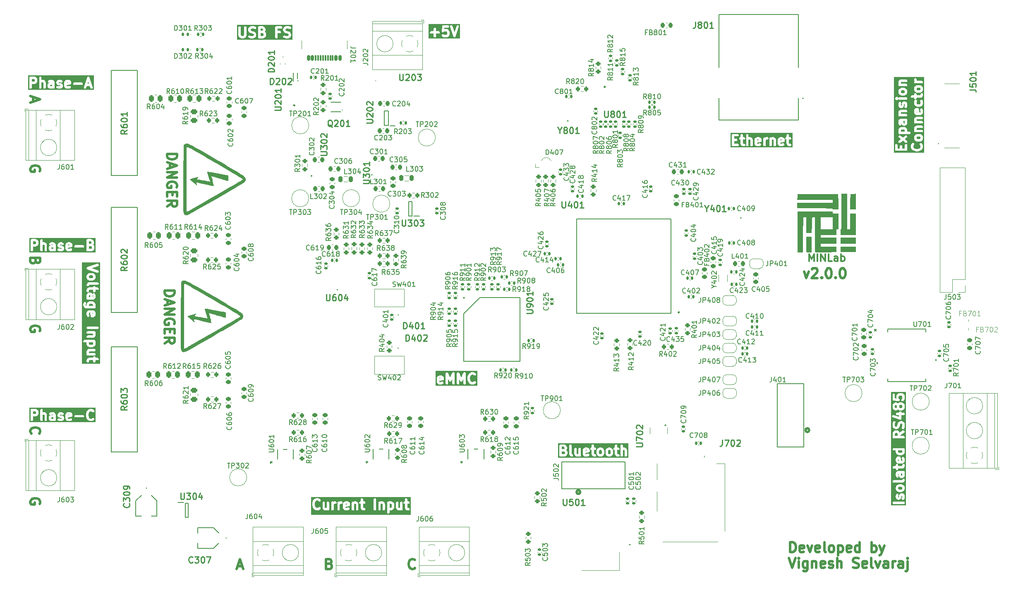
<source format=gbr>
%TF.GenerationSoftware,KiCad,Pcbnew,8.0.7*%
%TF.CreationDate,2025-11-12T22:50:05-06:00*%
%TF.ProjectId,EnergyMonitoringSystem,456e6572-6779-44d6-9f6e-69746f72696e,rev?*%
%TF.SameCoordinates,PX1c9c380PY91e9840*%
%TF.FileFunction,Legend,Top*%
%TF.FilePolarity,Positive*%
%FSLAX46Y46*%
G04 Gerber Fmt 4.6, Leading zero omitted, Abs format (unit mm)*
G04 Created by KiCad (PCBNEW 8.0.7) date 2025-11-12 22:50:05*
%MOMM*%
%LPD*%
G01*
G04 APERTURE LIST*
G04 Aperture macros list*
%AMRoundRect*
0 Rectangle with rounded corners*
0 $1 Rounding radius*
0 $2 $3 $4 $5 $6 $7 $8 $9 X,Y pos of 4 corners*
0 Add a 4 corners polygon primitive as box body*
4,1,4,$2,$3,$4,$5,$6,$7,$8,$9,$2,$3,0*
0 Add four circle primitives for the rounded corners*
1,1,$1+$1,$2,$3*
1,1,$1+$1,$4,$5*
1,1,$1+$1,$6,$7*
1,1,$1+$1,$8,$9*
0 Add four rect primitives between the rounded corners*
20,1,$1+$1,$2,$3,$4,$5,0*
20,1,$1+$1,$4,$5,$6,$7,0*
20,1,$1+$1,$6,$7,$8,$9,0*
20,1,$1+$1,$8,$9,$2,$3,0*%
%AMFreePoly0*
4,1,19,0.500000,-0.750000,0.000000,-0.750000,0.000000,-0.744911,-0.071157,-0.744911,-0.207708,-0.704816,-0.327430,-0.627875,-0.420627,-0.520320,-0.479746,-0.390866,-0.500000,-0.250000,-0.500000,0.250000,-0.479746,0.390866,-0.420627,0.520320,-0.327430,0.627875,-0.207708,0.704816,-0.071157,0.744911,0.000000,0.744911,0.000000,0.750000,0.500000,0.750000,0.500000,-0.750000,0.500000,-0.750000,
$1*%
%AMFreePoly1*
4,1,19,0.000000,0.744911,0.071157,0.744911,0.207708,0.704816,0.327430,0.627875,0.420627,0.520320,0.479746,0.390866,0.500000,0.250000,0.500000,-0.250000,0.479746,-0.390866,0.420627,-0.520320,0.327430,-0.627875,0.207708,-0.704816,0.071157,-0.744911,0.000000,-0.744911,0.000000,-0.750000,-0.500000,-0.750000,-0.500000,0.750000,0.000000,0.750000,0.000000,0.744911,0.000000,0.744911,
$1*%
G04 Aperture macros list end*
%ADD10C,0.100000*%
%ADD11C,0.500000*%
%ADD12C,0.150000*%
%ADD13C,0.254000*%
%ADD14C,0.300000*%
%ADD15C,0.125000*%
%ADD16C,0.120000*%
%ADD17C,0.200000*%
%ADD18C,0.152400*%
%ADD19C,0.250000*%
%ADD20C,0.000000*%
%ADD21C,0.156520*%
%ADD22C,0.508000*%
%ADD23C,0.050000*%
%ADD24RoundRect,0.200000X0.200000X0.275000X-0.200000X0.275000X-0.200000X-0.275000X0.200000X-0.275000X0*%
%ADD25FreePoly0,180.000000*%
%ADD26FreePoly1,180.000000*%
%ADD27RoundRect,0.135000X-0.185000X0.135000X-0.185000X-0.135000X0.185000X-0.135000X0.185000X0.135000X0*%
%ADD28R,1.700000X1.700000*%
%ADD29O,1.700000X1.700000*%
%ADD30R,0.420000X0.700000*%
%ADD31R,0.508000X0.977900*%
%ADD32RoundRect,0.140000X0.170000X-0.140000X0.170000X0.140000X-0.170000X0.140000X-0.170000X-0.140000X0*%
%ADD33RoundRect,0.140000X-0.170000X0.140000X-0.170000X-0.140000X0.170000X-0.140000X0.170000X0.140000X0*%
%ADD34RoundRect,0.225000X0.250000X-0.225000X0.250000X0.225000X-0.250000X0.225000X-0.250000X-0.225000X0*%
%ADD35RoundRect,0.135000X0.135000X0.185000X-0.135000X0.185000X-0.135000X-0.185000X0.135000X-0.185000X0*%
%ADD36RoundRect,0.250000X0.262500X0.450000X-0.262500X0.450000X-0.262500X-0.450000X0.262500X-0.450000X0*%
%ADD37RoundRect,0.140000X-0.140000X-0.170000X0.140000X-0.170000X0.140000X0.170000X-0.140000X0.170000X0*%
%ADD38R,0.550000X0.500000*%
%ADD39R,0.300000X0.850000*%
%ADD40R,0.850000X0.300000*%
%ADD41R,1.550000X1.550000*%
%ADD42RoundRect,0.200000X-0.275000X0.200000X-0.275000X-0.200000X0.275000X-0.200000X0.275000X0.200000X0*%
%ADD43RoundRect,0.135000X0.185000X-0.135000X0.185000X0.135000X-0.185000X0.135000X-0.185000X-0.135000X0*%
%ADD44RoundRect,0.225000X0.225000X0.250000X-0.225000X0.250000X-0.225000X-0.250000X0.225000X-0.250000X0*%
%ADD45RoundRect,0.135000X-0.135000X-0.185000X0.135000X-0.185000X0.135000X0.185000X-0.135000X0.185000X0*%
%ADD46RoundRect,0.225000X-0.225000X-0.250000X0.225000X-0.250000X0.225000X0.250000X-0.225000X0.250000X0*%
%ADD47RoundRect,0.140000X0.140000X0.170000X-0.140000X0.170000X-0.140000X-0.170000X0.140000X-0.170000X0*%
%ADD48C,3.000000*%
%ADD49R,1.050000X0.450000*%
%ADD50R,0.300000X0.350000*%
%ADD51R,1.125000X1.050000*%
%ADD52R,0.950000X0.350000*%
%ADD53RoundRect,0.147500X0.147500X0.172500X-0.147500X0.172500X-0.147500X-0.172500X0.147500X-0.172500X0*%
%ADD54C,6.400000*%
%ADD55R,1.981200X0.457200*%
%ADD56RoundRect,0.225000X-0.250000X0.225000X-0.250000X-0.225000X0.250000X-0.225000X0.250000X0.225000X0*%
%ADD57RoundRect,0.200000X0.275000X-0.200000X0.275000X0.200000X-0.275000X0.200000X-0.275000X-0.200000X0*%
%ADD58C,3.250000*%
%ADD59C,1.500000*%
%ADD60C,2.500000*%
%ADD61C,1.650000*%
%ADD62RoundRect,0.200000X-0.200000X-0.275000X0.200000X-0.275000X0.200000X0.275000X-0.200000X0.275000X0*%
%ADD63R,2.600000X2.600000*%
%ADD64C,2.600000*%
%ADD65RoundRect,0.250000X0.450000X-0.262500X0.450000X0.262500X-0.450000X0.262500X-0.450000X-0.262500X0*%
%ADD66R,0.200000X0.450000*%
%ADD67R,2.800000X0.300000*%
%ADD68R,0.200000X0.900000*%
%ADD69R,0.900000X0.200000*%
%ADD70RoundRect,0.218750X-0.218750X-0.256250X0.218750X-0.256250X0.218750X0.256250X-0.218750X0.256250X0*%
%ADD71R,1.000000X0.900000*%
%ADD72R,0.400000X0.800000*%
%ADD73R,1.500000X1.500000*%
%ADD74C,1.143000*%
%ADD75C,2.000000*%
%ADD76R,1.800000X1.800000*%
%ADD77C,1.800000*%
%ADD78RoundRect,0.218750X-0.256250X0.218750X-0.256250X-0.218750X0.256250X-0.218750X0.256250X0.218750X0*%
%ADD79R,1.800000X1.000000*%
%ADD80R,0.200000X0.750000*%
%ADD81R,0.750000X0.200000*%
%ADD82R,2.900000X2.900000*%
%ADD83R,1.470000X0.740000*%
%ADD84C,0.290000*%
%ADD85R,1.200000X1.000000*%
%ADD86R,1.000000X1.200000*%
%ADD87R,1.200000X0.600000*%
%ADD88R,0.400000X0.500000*%
%ADD89R,0.700000X1.200000*%
%ADD90R,1.000000X0.800000*%
%ADD91R,1.000000X2.800000*%
%ADD92R,1.300000X1.900000*%
%ADD93R,0.990000X0.300000*%
%ADD94R,1.600000X2.600000*%
%ADD95RoundRect,0.218750X-0.218750X-0.381250X0.218750X-0.381250X0.218750X0.381250X-0.218750X0.381250X0*%
%ADD96R,1.475000X0.300000*%
%ADD97R,0.300000X1.475000*%
%ADD98R,1.400000X1.200000*%
%ADD99R,0.800000X0.550000*%
%ADD100R,1.150000X0.600000*%
%ADD101RoundRect,0.218750X0.218750X0.256250X-0.218750X0.256250X-0.218750X-0.256250X0.218750X-0.256250X0*%
%ADD102C,0.650000*%
%ADD103RoundRect,0.150000X0.150000X0.425000X-0.150000X0.425000X-0.150000X-0.425000X0.150000X-0.425000X0*%
%ADD104RoundRect,0.075000X0.075000X0.500000X-0.075000X0.500000X-0.075000X-0.500000X0.075000X-0.500000X0*%
%ADD105O,1.000000X2.100000*%
%ADD106O,1.000000X1.800000*%
%ADD107R,2.600000X1.600000*%
G04 APERTURE END LIST*
D10*
X56500000Y102100000D02*
X56400000Y102200000D01*
X56500000Y102300000D01*
X56500000Y102100000D01*
G36*
X56500000Y102100000D02*
G01*
X56400000Y102200000D01*
X56500000Y102300000D01*
X56500000Y102100000D01*
G37*
D11*
G36*
X85874958Y41325392D02*
G01*
X85459899Y41242380D01*
X85459899Y41259365D01*
X85491476Y41322519D01*
X85554631Y41354096D01*
X85817549Y41354096D01*
X85874958Y41325392D01*
G37*
G36*
X93228905Y39770762D02*
G01*
X84709899Y39770762D01*
X84709899Y41318381D01*
X84959899Y41318381D01*
X84959899Y40556477D01*
X84964703Y40507704D01*
X84968140Y40499406D01*
X84968777Y40490446D01*
X84986292Y40444674D01*
X85081530Y40254197D01*
X85086662Y40246044D01*
X85087946Y40242193D01*
X85092105Y40237398D01*
X85107639Y40212721D01*
X85131319Y40192183D01*
X85151858Y40168502D01*
X85176534Y40152969D01*
X85181330Y40148809D01*
X85185180Y40147526D01*
X85193334Y40142393D01*
X85383810Y40047155D01*
X85429582Y40029640D01*
X85438541Y40029004D01*
X85446840Y40025566D01*
X85495613Y40020762D01*
X85876566Y40020762D01*
X85925339Y40025566D01*
X85933637Y40029004D01*
X85942597Y40029640D01*
X85988369Y40047155D01*
X86178846Y40142393D01*
X86220321Y40168502D01*
X86284233Y40242193D01*
X86315079Y40334731D01*
X86308164Y40432031D01*
X86264540Y40519279D01*
X86190849Y40583191D01*
X86098311Y40614037D01*
X86001011Y40607122D01*
X85955239Y40589607D01*
X85817549Y40520762D01*
X85554631Y40520762D01*
X85491476Y40552340D01*
X85459899Y40615494D01*
X85459899Y40732479D01*
X86211309Y40882760D01*
X86258193Y40897036D01*
X86278543Y40910665D01*
X86301173Y40920038D01*
X86318676Y40937542D01*
X86339242Y40951314D01*
X86352828Y40971694D01*
X86370147Y40989012D01*
X86379618Y41011878D01*
X86393350Y41032475D01*
X86398103Y41056506D01*
X86407476Y41079132D01*
X86412280Y41127905D01*
X86412280Y41318381D01*
X86407476Y41367154D01*
X86404038Y41375453D01*
X86403402Y41384411D01*
X86385887Y41430184D01*
X86290649Y41620661D01*
X86285516Y41628814D01*
X86284233Y41632665D01*
X86280072Y41637463D01*
X86264540Y41662136D01*
X86240861Y41682673D01*
X86220321Y41706356D01*
X86195642Y41721892D01*
X86190850Y41726048D01*
X86187002Y41727331D01*
X86178846Y41732465D01*
X85988369Y41827703D01*
X85942597Y41845218D01*
X85933637Y41845855D01*
X85925339Y41849292D01*
X85876566Y41854096D01*
X85495613Y41854096D01*
X85446840Y41849292D01*
X85438541Y41845855D01*
X85429582Y41845218D01*
X85383810Y41827703D01*
X85193334Y41732465D01*
X85185180Y41727333D01*
X85181330Y41726049D01*
X85176534Y41721890D01*
X85151858Y41706356D01*
X85131319Y41682676D01*
X85107639Y41662137D01*
X85092105Y41637461D01*
X85087946Y41632665D01*
X85086662Y41628815D01*
X85081530Y41620661D01*
X84986292Y41430184D01*
X84968777Y41384412D01*
X84968140Y41375453D01*
X84964703Y41367154D01*
X84959899Y41318381D01*
X84709899Y41318381D01*
X84709899Y42270762D01*
X86769423Y42270762D01*
X86769423Y40270762D01*
X86774227Y40221989D01*
X86811556Y40131869D01*
X86880530Y40062895D01*
X86970650Y40025566D01*
X87068196Y40025566D01*
X87158316Y40062895D01*
X87227290Y40131869D01*
X87264619Y40221989D01*
X87269423Y40270762D01*
X87269423Y41143872D01*
X87459544Y40736469D01*
X87470125Y40718608D01*
X87472324Y40712561D01*
X87476241Y40708284D01*
X87484523Y40694304D01*
X87512545Y40668642D01*
X87538203Y40640624D01*
X87548266Y40635928D01*
X87556460Y40628424D01*
X87592177Y40615437D01*
X87626598Y40599373D01*
X87637691Y40598886D01*
X87648132Y40595089D01*
X87686097Y40596758D01*
X87724049Y40595090D01*
X87734485Y40598886D01*
X87745583Y40599373D01*
X87780013Y40615441D01*
X87815720Y40628425D01*
X87823911Y40635927D01*
X87833977Y40640624D01*
X87859639Y40668647D01*
X87887657Y40694304D01*
X87895936Y40708280D01*
X87899857Y40712561D01*
X87902057Y40718614D01*
X87912636Y40736470D01*
X88102756Y41143870D01*
X88102756Y40270762D01*
X88107560Y40221989D01*
X88144889Y40131869D01*
X88213863Y40062895D01*
X88303983Y40025566D01*
X88401529Y40025566D01*
X88491649Y40062895D01*
X88560623Y40131869D01*
X88597952Y40221989D01*
X88602756Y40270762D01*
X88602756Y42270762D01*
X89055137Y42270762D01*
X89055137Y40270762D01*
X89059941Y40221989D01*
X89097270Y40131869D01*
X89166244Y40062895D01*
X89256364Y40025566D01*
X89353910Y40025566D01*
X89444030Y40062895D01*
X89513004Y40131869D01*
X89550333Y40221989D01*
X89555137Y40270762D01*
X89555137Y41143872D01*
X89745258Y40736469D01*
X89755839Y40718608D01*
X89758038Y40712561D01*
X89761955Y40708284D01*
X89770237Y40694304D01*
X89798259Y40668642D01*
X89823917Y40640624D01*
X89833980Y40635928D01*
X89842174Y40628424D01*
X89877891Y40615437D01*
X89912312Y40599373D01*
X89923405Y40598886D01*
X89933846Y40595089D01*
X89971811Y40596758D01*
X90009763Y40595090D01*
X90020199Y40598886D01*
X90031297Y40599373D01*
X90065727Y40615441D01*
X90101434Y40628425D01*
X90109625Y40635927D01*
X90119691Y40640624D01*
X90145353Y40668647D01*
X90173371Y40694304D01*
X90181650Y40708280D01*
X90185571Y40712561D01*
X90187771Y40718614D01*
X90198350Y40736470D01*
X90388470Y41143870D01*
X90388470Y40270762D01*
X90393274Y40221989D01*
X90430603Y40131869D01*
X90499577Y40062895D01*
X90589697Y40025566D01*
X90687243Y40025566D01*
X90777363Y40062895D01*
X90846337Y40131869D01*
X90883666Y40221989D01*
X90888470Y40270762D01*
X90888470Y41413620D01*
X91245613Y41413620D01*
X91245613Y41127905D01*
X91246451Y41119397D01*
X91245909Y41115753D01*
X91248608Y41097498D01*
X91250417Y41079132D01*
X91251826Y41075730D01*
X91253077Y41067271D01*
X91348315Y40686319D01*
X91349601Y40682720D01*
X91349729Y40680922D01*
X91357492Y40660633D01*
X91364805Y40640168D01*
X91365877Y40638720D01*
X91367244Y40635150D01*
X91462482Y40444673D01*
X91475695Y40423683D01*
X91478221Y40417586D01*
X91483856Y40410720D01*
X91488591Y40403198D01*
X91493579Y40398872D01*
X91509312Y40379701D01*
X91699788Y40189224D01*
X91737672Y40158133D01*
X91745971Y40154696D01*
X91752757Y40148810D01*
X91797508Y40128829D01*
X92083223Y40033591D01*
X92107409Y40028092D01*
X92113507Y40025566D01*
X92122347Y40024696D01*
X92131013Y40022725D01*
X92137598Y40023194D01*
X92162280Y40020762D01*
X92352756Y40020762D01*
X92377437Y40023194D01*
X92384024Y40022725D01*
X92392689Y40024696D01*
X92401529Y40025566D01*
X92407626Y40028092D01*
X92431813Y40033591D01*
X92717527Y40128829D01*
X92762278Y40148810D01*
X92769063Y40154696D01*
X92777363Y40158133D01*
X92815248Y40189224D01*
X92910486Y40284464D01*
X92941577Y40322348D01*
X92978905Y40412469D01*
X92978904Y40510013D01*
X92941575Y40600132D01*
X92872599Y40669108D01*
X92782479Y40706436D01*
X92684935Y40706435D01*
X92594815Y40669106D01*
X92556931Y40638015D01*
X92503424Y40584508D01*
X92312186Y40520762D01*
X92202850Y40520762D01*
X92011610Y40584509D01*
X91891553Y40704566D01*
X91826731Y40834209D01*
X91745613Y41158683D01*
X91745613Y41382842D01*
X91826731Y41707316D01*
X91891552Y41836957D01*
X92011610Y41957016D01*
X92202850Y42020762D01*
X92312186Y42020762D01*
X92503424Y41957016D01*
X92556931Y41903509D01*
X92594816Y41872418D01*
X92684936Y41835090D01*
X92782480Y41835090D01*
X92872600Y41872418D01*
X92941576Y41941394D01*
X92978904Y42031514D01*
X92978904Y42129058D01*
X92941576Y42219178D01*
X92910485Y42257063D01*
X92815247Y42352301D01*
X92777362Y42383391D01*
X92769064Y42386828D01*
X92762278Y42392714D01*
X92717527Y42412695D01*
X92431813Y42507933D01*
X92407626Y42513433D01*
X92401529Y42515958D01*
X92392689Y42516829D01*
X92384024Y42518799D01*
X92377437Y42518331D01*
X92352756Y42520762D01*
X92162280Y42520762D01*
X92137598Y42518331D01*
X92131013Y42518799D01*
X92122347Y42516829D01*
X92113507Y42515958D01*
X92107409Y42513433D01*
X92083223Y42507933D01*
X91797508Y42412695D01*
X91752757Y42392714D01*
X91745972Y42386830D01*
X91737673Y42383392D01*
X91699788Y42352301D01*
X91509312Y42161825D01*
X91493578Y42142653D01*
X91488591Y42138327D01*
X91483856Y42130806D01*
X91478222Y42123940D01*
X91475697Y42117846D01*
X91462482Y42096852D01*
X91367244Y41906375D01*
X91365877Y41902806D01*
X91364805Y41901357D01*
X91357492Y41880893D01*
X91349729Y41860603D01*
X91349601Y41858806D01*
X91348315Y41855206D01*
X91253077Y41474254D01*
X91251826Y41465796D01*
X91250417Y41462393D01*
X91248608Y41444028D01*
X91245909Y41425772D01*
X91246451Y41422129D01*
X91245613Y41413620D01*
X90888470Y41413620D01*
X90888470Y42270762D01*
X90885311Y42302825D01*
X90885571Y42308720D01*
X90884419Y42311888D01*
X90883666Y42319535D01*
X90867060Y42359624D01*
X90852236Y42400392D01*
X90848470Y42404504D01*
X90846337Y42409655D01*
X90815653Y42440339D01*
X90786357Y42472329D01*
X90781305Y42474687D01*
X90777363Y42478629D01*
X90737273Y42495235D01*
X90697962Y42513580D01*
X90692393Y42513825D01*
X90687243Y42515958D01*
X90643855Y42515958D01*
X90600511Y42517863D01*
X90595272Y42515958D01*
X90589697Y42515958D01*
X90549612Y42499355D01*
X90508840Y42484528D01*
X90504728Y42480763D01*
X90499577Y42478629D01*
X90468893Y42447946D01*
X90436903Y42418649D01*
X90432987Y42412040D01*
X90430603Y42409655D01*
X90428343Y42404201D01*
X90411924Y42376483D01*
X89971803Y41433368D01*
X89531683Y42376483D01*
X89515263Y42404201D01*
X89513004Y42409655D01*
X89510619Y42412040D01*
X89506704Y42418649D01*
X89474713Y42447946D01*
X89444030Y42478629D01*
X89438878Y42480763D01*
X89434767Y42484528D01*
X89393998Y42499353D01*
X89353910Y42515958D01*
X89348334Y42515958D01*
X89343095Y42517863D01*
X89299751Y42515958D01*
X89256364Y42515958D01*
X89251214Y42513825D01*
X89245644Y42513580D01*
X89206328Y42495233D01*
X89166244Y42478629D01*
X89162301Y42474687D01*
X89157250Y42472329D01*
X89127953Y42440339D01*
X89097270Y42409655D01*
X89095136Y42404504D01*
X89091371Y42400392D01*
X89076546Y42359624D01*
X89059941Y42319535D01*
X89059187Y42311888D01*
X89058036Y42308720D01*
X89058295Y42302825D01*
X89055137Y42270762D01*
X88602756Y42270762D01*
X88599597Y42302825D01*
X88599857Y42308720D01*
X88598705Y42311888D01*
X88597952Y42319535D01*
X88581346Y42359624D01*
X88566522Y42400392D01*
X88562756Y42404504D01*
X88560623Y42409655D01*
X88529939Y42440339D01*
X88500643Y42472329D01*
X88495591Y42474687D01*
X88491649Y42478629D01*
X88451559Y42495235D01*
X88412248Y42513580D01*
X88406679Y42513825D01*
X88401529Y42515958D01*
X88358141Y42515958D01*
X88314797Y42517863D01*
X88309558Y42515958D01*
X88303983Y42515958D01*
X88263898Y42499355D01*
X88223126Y42484528D01*
X88219014Y42480763D01*
X88213863Y42478629D01*
X88183179Y42447946D01*
X88151189Y42418649D01*
X88147273Y42412040D01*
X88144889Y42409655D01*
X88142629Y42404201D01*
X88126210Y42376483D01*
X87686089Y41433368D01*
X87245969Y42376483D01*
X87229549Y42404201D01*
X87227290Y42409655D01*
X87224905Y42412040D01*
X87220990Y42418649D01*
X87188999Y42447946D01*
X87158316Y42478629D01*
X87153164Y42480763D01*
X87149053Y42484528D01*
X87108284Y42499353D01*
X87068196Y42515958D01*
X87062620Y42515958D01*
X87057381Y42517863D01*
X87014037Y42515958D01*
X86970650Y42515958D01*
X86965500Y42513825D01*
X86959930Y42513580D01*
X86920614Y42495233D01*
X86880530Y42478629D01*
X86876587Y42474687D01*
X86871536Y42472329D01*
X86842239Y42440339D01*
X86811556Y42409655D01*
X86809422Y42404504D01*
X86805657Y42400392D01*
X86790832Y42359624D01*
X86774227Y42319535D01*
X86773473Y42311888D01*
X86772322Y42308720D01*
X86772581Y42302825D01*
X86769423Y42270762D01*
X84709899Y42270762D01*
X84709899Y42770762D01*
X93228905Y42770762D01*
X93228905Y39770762D01*
G37*
X2342190Y98790101D02*
X2342190Y97837720D01*
X1770761Y98980577D02*
X3770761Y98313911D01*
X3770761Y98313911D02*
X1770761Y97647244D01*
X29770761Y87194863D02*
X31770761Y87194863D01*
X31770761Y87194863D02*
X31770761Y86718673D01*
X31770761Y86718673D02*
X31675523Y86432958D01*
X31675523Y86432958D02*
X31485047Y86242482D01*
X31485047Y86242482D02*
X31294571Y86147244D01*
X31294571Y86147244D02*
X30913619Y86052006D01*
X30913619Y86052006D02*
X30627904Y86052006D01*
X30627904Y86052006D02*
X30246952Y86147244D01*
X30246952Y86147244D02*
X30056476Y86242482D01*
X30056476Y86242482D02*
X29866000Y86432958D01*
X29866000Y86432958D02*
X29770761Y86718673D01*
X29770761Y86718673D02*
X29770761Y87194863D01*
X30342190Y85290101D02*
X30342190Y84337720D01*
X29770761Y85480577D02*
X31770761Y84813911D01*
X31770761Y84813911D02*
X29770761Y84147244D01*
X29770761Y83480577D02*
X31770761Y83480577D01*
X31770761Y83480577D02*
X29770761Y82337720D01*
X29770761Y82337720D02*
X31770761Y82337720D01*
X31675523Y80337720D02*
X31770761Y80528196D01*
X31770761Y80528196D02*
X31770761Y80813910D01*
X31770761Y80813910D02*
X31675523Y81099625D01*
X31675523Y81099625D02*
X31485047Y81290101D01*
X31485047Y81290101D02*
X31294571Y81385339D01*
X31294571Y81385339D02*
X30913619Y81480577D01*
X30913619Y81480577D02*
X30627904Y81480577D01*
X30627904Y81480577D02*
X30246952Y81385339D01*
X30246952Y81385339D02*
X30056476Y81290101D01*
X30056476Y81290101D02*
X29866000Y81099625D01*
X29866000Y81099625D02*
X29770761Y80813910D01*
X29770761Y80813910D02*
X29770761Y80623434D01*
X29770761Y80623434D02*
X29866000Y80337720D01*
X29866000Y80337720D02*
X29961238Y80242482D01*
X29961238Y80242482D02*
X30627904Y80242482D01*
X30627904Y80242482D02*
X30627904Y80623434D01*
X30818380Y79385339D02*
X30818380Y78718672D01*
X29770761Y78432958D02*
X29770761Y79385339D01*
X29770761Y79385339D02*
X31770761Y79385339D01*
X31770761Y79385339D02*
X31770761Y78432958D01*
X29770761Y76432958D02*
X30723142Y77099625D01*
X29770761Y77575815D02*
X31770761Y77575815D01*
X31770761Y77575815D02*
X31770761Y76813910D01*
X31770761Y76813910D02*
X31675523Y76623434D01*
X31675523Y76623434D02*
X31580285Y76528196D01*
X31580285Y76528196D02*
X31389809Y76432958D01*
X31389809Y76432958D02*
X31104095Y76432958D01*
X31104095Y76432958D02*
X30913619Y76528196D01*
X30913619Y76528196D02*
X30818380Y76623434D01*
X30818380Y76623434D02*
X30723142Y76813910D01*
X30723142Y76813910D02*
X30723142Y77575815D01*
G36*
X180140671Y19028247D02*
G01*
X180178536Y18990382D01*
X180229238Y18888979D01*
X180229238Y18721299D01*
X180178536Y18619896D01*
X180140671Y18582031D01*
X180039268Y18531329D01*
X179585874Y18531329D01*
X179484470Y18582031D01*
X179446605Y18619896D01*
X179395904Y18721298D01*
X179395904Y18888979D01*
X179446605Y18990381D01*
X179484470Y19028247D01*
X179585874Y19078948D01*
X180039268Y19078948D01*
X180140671Y19028247D01*
G37*
G36*
X180229238Y21483204D02*
G01*
X180197660Y21420050D01*
X180134506Y21388472D01*
X180062065Y21388472D01*
X179998909Y21420050D01*
X179967333Y21483203D01*
X179967333Y21840853D01*
X180229238Y21840853D01*
X180229238Y21483204D01*
G37*
G36*
X179507620Y24340853D02*
G01*
X179490636Y24340853D01*
X179427480Y24372431D01*
X179395904Y24435584D01*
X179395904Y24698503D01*
X179424608Y24755913D01*
X179507620Y24340853D01*
G37*
G36*
X180229238Y26245109D02*
G01*
X180178536Y26143706D01*
X180140671Y26105841D01*
X180039268Y26055139D01*
X179585874Y26055139D01*
X179484470Y26105841D01*
X179446605Y26143706D01*
X179395904Y26245108D01*
X179395904Y26507520D01*
X180229238Y26507520D01*
X180229238Y26245109D01*
G37*
G36*
X179188290Y30075867D02*
G01*
X179226155Y30038002D01*
X179276857Y29936599D01*
X179276857Y29483711D01*
X178729238Y29483711D01*
X178729238Y29936599D01*
X178779939Y30038001D01*
X178817804Y30075867D01*
X178919208Y30126568D01*
X179086887Y30126568D01*
X179188290Y30075867D01*
G37*
G36*
X180140671Y35790153D02*
G01*
X180178536Y35752288D01*
X180229238Y35650885D01*
X180229238Y35387967D01*
X180178536Y35286564D01*
X180140671Y35248699D01*
X180039268Y35197997D01*
X179776351Y35197997D01*
X179674947Y35248699D01*
X179637080Y35286566D01*
X179586380Y35387966D01*
X179586380Y35650886D01*
X179637080Y35752286D01*
X179674947Y35790153D01*
X179776351Y35840854D01*
X180039268Y35840854D01*
X180140671Y35790153D01*
G37*
G36*
X178997813Y35790153D02*
G01*
X179035678Y35752288D01*
X179086380Y35650885D01*
X179086380Y35387967D01*
X179035678Y35286564D01*
X178997813Y35248698D01*
X178907809Y35203697D01*
X178817804Y35248699D01*
X178779939Y35286564D01*
X178729238Y35387966D01*
X178729238Y35650885D01*
X178779939Y35752287D01*
X178817804Y35790153D01*
X178907809Y35835155D01*
X178997813Y35790153D01*
G37*
G36*
X180979238Y15305138D02*
G01*
X177885963Y15305138D01*
X177885963Y15853911D01*
X178234042Y15853911D01*
X178234042Y15756365D01*
X178271371Y15666245D01*
X178340345Y15597271D01*
X178430465Y15559942D01*
X178479238Y15555138D01*
X180479238Y15555138D01*
X180528011Y15559942D01*
X180618131Y15597271D01*
X180687105Y15666245D01*
X180724434Y15756365D01*
X180724434Y15853911D01*
X180687105Y15944031D01*
X180618131Y16013005D01*
X180528011Y16050334D01*
X180479238Y16055138D01*
X178479238Y16055138D01*
X178430465Y16050334D01*
X178340345Y16013005D01*
X178271371Y15944031D01*
X178234042Y15853911D01*
X177885963Y15853911D01*
X177885963Y17233709D01*
X178895904Y17233709D01*
X178895904Y16947995D01*
X178900708Y16899222D01*
X178904145Y16890924D01*
X178904782Y16881964D01*
X178922297Y16836192D01*
X179017535Y16645715D01*
X179022669Y16637559D01*
X179023952Y16633711D01*
X179028108Y16628919D01*
X179043644Y16604240D01*
X179067327Y16583700D01*
X179087864Y16560021D01*
X179112537Y16544489D01*
X179117335Y16540328D01*
X179121186Y16539045D01*
X179129339Y16533912D01*
X179319816Y16438674D01*
X179365589Y16421159D01*
X179374547Y16420523D01*
X179382846Y16417085D01*
X179431619Y16412281D01*
X179526857Y16412281D01*
X179575630Y16417085D01*
X179583928Y16420523D01*
X179592888Y16421159D01*
X179638660Y16438674D01*
X179829137Y16533912D01*
X179837290Y16539045D01*
X179841140Y16540328D01*
X179845934Y16544487D01*
X179870612Y16560021D01*
X179891150Y16583702D01*
X179914831Y16604240D01*
X179930364Y16628917D01*
X179934524Y16633712D01*
X179935807Y16637563D01*
X179940940Y16645716D01*
X180036178Y16836192D01*
X180053693Y16881964D01*
X180054329Y16890924D01*
X180057767Y16899222D01*
X180062571Y16947995D01*
X180062571Y17174693D01*
X180094148Y17237847D01*
X180145904Y17263725D01*
X180197660Y17237847D01*
X180229238Y17174693D01*
X180229238Y16911775D01*
X180160393Y16774084D01*
X180142878Y16728312D01*
X180135963Y16631012D01*
X180166809Y16538474D01*
X180230721Y16464783D01*
X180317969Y16421159D01*
X180415269Y16414244D01*
X180507807Y16445090D01*
X180581498Y16509002D01*
X180607607Y16550478D01*
X180702845Y16740954D01*
X180720360Y16786726D01*
X180720996Y16795686D01*
X180724434Y16803984D01*
X180729238Y16852757D01*
X180729238Y17233709D01*
X180724434Y17282482D01*
X180720996Y17290781D01*
X180720360Y17299739D01*
X180702845Y17345512D01*
X180607607Y17535989D01*
X180602474Y17544142D01*
X180601191Y17547993D01*
X180597030Y17552791D01*
X180581498Y17577464D01*
X180557819Y17598001D01*
X180537279Y17621684D01*
X180512602Y17637218D01*
X180507808Y17641376D01*
X180503958Y17642660D01*
X180495803Y17647793D01*
X180305326Y17743031D01*
X180259554Y17760546D01*
X180250594Y17761183D01*
X180242296Y17764620D01*
X180193523Y17769424D01*
X180098285Y17769424D01*
X180049512Y17764620D01*
X180041213Y17761183D01*
X180032254Y17760546D01*
X179986482Y17743031D01*
X179796006Y17647793D01*
X179787852Y17642661D01*
X179784002Y17641377D01*
X179779206Y17637218D01*
X179754530Y17621684D01*
X179733991Y17598004D01*
X179710311Y17577465D01*
X179694777Y17552789D01*
X179690618Y17547993D01*
X179689334Y17544143D01*
X179684202Y17535989D01*
X179588964Y17345512D01*
X179571449Y17299740D01*
X179570812Y17290781D01*
X179567375Y17282482D01*
X179562571Y17233709D01*
X179562571Y17007013D01*
X179530993Y16943858D01*
X179479237Y16917980D01*
X179427480Y16943859D01*
X179395904Y17007012D01*
X179395904Y17174693D01*
X179464749Y17312383D01*
X179482264Y17358156D01*
X179489179Y17455456D01*
X179458333Y17547994D01*
X179394421Y17621685D01*
X179307173Y17665308D01*
X179209873Y17672223D01*
X179117335Y17641377D01*
X179043644Y17577465D01*
X179017535Y17535989D01*
X178922297Y17345512D01*
X178904782Y17299740D01*
X178904145Y17290781D01*
X178900708Y17282482D01*
X178895904Y17233709D01*
X177885963Y17233709D01*
X177885963Y18947996D01*
X178895904Y18947996D01*
X178895904Y18662281D01*
X178900708Y18613508D01*
X178904145Y18605210D01*
X178904782Y18596250D01*
X178922297Y18550478D01*
X179017535Y18360001D01*
X179030750Y18339008D01*
X179033275Y18332913D01*
X179038909Y18326048D01*
X179043644Y18318526D01*
X179048631Y18314201D01*
X179064365Y18295028D01*
X179159603Y18199790D01*
X179178780Y18184052D01*
X179183102Y18179069D01*
X179190614Y18174340D01*
X179197488Y18168699D01*
X179203590Y18166172D01*
X179224577Y18152960D01*
X179415054Y18057722D01*
X179460827Y18040207D01*
X179469785Y18039571D01*
X179478084Y18036133D01*
X179526857Y18031329D01*
X180098285Y18031329D01*
X180147058Y18036133D01*
X180155356Y18039571D01*
X180164316Y18040207D01*
X180210088Y18057722D01*
X180400565Y18152960D01*
X180421555Y18166174D01*
X180427652Y18168699D01*
X180434519Y18174335D01*
X180442040Y18179069D01*
X180446364Y18184056D01*
X180465537Y18199789D01*
X180560776Y18295028D01*
X180576510Y18314201D01*
X180581498Y18318526D01*
X180586230Y18326045D01*
X180591867Y18332912D01*
X180594393Y18339012D01*
X180607607Y18360002D01*
X180702845Y18550478D01*
X180720360Y18596250D01*
X180720996Y18605210D01*
X180724434Y18613508D01*
X180729238Y18662281D01*
X180729238Y18947996D01*
X180724434Y18996769D01*
X180720996Y19005068D01*
X180720360Y19014027D01*
X180702845Y19059799D01*
X180607607Y19250275D01*
X180594393Y19271266D01*
X180591867Y19277365D01*
X180586230Y19284233D01*
X180581498Y19291751D01*
X180576510Y19296077D01*
X180560776Y19315249D01*
X180465537Y19410488D01*
X180446364Y19426222D01*
X180442040Y19431208D01*
X180434519Y19435943D01*
X180427652Y19441578D01*
X180421555Y19444104D01*
X180400565Y19457317D01*
X180210088Y19552555D01*
X180164316Y19570070D01*
X180155356Y19570707D01*
X180147058Y19574144D01*
X180098285Y19578948D01*
X179526857Y19578948D01*
X179478084Y19574144D01*
X179469785Y19570707D01*
X179460827Y19570070D01*
X179415054Y19552555D01*
X179224577Y19457317D01*
X179203590Y19444106D01*
X179197488Y19441578D01*
X179190614Y19435938D01*
X179183102Y19431208D01*
X179178780Y19426226D01*
X179159603Y19410487D01*
X179064365Y19315249D01*
X179048631Y19296077D01*
X179043644Y19291751D01*
X179038909Y19284230D01*
X179033275Y19277364D01*
X179030750Y19271270D01*
X179017535Y19250276D01*
X178922297Y19059799D01*
X178904782Y19014027D01*
X178904145Y19005068D01*
X178900708Y18996769D01*
X178895904Y18947996D01*
X177885963Y18947996D01*
X177885963Y20234864D01*
X178234042Y20234864D01*
X178234042Y20137318D01*
X178271371Y20047198D01*
X178340345Y19978224D01*
X178430465Y19940895D01*
X178479238Y19936091D01*
X180193523Y19936091D01*
X180242296Y19940895D01*
X180250594Y19944333D01*
X180259554Y19944969D01*
X180305326Y19962484D01*
X180495803Y20057722D01*
X180503956Y20062855D01*
X180507807Y20064138D01*
X180512602Y20068298D01*
X180537279Y20083831D01*
X180557817Y20107512D01*
X180581498Y20128050D01*
X180597031Y20152727D01*
X180601191Y20157522D01*
X180602474Y20161373D01*
X180607607Y20169526D01*
X180702845Y20360002D01*
X180720360Y20405774D01*
X180727275Y20503074D01*
X180696429Y20595612D01*
X180632517Y20669303D01*
X180545269Y20712927D01*
X180447969Y20719842D01*
X180355431Y20688996D01*
X180281740Y20625084D01*
X180255631Y20583609D01*
X180197660Y20467669D01*
X180134506Y20436091D01*
X178479238Y20436091D01*
X178430465Y20431287D01*
X178340345Y20393958D01*
X178271371Y20324984D01*
X178234042Y20234864D01*
X177885963Y20234864D01*
X177885963Y21805139D01*
X178895904Y21805139D01*
X178895904Y21424186D01*
X178900708Y21375413D01*
X178904145Y21367115D01*
X178904782Y21358155D01*
X178922297Y21312383D01*
X179017535Y21121906D01*
X179043644Y21080431D01*
X179117335Y21016519D01*
X179209873Y20985673D01*
X179307173Y20992588D01*
X179394421Y21036212D01*
X179458333Y21109903D01*
X179489179Y21202441D01*
X179482264Y21299741D01*
X179464749Y21345513D01*
X179395904Y21483203D01*
X179395904Y21746122D01*
X179427480Y21809276D01*
X179467333Y21829202D01*
X179467333Y21424186D01*
X179472137Y21375413D01*
X179475574Y21367115D01*
X179476211Y21358155D01*
X179493726Y21312383D01*
X179588964Y21121906D01*
X179594096Y21113753D01*
X179595380Y21109903D01*
X179599538Y21105109D01*
X179615073Y21080431D01*
X179638753Y21059893D01*
X179659292Y21036212D01*
X179683968Y21020679D01*
X179688764Y21016519D01*
X179692614Y21015236D01*
X179700768Y21010103D01*
X179891244Y20914865D01*
X179937016Y20897350D01*
X179945975Y20896714D01*
X179954274Y20893276D01*
X180003047Y20888472D01*
X180193523Y20888472D01*
X180242296Y20893276D01*
X180250594Y20896714D01*
X180259554Y20897350D01*
X180305326Y20914865D01*
X180495803Y21010103D01*
X180503956Y21015236D01*
X180507807Y21016519D01*
X180512602Y21020679D01*
X180537279Y21036212D01*
X180557817Y21059893D01*
X180581498Y21080431D01*
X180597031Y21105108D01*
X180601191Y21109903D01*
X180602474Y21113754D01*
X180607607Y21121907D01*
X180702845Y21312383D01*
X180720360Y21358155D01*
X180720996Y21367115D01*
X180724434Y21375413D01*
X180729238Y21424186D01*
X180729238Y21900377D01*
X180724434Y21949150D01*
X180720996Y21957449D01*
X180720360Y21966408D01*
X180707264Y22000630D01*
X180724434Y22042080D01*
X180724434Y22139626D01*
X180687105Y22229746D01*
X180618131Y22298720D01*
X180528011Y22336049D01*
X180479238Y22340853D01*
X179431619Y22340853D01*
X179382846Y22336049D01*
X179374547Y22332612D01*
X179365589Y22331975D01*
X179319816Y22314460D01*
X179129339Y22219222D01*
X179121186Y22214090D01*
X179117335Y22212806D01*
X179112537Y22208646D01*
X179087864Y22193113D01*
X179067327Y22169435D01*
X179043644Y22148894D01*
X179028108Y22124216D01*
X179023952Y22119423D01*
X179022669Y22115576D01*
X179017535Y22107419D01*
X178922297Y21916942D01*
X178904782Y21871170D01*
X178904145Y21862211D01*
X178900708Y21853912D01*
X178895904Y21805139D01*
X177885963Y21805139D01*
X177885963Y23092007D01*
X178234042Y23092007D01*
X178234042Y22994461D01*
X178271371Y22904341D01*
X178340345Y22835367D01*
X178430465Y22798038D01*
X178479238Y22793234D01*
X178895904Y22793234D01*
X178895904Y22757520D01*
X178900708Y22708747D01*
X178938037Y22618627D01*
X179007011Y22549653D01*
X179097131Y22512324D01*
X179194677Y22512324D01*
X179284797Y22549653D01*
X179353771Y22618627D01*
X179391100Y22708747D01*
X179395904Y22757520D01*
X179395904Y22793234D01*
X180193523Y22793234D01*
X180242296Y22798038D01*
X180250594Y22801476D01*
X180259554Y22802112D01*
X180305326Y22819627D01*
X180495803Y22914865D01*
X180503956Y22919998D01*
X180507807Y22921281D01*
X180512602Y22925441D01*
X180537279Y22940974D01*
X180557817Y22964655D01*
X180581498Y22985193D01*
X180597031Y23009870D01*
X180601191Y23014665D01*
X180602474Y23018516D01*
X180607607Y23026669D01*
X180702845Y23217145D01*
X180720360Y23262917D01*
X180720996Y23271877D01*
X180724434Y23280175D01*
X180729238Y23328948D01*
X180729238Y23519424D01*
X180724434Y23568197D01*
X180687105Y23658317D01*
X180618131Y23727291D01*
X180528011Y23764620D01*
X180430465Y23764620D01*
X180340345Y23727291D01*
X180271371Y23658317D01*
X180234042Y23568197D01*
X180229238Y23519424D01*
X180229238Y23387966D01*
X180197660Y23324812D01*
X180134506Y23293234D01*
X179395904Y23293234D01*
X179395904Y23519424D01*
X179391100Y23568197D01*
X179353771Y23658317D01*
X179284797Y23727291D01*
X179194677Y23764620D01*
X179097131Y23764620D01*
X179007011Y23727291D01*
X178938037Y23658317D01*
X178900708Y23568197D01*
X178895904Y23519424D01*
X178895904Y23293234D01*
X178479238Y23293234D01*
X178430465Y23288430D01*
X178340345Y23251101D01*
X178271371Y23182127D01*
X178234042Y23092007D01*
X177885963Y23092007D01*
X177885963Y24757520D01*
X178895904Y24757520D01*
X178895904Y24376567D01*
X178900708Y24327794D01*
X178904145Y24319496D01*
X178904782Y24310536D01*
X178922297Y24264764D01*
X179017535Y24074287D01*
X179022669Y24066131D01*
X179023952Y24062283D01*
X179028108Y24057491D01*
X179043644Y24032812D01*
X179067327Y24012272D01*
X179087864Y23988593D01*
X179112537Y23973061D01*
X179117335Y23968900D01*
X179121186Y23967617D01*
X179129339Y23962484D01*
X179319816Y23867246D01*
X179365589Y23849731D01*
X179374547Y23849095D01*
X179382846Y23845657D01*
X179431619Y23840853D01*
X179812832Y23840853D01*
X180193523Y23840853D01*
X180242296Y23845657D01*
X180250594Y23849095D01*
X180259554Y23849731D01*
X180305326Y23867246D01*
X180495803Y23962484D01*
X180503956Y23967617D01*
X180507807Y23968900D01*
X180512602Y23973060D01*
X180537279Y23988593D01*
X180557817Y24012274D01*
X180581498Y24032812D01*
X180597031Y24057489D01*
X180601191Y24062284D01*
X180602474Y24066135D01*
X180607607Y24074288D01*
X180702845Y24264764D01*
X180720360Y24310536D01*
X180720996Y24319496D01*
X180724434Y24327794D01*
X180729238Y24376567D01*
X180729238Y24757520D01*
X180724434Y24806293D01*
X180720996Y24814592D01*
X180720360Y24823551D01*
X180702845Y24869323D01*
X180607607Y25059799D01*
X180581498Y25101275D01*
X180507807Y25165187D01*
X180415269Y25196033D01*
X180317969Y25189118D01*
X180230721Y25145494D01*
X180166809Y25071803D01*
X180135963Y24979265D01*
X180142878Y24881965D01*
X180160393Y24836193D01*
X180229238Y24698503D01*
X180229238Y24435585D01*
X180197660Y24372431D01*
X180134506Y24340853D01*
X180017522Y24340853D01*
X179867240Y25092263D01*
X179852964Y25139147D01*
X179839335Y25159498D01*
X179829962Y25182127D01*
X179812458Y25199631D01*
X179798686Y25220196D01*
X179778306Y25233783D01*
X179760988Y25251101D01*
X179738122Y25260573D01*
X179717525Y25274304D01*
X179693494Y25279058D01*
X179670868Y25288430D01*
X179622095Y25293234D01*
X179431619Y25293234D01*
X179382846Y25288430D01*
X179374547Y25284993D01*
X179365589Y25284356D01*
X179319816Y25266841D01*
X179129339Y25171603D01*
X179121186Y25166471D01*
X179117335Y25165187D01*
X179112537Y25161027D01*
X179087864Y25145494D01*
X179067327Y25121816D01*
X179043644Y25101275D01*
X179028108Y25076597D01*
X179023952Y25071804D01*
X179022669Y25067957D01*
X179017535Y25059800D01*
X178922297Y24869323D01*
X178904782Y24823551D01*
X178904145Y24814592D01*
X178900708Y24806293D01*
X178895904Y24757520D01*
X177885963Y24757520D01*
X177885963Y26806293D01*
X178234042Y26806293D01*
X178234042Y26708747D01*
X178271371Y26618627D01*
X178340345Y26549653D01*
X178430465Y26512324D01*
X178479238Y26507520D01*
X178895904Y26507520D01*
X178895904Y26186091D01*
X178900708Y26137318D01*
X178904145Y26129020D01*
X178904782Y26120060D01*
X178922297Y26074288D01*
X179017535Y25883811D01*
X179030750Y25862818D01*
X179033275Y25856723D01*
X179038909Y25849858D01*
X179043644Y25842336D01*
X179048631Y25838011D01*
X179064365Y25818838D01*
X179159603Y25723600D01*
X179178780Y25707862D01*
X179183102Y25702879D01*
X179190614Y25698150D01*
X179197488Y25692509D01*
X179203590Y25689982D01*
X179224577Y25676770D01*
X179415054Y25581532D01*
X179460827Y25564017D01*
X179469785Y25563381D01*
X179478084Y25559943D01*
X179526857Y25555139D01*
X180098285Y25555139D01*
X180147058Y25559943D01*
X180155356Y25563381D01*
X180164316Y25564017D01*
X180210088Y25581532D01*
X180400565Y25676770D01*
X180421555Y25689984D01*
X180427652Y25692509D01*
X180434519Y25698145D01*
X180442040Y25702879D01*
X180446364Y25707866D01*
X180465537Y25723599D01*
X180560776Y25818838D01*
X180576510Y25838011D01*
X180581498Y25842336D01*
X180586230Y25849855D01*
X180591867Y25856722D01*
X180594393Y25862822D01*
X180607607Y25883812D01*
X180702845Y26074288D01*
X180720360Y26120060D01*
X180720996Y26129020D01*
X180724434Y26137318D01*
X180729238Y26186091D01*
X180729238Y26567044D01*
X180724434Y26615817D01*
X180720996Y26624116D01*
X180720360Y26633075D01*
X180707264Y26667297D01*
X180724434Y26708747D01*
X180724434Y26806293D01*
X180687105Y26896413D01*
X180618131Y26965387D01*
X180528011Y27002716D01*
X180479238Y27007520D01*
X178479238Y27007520D01*
X178430465Y27002716D01*
X178340345Y26965387D01*
X178271371Y26896413D01*
X178234042Y26806293D01*
X177885963Y26806293D01*
X177885963Y29995616D01*
X178229238Y29995616D01*
X178229238Y29233711D01*
X178234042Y29184938D01*
X178271371Y29094818D01*
X178340345Y29025844D01*
X178430465Y28988515D01*
X178479238Y28983711D01*
X180479238Y28983711D01*
X180528011Y28988515D01*
X180618131Y29025844D01*
X180687105Y29094818D01*
X180724434Y29184938D01*
X180724434Y29282484D01*
X180687105Y29372604D01*
X180618131Y29441578D01*
X180528011Y29478907D01*
X180479238Y29483711D01*
X179776857Y29483711D01*
X179776857Y29579737D01*
X180622603Y30171760D01*
X180659805Y30203665D01*
X180712227Y30285926D01*
X180729179Y30381986D01*
X180708080Y30477222D01*
X180652141Y30557135D01*
X180569879Y30609557D01*
X180473819Y30626509D01*
X180378583Y30605410D01*
X180335872Y30581376D01*
X179726696Y30154954D01*
X179655226Y30297895D01*
X179642012Y30318886D01*
X179639486Y30324985D01*
X179633849Y30331853D01*
X179629117Y30339371D01*
X179624129Y30343697D01*
X179608395Y30362869D01*
X179513156Y30458108D01*
X179493983Y30473842D01*
X179489659Y30478828D01*
X179482138Y30483563D01*
X179475271Y30489198D01*
X179469174Y30491724D01*
X179448184Y30504937D01*
X179257707Y30600175D01*
X179211935Y30617690D01*
X179202975Y30618327D01*
X179194677Y30621764D01*
X179145904Y30626568D01*
X178860190Y30626568D01*
X178811417Y30621764D01*
X178803118Y30618327D01*
X178794159Y30617690D01*
X178748387Y30600175D01*
X178557911Y30504937D01*
X178536922Y30491725D01*
X178530822Y30489198D01*
X178523951Y30483560D01*
X178516435Y30478828D01*
X178512111Y30473843D01*
X178492937Y30458107D01*
X178397699Y30362869D01*
X178381965Y30343697D01*
X178376978Y30339371D01*
X178372243Y30331850D01*
X178366609Y30324984D01*
X178364084Y30318890D01*
X178350869Y30297896D01*
X178255631Y30107419D01*
X178238116Y30061647D01*
X178237479Y30052688D01*
X178234042Y30044389D01*
X178229238Y29995616D01*
X177885963Y29995616D01*
X177885963Y31995616D01*
X178229238Y31995616D01*
X178229238Y31519425D01*
X178234042Y31470652D01*
X178237479Y31462354D01*
X178238116Y31453394D01*
X178255631Y31407622D01*
X178350869Y31217145D01*
X178364084Y31196152D01*
X178366609Y31190057D01*
X178372243Y31183192D01*
X178376978Y31175670D01*
X178381965Y31171345D01*
X178397699Y31152172D01*
X178492937Y31056934D01*
X178512111Y31041199D01*
X178516435Y31036213D01*
X178523951Y31031482D01*
X178530822Y31025843D01*
X178536922Y31023317D01*
X178557911Y31010104D01*
X178748387Y30914866D01*
X178794159Y30897351D01*
X178803118Y30896715D01*
X178811417Y30893277D01*
X178860190Y30888473D01*
X179050666Y30888473D01*
X179099439Y30893277D01*
X179107737Y30896715D01*
X179116697Y30897351D01*
X179162469Y30914866D01*
X179352946Y31010104D01*
X179373939Y31023320D01*
X179380034Y31025844D01*
X179386899Y31031479D01*
X179394421Y31036213D01*
X179398746Y31041201D01*
X179417919Y31056934D01*
X179513157Y31152172D01*
X179528892Y31171347D01*
X179533877Y31175669D01*
X179538608Y31183185D01*
X179544248Y31190057D01*
X179546775Y31196160D01*
X179559986Y31217145D01*
X179655225Y31407621D01*
X179656590Y31411191D01*
X179657665Y31412640D01*
X179664978Y31433108D01*
X179672741Y31453393D01*
X179672868Y31455192D01*
X179674155Y31458791D01*
X179762737Y31813123D01*
X179827558Y31942763D01*
X179865423Y31980629D01*
X179966827Y32031330D01*
X180039268Y32031330D01*
X180140671Y31980629D01*
X180178536Y31942764D01*
X180229238Y31841361D01*
X180229238Y31464757D01*
X180146829Y31217530D01*
X180135963Y31169741D01*
X180142878Y31072441D01*
X180186501Y30985195D01*
X180260192Y30921283D01*
X180352732Y30890436D01*
X180450032Y30897351D01*
X180537278Y30940974D01*
X180601190Y31014665D01*
X180621171Y31059416D01*
X180716409Y31345130D01*
X180721908Y31369317D01*
X180724434Y31375414D01*
X180725304Y31384254D01*
X180727275Y31392919D01*
X180726806Y31399506D01*
X180729238Y31424187D01*
X180729238Y31900378D01*
X180724434Y31949151D01*
X180720996Y31957450D01*
X180720360Y31966409D01*
X180702845Y32012181D01*
X180607607Y32202657D01*
X180594393Y32223648D01*
X180591867Y32229747D01*
X180586230Y32236615D01*
X180581498Y32244133D01*
X180576510Y32248459D01*
X180560776Y32267631D01*
X180465537Y32362870D01*
X180446364Y32378604D01*
X180442040Y32383590D01*
X180434519Y32388325D01*
X180427652Y32393960D01*
X180421555Y32396486D01*
X180400565Y32409699D01*
X180210088Y32504937D01*
X180164316Y32522452D01*
X180155356Y32523089D01*
X180147058Y32526526D01*
X180098285Y32531330D01*
X179907809Y32531330D01*
X179859036Y32526526D01*
X179850737Y32523089D01*
X179841778Y32522452D01*
X179796006Y32504937D01*
X179605530Y32409699D01*
X179584541Y32396487D01*
X179578441Y32393960D01*
X179571570Y32388322D01*
X179564054Y32383590D01*
X179559730Y32378605D01*
X179540556Y32362869D01*
X179445318Y32267631D01*
X179429584Y32248459D01*
X179424597Y32244133D01*
X179419862Y32236612D01*
X179414228Y32229746D01*
X179411703Y32223652D01*
X179398488Y32202658D01*
X179303250Y32012181D01*
X179301883Y32008612D01*
X179300811Y32007163D01*
X179293501Y31986705D01*
X179285735Y31966409D01*
X179285607Y31964611D01*
X179284321Y31961011D01*
X179195738Y31606680D01*
X179130918Y31477042D01*
X179093051Y31439174D01*
X178991649Y31388473D01*
X178919208Y31388473D01*
X178817804Y31439175D01*
X178779939Y31477040D01*
X178729238Y31578442D01*
X178729238Y31955046D01*
X178811647Y32202273D01*
X178822513Y32250062D01*
X178815598Y32347362D01*
X178771975Y32434608D01*
X178698284Y32498520D01*
X178605744Y32529367D01*
X178508444Y32522452D01*
X178421198Y32478829D01*
X178357286Y32405138D01*
X178337305Y32360387D01*
X178242067Y32074673D01*
X178236567Y32050487D01*
X178234042Y32044389D01*
X178233171Y32035550D01*
X178231201Y32026884D01*
X178231669Y32020298D01*
X178229238Y31995616D01*
X177885963Y31995616D01*
X177885963Y33550693D01*
X178135963Y33550693D01*
X178142878Y33453393D01*
X178186501Y33366147D01*
X178260192Y33302235D01*
X178304943Y33282254D01*
X179733514Y32806064D01*
X179757700Y32800565D01*
X179763798Y32798039D01*
X179768808Y32798039D01*
X179781303Y32795198D01*
X179821278Y32798039D01*
X179861344Y32798039D01*
X179869642Y32801477D01*
X179878603Y32802113D01*
X179914447Y32820036D01*
X179951464Y32835368D01*
X179957815Y32841719D01*
X179965849Y32845736D01*
X179992102Y32876007D01*
X180020438Y32904342D01*
X180023875Y32912642D01*
X180029761Y32919427D01*
X180042432Y32957443D01*
X180057767Y32994462D01*
X180059022Y33007212D01*
X180060608Y33011967D01*
X180060139Y33018554D01*
X180062571Y33043235D01*
X180062571Y33745616D01*
X180479238Y33745616D01*
X180528011Y33750420D01*
X180618131Y33787749D01*
X180687105Y33856723D01*
X180724434Y33946843D01*
X180724434Y34044389D01*
X180687105Y34134509D01*
X180618131Y34203483D01*
X180528011Y34240812D01*
X180479238Y34245616D01*
X180062571Y34245616D01*
X180062571Y34281330D01*
X180057767Y34330103D01*
X180020438Y34420223D01*
X179951464Y34489197D01*
X179861344Y34526526D01*
X179763798Y34526526D01*
X179673678Y34489197D01*
X179604704Y34420223D01*
X179567375Y34330103D01*
X179562571Y34281330D01*
X179562571Y34245616D01*
X179145904Y34245616D01*
X179097131Y34240812D01*
X179007011Y34203483D01*
X178938037Y34134509D01*
X178900708Y34044389D01*
X178900708Y33946843D01*
X178938037Y33856723D01*
X179007011Y33787749D01*
X179097131Y33750420D01*
X179145904Y33745616D01*
X179562571Y33745616D01*
X179562571Y33390092D01*
X178463057Y33756596D01*
X178415268Y33767462D01*
X178317968Y33760547D01*
X178230722Y33716924D01*
X178166810Y33643233D01*
X178135963Y33550693D01*
X177885963Y33550693D01*
X177885963Y35709902D01*
X178229238Y35709902D01*
X178229238Y35328949D01*
X178234042Y35280176D01*
X178237479Y35271878D01*
X178238116Y35262918D01*
X178255631Y35217146D01*
X178350869Y35026669D01*
X178364084Y35005676D01*
X178366609Y34999581D01*
X178372243Y34992716D01*
X178376978Y34985194D01*
X178381965Y34980869D01*
X178397699Y34961696D01*
X178492937Y34866458D01*
X178512111Y34850723D01*
X178516435Y34845737D01*
X178523951Y34841006D01*
X178530822Y34835367D01*
X178536922Y34832841D01*
X178557911Y34819628D01*
X178748387Y34724390D01*
X178794159Y34706875D01*
X178803118Y34706239D01*
X178811417Y34702801D01*
X178860190Y34697997D01*
X178955428Y34697997D01*
X179004201Y34702801D01*
X179012499Y34706239D01*
X179021459Y34706875D01*
X179067231Y34724390D01*
X179257708Y34819628D01*
X179278701Y34832844D01*
X179284796Y34835368D01*
X179291661Y34841003D01*
X179299183Y34845737D01*
X179303508Y34850725D01*
X179322681Y34866458D01*
X179336380Y34880158D01*
X179350080Y34866458D01*
X179369254Y34850723D01*
X179373578Y34845737D01*
X179381094Y34841006D01*
X179387965Y34835367D01*
X179394065Y34832841D01*
X179415054Y34819628D01*
X179605530Y34724390D01*
X179651302Y34706875D01*
X179660261Y34706239D01*
X179668560Y34702801D01*
X179717333Y34697997D01*
X180098285Y34697997D01*
X180147058Y34702801D01*
X180155356Y34706239D01*
X180164316Y34706875D01*
X180210088Y34724390D01*
X180400565Y34819628D01*
X180421555Y34832842D01*
X180427652Y34835367D01*
X180434519Y34841003D01*
X180442040Y34845737D01*
X180446364Y34850724D01*
X180465537Y34866457D01*
X180560776Y34961696D01*
X180576510Y34980869D01*
X180581498Y34985194D01*
X180586230Y34992713D01*
X180591867Y34999580D01*
X180594393Y35005680D01*
X180607607Y35026670D01*
X180702845Y35217146D01*
X180720360Y35262918D01*
X180720996Y35271878D01*
X180724434Y35280176D01*
X180729238Y35328949D01*
X180729238Y35709902D01*
X180724434Y35758675D01*
X180720996Y35766974D01*
X180720360Y35775933D01*
X180702845Y35821705D01*
X180607607Y36012181D01*
X180594393Y36033172D01*
X180591867Y36039271D01*
X180586230Y36046139D01*
X180581498Y36053657D01*
X180576510Y36057983D01*
X180560776Y36077155D01*
X180465537Y36172394D01*
X180446364Y36188128D01*
X180442040Y36193114D01*
X180434519Y36197849D01*
X180427652Y36203484D01*
X180421555Y36206010D01*
X180400565Y36219223D01*
X180210088Y36314461D01*
X180164316Y36331976D01*
X180155356Y36332613D01*
X180147058Y36336050D01*
X180098285Y36340854D01*
X179717333Y36340854D01*
X179668560Y36336050D01*
X179660261Y36332613D01*
X179651302Y36331976D01*
X179605530Y36314461D01*
X179415054Y36219223D01*
X179394065Y36206011D01*
X179387965Y36203484D01*
X179381094Y36197846D01*
X179373578Y36193114D01*
X179369254Y36188129D01*
X179350080Y36172393D01*
X179336380Y36158694D01*
X179322681Y36172393D01*
X179303508Y36188127D01*
X179299183Y36193114D01*
X179291661Y36197849D01*
X179284796Y36203483D01*
X179278701Y36206008D01*
X179257708Y36219223D01*
X179067231Y36314461D01*
X179021459Y36331976D01*
X179012499Y36332613D01*
X179004201Y36336050D01*
X178955428Y36340854D01*
X178860190Y36340854D01*
X178811417Y36336050D01*
X178803118Y36332613D01*
X178794159Y36331976D01*
X178748387Y36314461D01*
X178557911Y36219223D01*
X178536922Y36206011D01*
X178530822Y36203484D01*
X178523951Y36197846D01*
X178516435Y36193114D01*
X178512111Y36188129D01*
X178492937Y36172393D01*
X178397699Y36077155D01*
X178381965Y36057983D01*
X178376978Y36053657D01*
X178372243Y36046136D01*
X178366609Y36039270D01*
X178364084Y36033176D01*
X178350869Y36012182D01*
X178255631Y35821705D01*
X178238116Y35775933D01*
X178237479Y35766974D01*
X178234042Y35758675D01*
X178229238Y35709902D01*
X177885963Y35709902D01*
X177885963Y37900378D01*
X178229238Y37900378D01*
X178229238Y36947997D01*
X178231015Y36929955D01*
X178230406Y36923864D01*
X178232201Y36917915D01*
X178234042Y36899224D01*
X178248026Y36865463D01*
X178258582Y36830477D01*
X178266553Y36820734D01*
X178271371Y36809104D01*
X178297211Y36783264D01*
X178320351Y36754982D01*
X178331443Y36749032D01*
X178340345Y36740130D01*
X178374107Y36726146D01*
X178406309Y36708871D01*
X178424722Y36705180D01*
X178430465Y36702801D01*
X178436588Y36702801D01*
X178454362Y36699238D01*
X179406743Y36604000D01*
X179455752Y36603927D01*
X179467802Y36607563D01*
X179480393Y36607563D01*
X179514155Y36621549D01*
X179549139Y36632103D01*
X179558882Y36640075D01*
X179570512Y36644892D01*
X179596352Y36670733D01*
X179624634Y36693872D01*
X179630584Y36704965D01*
X179639488Y36713868D01*
X179653474Y36747635D01*
X179670745Y36779830D01*
X179671997Y36792355D01*
X179676816Y36803988D01*
X179676815Y36840538D01*
X179680451Y36876892D01*
X179676815Y36888943D01*
X179676815Y36901532D01*
X179662830Y36935294D01*
X179652275Y36970279D01*
X179644303Y36980023D01*
X179639486Y36991652D01*
X179608395Y37029536D01*
X179541843Y37096088D01*
X179491142Y37197490D01*
X179491142Y37555647D01*
X179541843Y37657049D01*
X179579707Y37694914D01*
X179681113Y37745616D01*
X180039268Y37745616D01*
X180140671Y37694915D01*
X180178536Y37657050D01*
X180229238Y37555647D01*
X180229238Y37197491D01*
X180178536Y37096088D01*
X180111985Y37029537D01*
X180080894Y36991652D01*
X180043565Y36901532D01*
X180043564Y36803988D01*
X180080893Y36713868D01*
X180149868Y36644892D01*
X180239988Y36607563D01*
X180337532Y36607562D01*
X180427652Y36644891D01*
X180465537Y36675981D01*
X180560776Y36771220D01*
X180576510Y36790393D01*
X180581498Y36794718D01*
X180586230Y36802237D01*
X180591867Y36809104D01*
X180594393Y36815204D01*
X180607607Y36836194D01*
X180702845Y37026670D01*
X180720360Y37072442D01*
X180720996Y37081402D01*
X180724434Y37089700D01*
X180729238Y37138473D01*
X180729238Y37614664D01*
X180724434Y37663437D01*
X180720996Y37671736D01*
X180720360Y37680695D01*
X180702845Y37726467D01*
X180607607Y37916943D01*
X180594393Y37937934D01*
X180591867Y37944033D01*
X180586230Y37950901D01*
X180581498Y37958419D01*
X180576510Y37962745D01*
X180560776Y37981917D01*
X180465537Y38077156D01*
X180446364Y38092890D01*
X180442040Y38097876D01*
X180434519Y38102611D01*
X180427652Y38108246D01*
X180421555Y38110772D01*
X180400565Y38123985D01*
X180210088Y38219223D01*
X180164316Y38236738D01*
X180155356Y38237375D01*
X180147058Y38240812D01*
X180098285Y38245616D01*
X179622095Y38245616D01*
X179573322Y38240812D01*
X179565023Y38237375D01*
X179556064Y38236738D01*
X179510292Y38219223D01*
X179319816Y38123985D01*
X179298830Y38110775D01*
X179292728Y38108247D01*
X179285856Y38102608D01*
X179278340Y38097876D01*
X179274015Y38092890D01*
X179254844Y38077156D01*
X179159604Y37981918D01*
X179143867Y37962744D01*
X179138882Y37958419D01*
X179134149Y37950901D01*
X179128513Y37944033D01*
X179125987Y37937936D01*
X179112773Y37916944D01*
X179017535Y37726467D01*
X179000020Y37680695D01*
X178999383Y37671736D01*
X178995946Y37663437D01*
X178991142Y37614664D01*
X178991142Y37148054D01*
X178729238Y37174244D01*
X178729238Y37900378D01*
X178724434Y37949151D01*
X178687105Y38039271D01*
X178618131Y38108245D01*
X178528011Y38145574D01*
X178430465Y38145574D01*
X178340345Y38108245D01*
X178271371Y38039271D01*
X178234042Y37949151D01*
X178229238Y37900378D01*
X177885963Y37900378D01*
X177885963Y38495616D01*
X180979238Y38495616D01*
X180979238Y15305138D01*
G37*
G36*
X75657047Y15553395D02*
G01*
X75694912Y15515530D01*
X75745614Y15414127D01*
X75745614Y14960733D01*
X75694911Y14859328D01*
X75657047Y14821463D01*
X75555645Y14770762D01*
X75293233Y14770762D01*
X75293233Y15604096D01*
X75555645Y15604096D01*
X75657047Y15553395D01*
G37*
G36*
X66660672Y15575392D02*
G01*
X66245613Y15492380D01*
X66245613Y15509365D01*
X66277190Y15572519D01*
X66340345Y15604096D01*
X66603263Y15604096D01*
X66660672Y15575392D01*
G37*
G36*
X79633667Y13358900D02*
G01*
X59209899Y13358900D01*
X59209899Y15663620D01*
X59459899Y15663620D01*
X59459899Y15377905D01*
X59460737Y15369397D01*
X59460195Y15365753D01*
X59462894Y15347498D01*
X59464703Y15329132D01*
X59466112Y15325730D01*
X59467363Y15317271D01*
X59562601Y14936319D01*
X59563887Y14932720D01*
X59564015Y14930922D01*
X59571778Y14910633D01*
X59579091Y14890168D01*
X59580163Y14888720D01*
X59581530Y14885150D01*
X59676768Y14694673D01*
X59689981Y14673683D01*
X59692507Y14667586D01*
X59698142Y14660720D01*
X59702877Y14653198D01*
X59707865Y14648872D01*
X59723598Y14629701D01*
X59914074Y14439224D01*
X59951958Y14408133D01*
X59960257Y14404696D01*
X59967043Y14398810D01*
X60011794Y14378829D01*
X60297509Y14283591D01*
X60321695Y14278092D01*
X60327793Y14275566D01*
X60336633Y14274696D01*
X60345299Y14272725D01*
X60351884Y14273194D01*
X60376566Y14270762D01*
X60567042Y14270762D01*
X60591723Y14273194D01*
X60598310Y14272725D01*
X60606975Y14274696D01*
X60615815Y14275566D01*
X60621912Y14278092D01*
X60646099Y14283591D01*
X60931813Y14378829D01*
X60976564Y14398810D01*
X60983349Y14404696D01*
X60991649Y14408133D01*
X61029534Y14439224D01*
X61124772Y14534464D01*
X61155863Y14572348D01*
X61193191Y14662469D01*
X61193190Y14760013D01*
X61155861Y14850132D01*
X61086885Y14919108D01*
X60996765Y14956436D01*
X60899221Y14956435D01*
X60809101Y14919106D01*
X60771217Y14888015D01*
X60717710Y14834508D01*
X60526472Y14770762D01*
X60417136Y14770762D01*
X60225896Y14834509D01*
X60105839Y14954566D01*
X60041017Y15084209D01*
X59959899Y15408683D01*
X59959899Y15632842D01*
X60015212Y15854096D01*
X61555137Y15854096D01*
X61555137Y14806477D01*
X61559941Y14757704D01*
X61563378Y14749406D01*
X61564015Y14740446D01*
X61581530Y14694674D01*
X61676768Y14504197D01*
X61681900Y14496044D01*
X61683184Y14492193D01*
X61687343Y14487398D01*
X61702877Y14462721D01*
X61726557Y14442183D01*
X61747096Y14418502D01*
X61771772Y14402969D01*
X61776568Y14398809D01*
X61780418Y14397526D01*
X61788572Y14392393D01*
X61979048Y14297155D01*
X62024820Y14279640D01*
X62033779Y14279004D01*
X62042078Y14275566D01*
X62090851Y14270762D01*
X62376566Y14270762D01*
X62425339Y14275566D01*
X62433637Y14279004D01*
X62442597Y14279640D01*
X62488369Y14297155D01*
X62522207Y14314075D01*
X62523387Y14312895D01*
X62613507Y14275566D01*
X62711053Y14275566D01*
X62801173Y14312895D01*
X62870147Y14381869D01*
X62907476Y14471989D01*
X62912280Y14520762D01*
X62912280Y15854096D01*
X63364661Y15854096D01*
X63364661Y14520762D01*
X63369465Y14471989D01*
X63406794Y14381869D01*
X63475768Y14312895D01*
X63565888Y14275566D01*
X63663434Y14275566D01*
X63753554Y14312895D01*
X63822528Y14381869D01*
X63859857Y14471989D01*
X63864661Y14520762D01*
X63864661Y15414127D01*
X63915362Y15515530D01*
X63953227Y15553395D01*
X64054631Y15604096D01*
X64186090Y15604096D01*
X64234863Y15608900D01*
X64324983Y15646229D01*
X64393957Y15715203D01*
X64431286Y15805323D01*
X64431286Y15854096D01*
X64602756Y15854096D01*
X64602756Y14520762D01*
X64607560Y14471989D01*
X64644889Y14381869D01*
X64713863Y14312895D01*
X64803983Y14275566D01*
X64901529Y14275566D01*
X64991649Y14312895D01*
X65060623Y14381869D01*
X65097952Y14471989D01*
X65102756Y14520762D01*
X65102756Y15414127D01*
X65153457Y15515530D01*
X65191322Y15553395D01*
X65221295Y15568381D01*
X65745613Y15568381D01*
X65745613Y14806477D01*
X65750417Y14757704D01*
X65753854Y14749406D01*
X65754491Y14740446D01*
X65772006Y14694674D01*
X65867244Y14504197D01*
X65872376Y14496044D01*
X65873660Y14492193D01*
X65877819Y14487398D01*
X65893353Y14462721D01*
X65917033Y14442183D01*
X65937572Y14418502D01*
X65962248Y14402969D01*
X65967044Y14398809D01*
X65970894Y14397526D01*
X65979048Y14392393D01*
X66169524Y14297155D01*
X66215296Y14279640D01*
X66224255Y14279004D01*
X66232554Y14275566D01*
X66281327Y14270762D01*
X66662280Y14270762D01*
X66711053Y14275566D01*
X66719351Y14279004D01*
X66728311Y14279640D01*
X66774083Y14297155D01*
X66964560Y14392393D01*
X67006035Y14418502D01*
X67069947Y14492193D01*
X67100793Y14584731D01*
X67093878Y14682031D01*
X67050254Y14769279D01*
X66976563Y14833191D01*
X66884025Y14864037D01*
X66786725Y14857122D01*
X66740953Y14839607D01*
X66603263Y14770762D01*
X66340345Y14770762D01*
X66277190Y14802340D01*
X66245613Y14865494D01*
X66245613Y14982479D01*
X66997023Y15132760D01*
X67043907Y15147036D01*
X67064257Y15160665D01*
X67086887Y15170038D01*
X67104390Y15187542D01*
X67124956Y15201314D01*
X67138542Y15221694D01*
X67155861Y15239012D01*
X67165332Y15261878D01*
X67179064Y15282475D01*
X67183817Y15306506D01*
X67193190Y15329132D01*
X67197994Y15377905D01*
X67197994Y15568381D01*
X67193190Y15617154D01*
X67189752Y15625453D01*
X67189116Y15634411D01*
X67171601Y15680184D01*
X67084645Y15854096D01*
X67555137Y15854096D01*
X67555137Y14520762D01*
X67559941Y14471989D01*
X67597270Y14381869D01*
X67666244Y14312895D01*
X67756364Y14275566D01*
X67853910Y14275566D01*
X67944030Y14312895D01*
X68013004Y14381869D01*
X68050333Y14471989D01*
X68055137Y14520762D01*
X68055137Y15556731D01*
X68149869Y15604096D01*
X68317549Y15604096D01*
X68380702Y15572520D01*
X68412280Y15509365D01*
X68412280Y14520762D01*
X68417084Y14471989D01*
X68454413Y14381869D01*
X68523387Y14312895D01*
X68613507Y14275566D01*
X68711053Y14275566D01*
X68801173Y14312895D01*
X68870147Y14381869D01*
X68907476Y14471989D01*
X68912280Y14520762D01*
X68912280Y15568381D01*
X68907476Y15617154D01*
X68904038Y15625453D01*
X68903402Y15634411D01*
X68885887Y15680184D01*
X68790649Y15870661D01*
X68785516Y15878814D01*
X68784233Y15882665D01*
X68780072Y15887463D01*
X68770374Y15902869D01*
X69083751Y15902869D01*
X69083751Y15805323D01*
X69121080Y15715203D01*
X69190054Y15646229D01*
X69280174Y15608900D01*
X69328947Y15604096D01*
X69364661Y15604096D01*
X69364661Y14806477D01*
X69369465Y14757704D01*
X69372902Y14749406D01*
X69373539Y14740446D01*
X69391054Y14694674D01*
X69486292Y14504197D01*
X69491424Y14496044D01*
X69492708Y14492193D01*
X69496867Y14487398D01*
X69512401Y14462721D01*
X69536081Y14442183D01*
X69556620Y14418502D01*
X69581296Y14402969D01*
X69586092Y14398809D01*
X69589942Y14397526D01*
X69598096Y14392393D01*
X69788572Y14297155D01*
X69834344Y14279640D01*
X69843303Y14279004D01*
X69851602Y14275566D01*
X69900375Y14270762D01*
X70090851Y14270762D01*
X70139624Y14275566D01*
X70229744Y14312895D01*
X70298718Y14381869D01*
X70336047Y14471989D01*
X70336047Y14569535D01*
X70298718Y14659655D01*
X70229744Y14728629D01*
X70139624Y14765958D01*
X70090851Y14770762D01*
X69959393Y14770762D01*
X69896238Y14802340D01*
X69864661Y14865494D01*
X69864661Y15604096D01*
X70090851Y15604096D01*
X70139624Y15608900D01*
X70229744Y15646229D01*
X70298718Y15715203D01*
X70336047Y15805323D01*
X70336047Y15902869D01*
X70298718Y15992989D01*
X70229744Y16061963D01*
X70139624Y16099292D01*
X70090851Y16104096D01*
X69864661Y16104096D01*
X69864661Y16520762D01*
X72031328Y16520762D01*
X72031328Y14520762D01*
X72036132Y14471989D01*
X72073461Y14381869D01*
X72142435Y14312895D01*
X72232555Y14275566D01*
X72330101Y14275566D01*
X72420221Y14312895D01*
X72489195Y14381869D01*
X72526524Y14471989D01*
X72531328Y14520762D01*
X72531328Y15854096D01*
X72983709Y15854096D01*
X72983709Y14520762D01*
X72988513Y14471989D01*
X73025842Y14381869D01*
X73094816Y14312895D01*
X73184936Y14275566D01*
X73282482Y14275566D01*
X73372602Y14312895D01*
X73441576Y14381869D01*
X73478905Y14471989D01*
X73483709Y14520762D01*
X73483709Y15556731D01*
X73578441Y15604096D01*
X73746121Y15604096D01*
X73809274Y15572520D01*
X73840852Y15509365D01*
X73840852Y14520762D01*
X73845656Y14471989D01*
X73882985Y14381869D01*
X73951959Y14312895D01*
X74042079Y14275566D01*
X74139625Y14275566D01*
X74229745Y14312895D01*
X74298719Y14381869D01*
X74336048Y14471989D01*
X74340852Y14520762D01*
X74340852Y15568381D01*
X74336048Y15617154D01*
X74332610Y15625453D01*
X74331974Y15634411D01*
X74314459Y15680184D01*
X74227503Y15854096D01*
X74793233Y15854096D01*
X74793233Y13854096D01*
X74798037Y13805323D01*
X74835366Y13715203D01*
X74904340Y13646229D01*
X74994460Y13608900D01*
X75092006Y13608900D01*
X75182126Y13646229D01*
X75251100Y13715203D01*
X75288429Y13805323D01*
X75293233Y13854096D01*
X75293233Y14270762D01*
X75614662Y14270762D01*
X75663435Y14275566D01*
X75671733Y14279004D01*
X75680693Y14279640D01*
X75726465Y14297155D01*
X75916942Y14392393D01*
X75937933Y14405608D01*
X75944031Y14408133D01*
X75950898Y14413770D01*
X75958417Y14418502D01*
X75962741Y14423488D01*
X75981916Y14439224D01*
X76077154Y14534464D01*
X76092887Y14553636D01*
X76097874Y14557960D01*
X76102605Y14565477D01*
X76108245Y14572348D01*
X76110772Y14578451D01*
X76123983Y14599436D01*
X76219221Y14789912D01*
X76236736Y14835684D01*
X76237372Y14844644D01*
X76240810Y14852942D01*
X76245614Y14901715D01*
X76245614Y15473143D01*
X76240810Y15521916D01*
X76237372Y15530215D01*
X76236736Y15539173D01*
X76219221Y15584946D01*
X76123983Y15775423D01*
X76110771Y15796410D01*
X76108244Y15802512D01*
X76102603Y15809386D01*
X76097874Y15816898D01*
X76092891Y15821220D01*
X76077153Y15840397D01*
X76063454Y15854096D01*
X76602757Y15854096D01*
X76602757Y14806477D01*
X76607561Y14757704D01*
X76610998Y14749406D01*
X76611635Y14740446D01*
X76629150Y14694674D01*
X76724388Y14504197D01*
X76729520Y14496044D01*
X76730804Y14492193D01*
X76734963Y14487398D01*
X76750497Y14462721D01*
X76774177Y14442183D01*
X76794716Y14418502D01*
X76819392Y14402969D01*
X76824188Y14398809D01*
X76828038Y14397526D01*
X76836192Y14392393D01*
X77026668Y14297155D01*
X77072440Y14279640D01*
X77081399Y14279004D01*
X77089698Y14275566D01*
X77138471Y14270762D01*
X77424186Y14270762D01*
X77472959Y14275566D01*
X77481257Y14279004D01*
X77490217Y14279640D01*
X77535989Y14297155D01*
X77569827Y14314075D01*
X77571007Y14312895D01*
X77661127Y14275566D01*
X77758673Y14275566D01*
X77848793Y14312895D01*
X77917767Y14381869D01*
X77955096Y14471989D01*
X77959900Y14520762D01*
X77959900Y15854096D01*
X77955096Y15902869D01*
X78131371Y15902869D01*
X78131371Y15805323D01*
X78168700Y15715203D01*
X78237674Y15646229D01*
X78327794Y15608900D01*
X78376567Y15604096D01*
X78412281Y15604096D01*
X78412281Y14806477D01*
X78417085Y14757704D01*
X78420522Y14749406D01*
X78421159Y14740446D01*
X78438674Y14694674D01*
X78533912Y14504197D01*
X78539044Y14496044D01*
X78540328Y14492193D01*
X78544487Y14487398D01*
X78560021Y14462721D01*
X78583701Y14442183D01*
X78604240Y14418502D01*
X78628916Y14402969D01*
X78633712Y14398809D01*
X78637562Y14397526D01*
X78645716Y14392393D01*
X78836192Y14297155D01*
X78881964Y14279640D01*
X78890923Y14279004D01*
X78899222Y14275566D01*
X78947995Y14270762D01*
X79138471Y14270762D01*
X79187244Y14275566D01*
X79277364Y14312895D01*
X79346338Y14381869D01*
X79383667Y14471989D01*
X79383667Y14569535D01*
X79346338Y14659655D01*
X79277364Y14728629D01*
X79187244Y14765958D01*
X79138471Y14770762D01*
X79007013Y14770762D01*
X78943858Y14802340D01*
X78912281Y14865494D01*
X78912281Y15604096D01*
X79138471Y15604096D01*
X79187244Y15608900D01*
X79277364Y15646229D01*
X79346338Y15715203D01*
X79383667Y15805323D01*
X79383667Y15902869D01*
X79346338Y15992989D01*
X79277364Y16061963D01*
X79187244Y16099292D01*
X79138471Y16104096D01*
X78912281Y16104096D01*
X78912281Y16520762D01*
X78907477Y16569535D01*
X78870148Y16659655D01*
X78801174Y16728629D01*
X78711054Y16765958D01*
X78613508Y16765958D01*
X78523388Y16728629D01*
X78454414Y16659655D01*
X78417085Y16569535D01*
X78412281Y16520762D01*
X78412281Y16104096D01*
X78376567Y16104096D01*
X78327794Y16099292D01*
X78237674Y16061963D01*
X78168700Y15992989D01*
X78131371Y15902869D01*
X77955096Y15902869D01*
X77917767Y15992989D01*
X77848793Y16061963D01*
X77758673Y16099292D01*
X77661127Y16099292D01*
X77571007Y16061963D01*
X77502033Y15992989D01*
X77464704Y15902869D01*
X77459900Y15854096D01*
X77459900Y14818128D01*
X77365169Y14770762D01*
X77197489Y14770762D01*
X77134334Y14802340D01*
X77102757Y14865494D01*
X77102757Y15854096D01*
X77097953Y15902869D01*
X77060624Y15992989D01*
X76991650Y16061963D01*
X76901530Y16099292D01*
X76803984Y16099292D01*
X76713864Y16061963D01*
X76644890Y15992989D01*
X76607561Y15902869D01*
X76602757Y15854096D01*
X76063454Y15854096D01*
X75981915Y15935635D01*
X75962742Y15951369D01*
X75958417Y15956356D01*
X75950895Y15961091D01*
X75944030Y15966725D01*
X75937935Y15969250D01*
X75916942Y15982465D01*
X75726465Y16077703D01*
X75680693Y16095218D01*
X75671733Y16095855D01*
X75663435Y16099292D01*
X75614662Y16104096D01*
X75233709Y16104096D01*
X75184936Y16099292D01*
X75176637Y16095855D01*
X75167678Y16095218D01*
X75133456Y16082123D01*
X75092006Y16099292D01*
X74994460Y16099292D01*
X74904340Y16061963D01*
X74835366Y15992989D01*
X74798037Y15902869D01*
X74793233Y15854096D01*
X74227503Y15854096D01*
X74219221Y15870661D01*
X74214088Y15878814D01*
X74212805Y15882665D01*
X74208644Y15887463D01*
X74193112Y15912136D01*
X74169433Y15932673D01*
X74148893Y15956356D01*
X74124214Y15971892D01*
X74119422Y15976048D01*
X74115574Y15977331D01*
X74107418Y15982465D01*
X73916941Y16077703D01*
X73871169Y16095218D01*
X73862209Y16095855D01*
X73853911Y16099292D01*
X73805138Y16104096D01*
X73519423Y16104096D01*
X73470650Y16099292D01*
X73462351Y16095855D01*
X73453392Y16095218D01*
X73407620Y16077703D01*
X73373781Y16060784D01*
X73372602Y16061963D01*
X73282482Y16099292D01*
X73184936Y16099292D01*
X73094816Y16061963D01*
X73025842Y15992989D01*
X72988513Y15902869D01*
X72983709Y15854096D01*
X72531328Y15854096D01*
X72531328Y16520762D01*
X72526524Y16569535D01*
X72489195Y16659655D01*
X72420221Y16728629D01*
X72330101Y16765958D01*
X72232555Y16765958D01*
X72142435Y16728629D01*
X72073461Y16659655D01*
X72036132Y16569535D01*
X72031328Y16520762D01*
X69864661Y16520762D01*
X69859857Y16569535D01*
X69822528Y16659655D01*
X69753554Y16728629D01*
X69663434Y16765958D01*
X69565888Y16765958D01*
X69475768Y16728629D01*
X69406794Y16659655D01*
X69369465Y16569535D01*
X69364661Y16520762D01*
X69364661Y16104096D01*
X69328947Y16104096D01*
X69280174Y16099292D01*
X69190054Y16061963D01*
X69121080Y15992989D01*
X69083751Y15902869D01*
X68770374Y15902869D01*
X68764540Y15912136D01*
X68740861Y15932673D01*
X68720321Y15956356D01*
X68695642Y15971892D01*
X68690850Y15976048D01*
X68687002Y15977331D01*
X68678846Y15982465D01*
X68488369Y16077703D01*
X68442597Y16095218D01*
X68433637Y16095855D01*
X68425339Y16099292D01*
X68376566Y16104096D01*
X68090851Y16104096D01*
X68042078Y16099292D01*
X68033779Y16095855D01*
X68024820Y16095218D01*
X67979048Y16077703D01*
X67945209Y16060784D01*
X67944030Y16061963D01*
X67853910Y16099292D01*
X67756364Y16099292D01*
X67666244Y16061963D01*
X67597270Y15992989D01*
X67559941Y15902869D01*
X67555137Y15854096D01*
X67084645Y15854096D01*
X67076363Y15870661D01*
X67071230Y15878814D01*
X67069947Y15882665D01*
X67065786Y15887463D01*
X67050254Y15912136D01*
X67026575Y15932673D01*
X67006035Y15956356D01*
X66981356Y15971892D01*
X66976564Y15976048D01*
X66972716Y15977331D01*
X66964560Y15982465D01*
X66774083Y16077703D01*
X66728311Y16095218D01*
X66719351Y16095855D01*
X66711053Y16099292D01*
X66662280Y16104096D01*
X66281327Y16104096D01*
X66232554Y16099292D01*
X66224255Y16095855D01*
X66215296Y16095218D01*
X66169524Y16077703D01*
X65979048Y15982465D01*
X65970894Y15977333D01*
X65967044Y15976049D01*
X65962248Y15971890D01*
X65937572Y15956356D01*
X65917033Y15932676D01*
X65893353Y15912137D01*
X65877819Y15887461D01*
X65873660Y15882665D01*
X65872376Y15878815D01*
X65867244Y15870661D01*
X65772006Y15680184D01*
X65754491Y15634412D01*
X65753854Y15625453D01*
X65750417Y15617154D01*
X65745613Y15568381D01*
X65221295Y15568381D01*
X65292726Y15604096D01*
X65424185Y15604096D01*
X65472958Y15608900D01*
X65563078Y15646229D01*
X65632052Y15715203D01*
X65669381Y15805323D01*
X65669381Y15902869D01*
X65632052Y15992989D01*
X65563078Y16061963D01*
X65472958Y16099292D01*
X65424185Y16104096D01*
X65233708Y16104096D01*
X65184935Y16099292D01*
X65176636Y16095855D01*
X65167677Y16095218D01*
X65121905Y16077703D01*
X65024574Y16029038D01*
X64991649Y16061963D01*
X64901529Y16099292D01*
X64803983Y16099292D01*
X64713863Y16061963D01*
X64644889Y15992989D01*
X64607560Y15902869D01*
X64602756Y15854096D01*
X64431286Y15854096D01*
X64431286Y15902869D01*
X64393957Y15992989D01*
X64324983Y16061963D01*
X64234863Y16099292D01*
X64186090Y16104096D01*
X63995613Y16104096D01*
X63946840Y16099292D01*
X63938541Y16095855D01*
X63929582Y16095218D01*
X63883810Y16077703D01*
X63786479Y16029038D01*
X63753554Y16061963D01*
X63663434Y16099292D01*
X63565888Y16099292D01*
X63475768Y16061963D01*
X63406794Y15992989D01*
X63369465Y15902869D01*
X63364661Y15854096D01*
X62912280Y15854096D01*
X62907476Y15902869D01*
X62870147Y15992989D01*
X62801173Y16061963D01*
X62711053Y16099292D01*
X62613507Y16099292D01*
X62523387Y16061963D01*
X62454413Y15992989D01*
X62417084Y15902869D01*
X62412280Y15854096D01*
X62412280Y14818128D01*
X62317549Y14770762D01*
X62149869Y14770762D01*
X62086714Y14802340D01*
X62055137Y14865494D01*
X62055137Y15854096D01*
X62050333Y15902869D01*
X62013004Y15992989D01*
X61944030Y16061963D01*
X61853910Y16099292D01*
X61756364Y16099292D01*
X61666244Y16061963D01*
X61597270Y15992989D01*
X61559941Y15902869D01*
X61555137Y15854096D01*
X60015212Y15854096D01*
X60041017Y15957316D01*
X60105838Y16086957D01*
X60225896Y16207016D01*
X60417136Y16270762D01*
X60526472Y16270762D01*
X60717710Y16207016D01*
X60771217Y16153509D01*
X60809102Y16122418D01*
X60899222Y16085090D01*
X60996766Y16085090D01*
X61086886Y16122418D01*
X61155862Y16191394D01*
X61193190Y16281514D01*
X61193190Y16379058D01*
X61155862Y16469178D01*
X61124771Y16507063D01*
X61029533Y16602301D01*
X60991648Y16633391D01*
X60983350Y16636828D01*
X60976564Y16642714D01*
X60931813Y16662695D01*
X60646099Y16757933D01*
X60621912Y16763433D01*
X60615815Y16765958D01*
X60606975Y16766829D01*
X60598310Y16768799D01*
X60591723Y16768331D01*
X60567042Y16770762D01*
X60376566Y16770762D01*
X60351884Y16768331D01*
X60345299Y16768799D01*
X60336633Y16766829D01*
X60327793Y16765958D01*
X60321695Y16763433D01*
X60297509Y16757933D01*
X60011794Y16662695D01*
X59967043Y16642714D01*
X59960258Y16636830D01*
X59951959Y16633392D01*
X59914074Y16602301D01*
X59723598Y16411825D01*
X59707864Y16392653D01*
X59702877Y16388327D01*
X59698142Y16380806D01*
X59692508Y16373940D01*
X59689983Y16367846D01*
X59676768Y16346852D01*
X59581530Y16156375D01*
X59580163Y16152806D01*
X59579091Y16151357D01*
X59571778Y16130893D01*
X59564015Y16110603D01*
X59563887Y16108806D01*
X59562601Y16105206D01*
X59467363Y15724254D01*
X59466112Y15715796D01*
X59464703Y15712393D01*
X59462894Y15694028D01*
X59460195Y15675772D01*
X59460737Y15672129D01*
X59459899Y15663620D01*
X59209899Y15663620D01*
X59209899Y17020762D01*
X79633667Y17020762D01*
X79633667Y13358900D01*
G37*
X3675523Y83647244D02*
X3770761Y83837720D01*
X3770761Y83837720D02*
X3770761Y84123434D01*
X3770761Y84123434D02*
X3675523Y84409149D01*
X3675523Y84409149D02*
X3485047Y84599625D01*
X3485047Y84599625D02*
X3294571Y84694863D01*
X3294571Y84694863D02*
X2913619Y84790101D01*
X2913619Y84790101D02*
X2627904Y84790101D01*
X2627904Y84790101D02*
X2246952Y84694863D01*
X2246952Y84694863D02*
X2056476Y84599625D01*
X2056476Y84599625D02*
X1866000Y84409149D01*
X1866000Y84409149D02*
X1770761Y84123434D01*
X1770761Y84123434D02*
X1770761Y83932958D01*
X1770761Y83932958D02*
X1866000Y83647244D01*
X1866000Y83647244D02*
X1961238Y83552006D01*
X1961238Y83552006D02*
X2627904Y83552006D01*
X2627904Y83552006D02*
X2627904Y83932958D01*
G36*
X183890671Y90706818D02*
G01*
X183928536Y90668953D01*
X183979238Y90567550D01*
X183979238Y90399870D01*
X183928536Y90298467D01*
X183890671Y90260602D01*
X183789268Y90209900D01*
X183335874Y90209900D01*
X183234470Y90260602D01*
X183196605Y90298467D01*
X183145904Y90399869D01*
X183145904Y90567550D01*
X183196605Y90668952D01*
X183234470Y90706818D01*
X183335874Y90757519D01*
X183789268Y90757519D01*
X183890671Y90706818D01*
G37*
G36*
X180670783Y92135390D02*
G01*
X180708648Y92097525D01*
X180759350Y91996122D01*
X180759350Y91733710D01*
X179926016Y91733710D01*
X179926016Y91996122D01*
X179976717Y92097524D01*
X180014582Y92135390D01*
X180115986Y92186091D01*
X180569380Y92186091D01*
X180670783Y92135390D01*
G37*
G36*
X180759350Y93542728D02*
G01*
X180727772Y93479574D01*
X180664618Y93447996D01*
X180592177Y93447996D01*
X180529021Y93479574D01*
X180497445Y93542727D01*
X180497445Y93900377D01*
X180759350Y93900377D01*
X180759350Y93542728D01*
G37*
G36*
X183257620Y95638472D02*
G01*
X183240636Y95638472D01*
X183177480Y95670050D01*
X183145904Y95733203D01*
X183145904Y95996122D01*
X183174608Y96053532D01*
X183257620Y95638472D01*
G37*
G36*
X180670783Y100135391D02*
G01*
X180708648Y100097526D01*
X180759350Y99996123D01*
X180759350Y99828443D01*
X180708648Y99727040D01*
X180670783Y99689175D01*
X180569380Y99638473D01*
X180115986Y99638473D01*
X180014582Y99689175D01*
X179976717Y99727040D01*
X179926016Y99828442D01*
X179926016Y99996123D01*
X179976717Y100097525D01*
X180014582Y100135391D01*
X180115986Y100186092D01*
X180569380Y100186092D01*
X180670783Y100135391D01*
G37*
G36*
X183890671Y100706819D02*
G01*
X183928536Y100668954D01*
X183979238Y100567551D01*
X183979238Y100399871D01*
X183928536Y100298468D01*
X183890671Y100260603D01*
X183789268Y100209901D01*
X183335874Y100209901D01*
X183234470Y100260603D01*
X183196605Y100298468D01*
X183145904Y100399870D01*
X183145904Y100567551D01*
X183196605Y100668953D01*
X183234470Y100706819D01*
X183335874Y100757520D01*
X183789268Y100757520D01*
X183890671Y100706819D01*
G37*
G36*
X184729238Y87459900D02*
G01*
X178509350Y87459900D01*
X178509350Y89007519D01*
X178759350Y89007519D01*
X178759350Y88055138D01*
X178764154Y88006365D01*
X178801483Y87916245D01*
X178870457Y87847271D01*
X178960577Y87809942D01*
X179009350Y87805138D01*
X181009350Y87805138D01*
X181058123Y87809942D01*
X181148243Y87847271D01*
X181217217Y87916245D01*
X181254546Y88006365D01*
X181259350Y88055138D01*
X181259350Y88817043D01*
X181979238Y88817043D01*
X181979238Y88626567D01*
X181981669Y88601886D01*
X181981201Y88595300D01*
X181983171Y88586635D01*
X181984042Y88577794D01*
X181986567Y88571697D01*
X181992067Y88547510D01*
X182087305Y88261795D01*
X182107286Y88217044D01*
X182113172Y88210258D01*
X182116609Y88201960D01*
X182147699Y88164075D01*
X182338175Y87973599D01*
X182357349Y87957864D01*
X182361673Y87952878D01*
X182369189Y87948147D01*
X182376060Y87942508D01*
X182382160Y87939981D01*
X182403149Y87926769D01*
X182593625Y87831531D01*
X182597192Y87830166D01*
X182598642Y87829092D01*
X182619115Y87821777D01*
X182639397Y87814016D01*
X182641193Y87813889D01*
X182644794Y87812602D01*
X183025746Y87717364D01*
X183034204Y87716114D01*
X183037607Y87714704D01*
X183055972Y87712896D01*
X183074228Y87710196D01*
X183077871Y87710739D01*
X183086380Y87709900D01*
X183372095Y87709900D01*
X183380603Y87710739D01*
X183384247Y87710196D01*
X183402502Y87712896D01*
X183420868Y87714704D01*
X183424270Y87716114D01*
X183432729Y87717364D01*
X183813681Y87812602D01*
X183817280Y87813889D01*
X183819078Y87814016D01*
X183839367Y87821780D01*
X183859832Y87829092D01*
X183861280Y87830165D01*
X183864850Y87831531D01*
X184055327Y87926769D01*
X184076317Y87939983D01*
X184082414Y87942508D01*
X184089280Y87948144D01*
X184096802Y87952878D01*
X184101128Y87957867D01*
X184120299Y87973599D01*
X184310776Y88164075D01*
X184341867Y88201959D01*
X184345304Y88210259D01*
X184351190Y88217044D01*
X184371171Y88261795D01*
X184466409Y88547510D01*
X184471908Y88571697D01*
X184474434Y88577794D01*
X184475304Y88586635D01*
X184477275Y88595300D01*
X184476806Y88601886D01*
X184479238Y88626567D01*
X184479238Y88817043D01*
X184476806Y88841725D01*
X184477275Y88848311D01*
X184475304Y88856977D01*
X184474434Y88865816D01*
X184471908Y88871914D01*
X184466409Y88896100D01*
X184371171Y89181814D01*
X184351190Y89226565D01*
X184345304Y89233351D01*
X184341867Y89241650D01*
X184310776Y89279534D01*
X184215537Y89374773D01*
X184177652Y89405863D01*
X184087532Y89443192D01*
X183989988Y89443191D01*
X183899868Y89405862D01*
X183830893Y89336886D01*
X183793564Y89246766D01*
X183793565Y89149222D01*
X183830894Y89059102D01*
X183861985Y89021217D01*
X183915491Y88967712D01*
X183979238Y88776473D01*
X183979238Y88667137D01*
X183915491Y88475898D01*
X183795434Y88355840D01*
X183665791Y88291019D01*
X183341317Y88209900D01*
X183117158Y88209900D01*
X182792685Y88291019D01*
X182663042Y88355840D01*
X182542984Y88475898D01*
X182479238Y88667137D01*
X182479238Y88776473D01*
X182542984Y88967711D01*
X182596491Y89021218D01*
X182627582Y89059103D01*
X182664910Y89149223D01*
X182664910Y89246767D01*
X182627582Y89336887D01*
X182558606Y89405863D01*
X182468486Y89443191D01*
X182370942Y89443191D01*
X182280822Y89405863D01*
X182242937Y89374772D01*
X182147699Y89279534D01*
X182116609Y89241649D01*
X182113172Y89233352D01*
X182107286Y89226565D01*
X182087305Y89181814D01*
X181992067Y88896100D01*
X181986567Y88871914D01*
X181984042Y88865816D01*
X181983171Y88856977D01*
X181981201Y88848311D01*
X181981669Y88841725D01*
X181979238Y88817043D01*
X181259350Y88817043D01*
X181259350Y89007519D01*
X181254546Y89056292D01*
X181217217Y89146412D01*
X181148243Y89215386D01*
X181058123Y89252715D01*
X180960577Y89252715D01*
X180870457Y89215386D01*
X180801483Y89146412D01*
X180764154Y89056292D01*
X180759350Y89007519D01*
X180759350Y88305138D01*
X180211731Y88305138D01*
X180211731Y88721805D01*
X180206927Y88770578D01*
X180169598Y88860698D01*
X180100624Y88929672D01*
X180010504Y88967001D01*
X179912958Y88967001D01*
X179822838Y88929672D01*
X179753864Y88860698D01*
X179716535Y88770578D01*
X179711731Y88721805D01*
X179711731Y88305138D01*
X179259350Y88305138D01*
X179259350Y89007519D01*
X179254546Y89056292D01*
X179217217Y89146412D01*
X179148243Y89215386D01*
X179058123Y89252715D01*
X178960577Y89252715D01*
X178870457Y89215386D01*
X178801483Y89146412D01*
X178764154Y89056292D01*
X178759350Y89007519D01*
X178509350Y89007519D01*
X178509350Y90741016D01*
X179426755Y90741016D01*
X179438377Y90644166D01*
X179486178Y90559136D01*
X179521561Y90525225D01*
X179938035Y90197996D01*
X179521561Y89870766D01*
X179486178Y89836855D01*
X179438377Y89751825D01*
X179426755Y89654975D01*
X179453081Y89561050D01*
X179513347Y89484348D01*
X179598377Y89436547D01*
X179695227Y89424925D01*
X179789152Y89451251D01*
X179830471Y89477606D01*
X180342682Y89880059D01*
X180854895Y89477606D01*
X180896214Y89451251D01*
X180990140Y89424925D01*
X181086989Y89436547D01*
X181172019Y89484347D01*
X181232285Y89561050D01*
X181258611Y89654975D01*
X181246989Y89751824D01*
X181199189Y89836855D01*
X181163806Y89870765D01*
X180747330Y90197996D01*
X181163806Y90525226D01*
X181199189Y90559136D01*
X181237095Y90626567D01*
X182645904Y90626567D01*
X182645904Y90340852D01*
X182650708Y90292079D01*
X182654145Y90283781D01*
X182654782Y90274821D01*
X182672297Y90229049D01*
X182767535Y90038572D01*
X182780750Y90017579D01*
X182783275Y90011484D01*
X182788909Y90004619D01*
X182793644Y89997097D01*
X182798631Y89992772D01*
X182814365Y89973599D01*
X182909603Y89878361D01*
X182928780Y89862623D01*
X182933102Y89857640D01*
X182940614Y89852911D01*
X182947488Y89847270D01*
X182953590Y89844743D01*
X182974577Y89831531D01*
X183165054Y89736293D01*
X183210827Y89718778D01*
X183219785Y89718142D01*
X183228084Y89714704D01*
X183276857Y89709900D01*
X183848285Y89709900D01*
X183897058Y89714704D01*
X183905356Y89718142D01*
X183914316Y89718778D01*
X183960088Y89736293D01*
X184150565Y89831531D01*
X184171555Y89844745D01*
X184177652Y89847270D01*
X184184519Y89852906D01*
X184192040Y89857640D01*
X184196364Y89862627D01*
X184215537Y89878360D01*
X184310776Y89973599D01*
X184326510Y89992772D01*
X184331498Y89997097D01*
X184336230Y90004616D01*
X184341867Y90011483D01*
X184344393Y90017583D01*
X184357607Y90038573D01*
X184452845Y90229049D01*
X184470360Y90274821D01*
X184470996Y90283781D01*
X184474434Y90292079D01*
X184479238Y90340852D01*
X184479238Y90626567D01*
X184474434Y90675340D01*
X184470996Y90683639D01*
X184470360Y90692598D01*
X184452845Y90738370D01*
X184357607Y90928846D01*
X184344393Y90949837D01*
X184341867Y90955936D01*
X184336230Y90962804D01*
X184331498Y90970322D01*
X184326510Y90974648D01*
X184310776Y90993820D01*
X184215537Y91089059D01*
X184196364Y91104793D01*
X184192040Y91109779D01*
X184184519Y91114514D01*
X184177652Y91120149D01*
X184171555Y91122675D01*
X184150565Y91135888D01*
X183960088Y91231126D01*
X183914316Y91248641D01*
X183905356Y91249278D01*
X183897058Y91252715D01*
X183848285Y91257519D01*
X183276857Y91257519D01*
X183228084Y91252715D01*
X183219785Y91249278D01*
X183210827Y91248641D01*
X183165054Y91231126D01*
X182974577Y91135888D01*
X182953590Y91122677D01*
X182947488Y91120149D01*
X182940614Y91114509D01*
X182933102Y91109779D01*
X182928780Y91104797D01*
X182909603Y91089058D01*
X182814365Y90993820D01*
X182798631Y90974648D01*
X182793644Y90970322D01*
X182788909Y90962801D01*
X182783275Y90955935D01*
X182780750Y90949841D01*
X182767535Y90928847D01*
X182672297Y90738370D01*
X182654782Y90692598D01*
X182654145Y90683639D01*
X182650708Y90675340D01*
X182645904Y90626567D01*
X181237095Y90626567D01*
X181246989Y90644167D01*
X181258611Y90741016D01*
X181232285Y90834941D01*
X181172019Y90911644D01*
X181086989Y90959444D01*
X180990140Y90971066D01*
X180896214Y90944740D01*
X180854895Y90918385D01*
X180342682Y90515933D01*
X179830471Y90918385D01*
X179789152Y90944740D01*
X179695227Y90971066D01*
X179598377Y90959444D01*
X179513347Y90911643D01*
X179453081Y90834941D01*
X179426755Y90741016D01*
X178509350Y90741016D01*
X178509350Y92055139D01*
X179426016Y92055139D01*
X179426016Y91674186D01*
X179430820Y91625413D01*
X179434257Y91617115D01*
X179434894Y91608155D01*
X179447989Y91573934D01*
X179430820Y91532483D01*
X179430820Y91434937D01*
X179468149Y91344817D01*
X179537123Y91275843D01*
X179627243Y91238514D01*
X179676016Y91233710D01*
X181676016Y91233710D01*
X181724789Y91238514D01*
X181814909Y91275843D01*
X181883883Y91344817D01*
X181921212Y91434937D01*
X181921212Y91532483D01*
X181883883Y91622603D01*
X181814909Y91691577D01*
X181724789Y91728906D01*
X181676016Y91733710D01*
X181259350Y91733710D01*
X181259350Y92055139D01*
X181254546Y92103912D01*
X181251108Y92112211D01*
X181250472Y92121170D01*
X181232957Y92166942D01*
X181137719Y92357418D01*
X181124505Y92378409D01*
X181121979Y92384508D01*
X181116342Y92391376D01*
X181111610Y92398894D01*
X181106622Y92403220D01*
X181090888Y92422392D01*
X181077189Y92436091D01*
X182645904Y92436091D01*
X182645904Y92150376D01*
X182650708Y92101603D01*
X182654145Y92093305D01*
X182654782Y92084345D01*
X182672297Y92038573D01*
X182689216Y92004735D01*
X182688037Y92003555D01*
X182650708Y91913435D01*
X182650708Y91815889D01*
X182688037Y91725769D01*
X182757011Y91656795D01*
X182847131Y91619466D01*
X182895904Y91614662D01*
X184229238Y91614662D01*
X184278011Y91619466D01*
X184368131Y91656795D01*
X184437105Y91725769D01*
X184474434Y91815889D01*
X184474434Y91913435D01*
X184437105Y92003555D01*
X184368131Y92072529D01*
X184278011Y92109858D01*
X184229238Y92114662D01*
X183193269Y92114662D01*
X183145904Y92209393D01*
X183145904Y92377074D01*
X183177480Y92440228D01*
X183240636Y92471805D01*
X184229238Y92471805D01*
X184278011Y92476609D01*
X184368131Y92513938D01*
X184437105Y92582912D01*
X184474434Y92673032D01*
X184474434Y92770578D01*
X184437105Y92860698D01*
X184368131Y92929672D01*
X184278011Y92967001D01*
X184229238Y92971805D01*
X183181619Y92971805D01*
X183132846Y92967001D01*
X183124547Y92963564D01*
X183115589Y92962927D01*
X183069816Y92945412D01*
X182879339Y92850174D01*
X182871186Y92845042D01*
X182867335Y92843758D01*
X182862537Y92839598D01*
X182837864Y92824065D01*
X182817327Y92800387D01*
X182793644Y92779846D01*
X182778108Y92755168D01*
X182773952Y92750375D01*
X182772669Y92746528D01*
X182767535Y92738371D01*
X182672297Y92547894D01*
X182654782Y92502122D01*
X182654145Y92493163D01*
X182650708Y92484864D01*
X182645904Y92436091D01*
X181077189Y92436091D01*
X180995649Y92517631D01*
X180976476Y92533365D01*
X180972152Y92538351D01*
X180964631Y92543086D01*
X180957764Y92548721D01*
X180951667Y92551247D01*
X180930677Y92564460D01*
X180740200Y92659698D01*
X180694428Y92677213D01*
X180685468Y92677850D01*
X180677170Y92681287D01*
X180628397Y92686091D01*
X180056969Y92686091D01*
X180008196Y92681287D01*
X179999897Y92677850D01*
X179990939Y92677213D01*
X179945166Y92659698D01*
X179754689Y92564460D01*
X179733702Y92551249D01*
X179727600Y92548721D01*
X179720726Y92543081D01*
X179713214Y92538351D01*
X179708892Y92533369D01*
X179689715Y92517630D01*
X179594477Y92422392D01*
X179578743Y92403220D01*
X179573756Y92398894D01*
X179569021Y92391373D01*
X179563387Y92384507D01*
X179560862Y92378413D01*
X179547647Y92357419D01*
X179452409Y92166942D01*
X179434894Y92121170D01*
X179434257Y92112211D01*
X179430820Y92103912D01*
X179426016Y92055139D01*
X178509350Y92055139D01*
X178509350Y93864663D01*
X179426016Y93864663D01*
X179426016Y93483710D01*
X179430820Y93434937D01*
X179434257Y93426639D01*
X179434894Y93417679D01*
X179452409Y93371907D01*
X179547647Y93181430D01*
X179573756Y93139955D01*
X179647447Y93076043D01*
X179739985Y93045197D01*
X179837285Y93052112D01*
X179924533Y93095736D01*
X179988445Y93169427D01*
X180019291Y93261965D01*
X180012376Y93359265D01*
X179994861Y93405037D01*
X179926016Y93542727D01*
X179926016Y93805646D01*
X179957592Y93868800D01*
X179997445Y93888726D01*
X179997445Y93483710D01*
X180002249Y93434937D01*
X180005686Y93426639D01*
X180006323Y93417679D01*
X180023838Y93371907D01*
X180119076Y93181430D01*
X180124208Y93173277D01*
X180125492Y93169427D01*
X180129650Y93164633D01*
X180145185Y93139955D01*
X180168865Y93119417D01*
X180189404Y93095736D01*
X180214080Y93080203D01*
X180218876Y93076043D01*
X180222726Y93074760D01*
X180230880Y93069627D01*
X180421356Y92974389D01*
X180467128Y92956874D01*
X180476087Y92956238D01*
X180484386Y92952800D01*
X180533159Y92947996D01*
X180723635Y92947996D01*
X180772408Y92952800D01*
X180780706Y92956238D01*
X180789666Y92956874D01*
X180835438Y92974389D01*
X181025915Y93069627D01*
X181034068Y93074760D01*
X181037919Y93076043D01*
X181042714Y93080203D01*
X181067391Y93095736D01*
X181087929Y93119417D01*
X181111610Y93139955D01*
X181127143Y93164632D01*
X181131303Y93169427D01*
X181132586Y93173278D01*
X181137719Y93181431D01*
X181232957Y93371907D01*
X181250472Y93417679D01*
X181251108Y93426639D01*
X181254546Y93434937D01*
X181259350Y93483710D01*
X181259350Y93959901D01*
X181254546Y94008674D01*
X181251108Y94016973D01*
X181250472Y94025932D01*
X181237376Y94060154D01*
X181254546Y94101604D01*
X181254546Y94199150D01*
X181235300Y94245615D01*
X182645904Y94245615D01*
X182645904Y93959900D01*
X182650708Y93911127D01*
X182654145Y93902829D01*
X182654782Y93893869D01*
X182672297Y93848097D01*
X182689216Y93814259D01*
X182688037Y93813079D01*
X182650708Y93722959D01*
X182650708Y93625413D01*
X182688037Y93535293D01*
X182757011Y93466319D01*
X182847131Y93428990D01*
X182895904Y93424186D01*
X184229238Y93424186D01*
X184278011Y93428990D01*
X184368131Y93466319D01*
X184437105Y93535293D01*
X184474434Y93625413D01*
X184474434Y93722959D01*
X184437105Y93813079D01*
X184368131Y93882053D01*
X184278011Y93919382D01*
X184229238Y93924186D01*
X183193269Y93924186D01*
X183145904Y94018917D01*
X183145904Y94186598D01*
X183177480Y94249752D01*
X183240636Y94281329D01*
X184229238Y94281329D01*
X184278011Y94286133D01*
X184368131Y94323462D01*
X184437105Y94392436D01*
X184474434Y94482556D01*
X184474434Y94580102D01*
X184437105Y94670222D01*
X184368131Y94739196D01*
X184278011Y94776525D01*
X184229238Y94781329D01*
X183181619Y94781329D01*
X183132846Y94776525D01*
X183124547Y94773088D01*
X183115589Y94772451D01*
X183069816Y94754936D01*
X182879339Y94659698D01*
X182871186Y94654566D01*
X182867335Y94653282D01*
X182862537Y94649122D01*
X182837864Y94633589D01*
X182817327Y94609911D01*
X182793644Y94589370D01*
X182778108Y94564692D01*
X182773952Y94559899D01*
X182772669Y94556052D01*
X182767535Y94547895D01*
X182672297Y94357418D01*
X182654782Y94311646D01*
X182654145Y94302687D01*
X182650708Y94294388D01*
X182645904Y94245615D01*
X181235300Y94245615D01*
X181217217Y94289270D01*
X181148243Y94358244D01*
X181058123Y94395573D01*
X181009350Y94400377D01*
X179961731Y94400377D01*
X179912958Y94395573D01*
X179904659Y94392136D01*
X179895701Y94391499D01*
X179849928Y94373984D01*
X179659451Y94278746D01*
X179651298Y94273614D01*
X179647447Y94272330D01*
X179642649Y94268170D01*
X179617976Y94252637D01*
X179597439Y94228959D01*
X179573756Y94208418D01*
X179558220Y94183740D01*
X179554064Y94178947D01*
X179552781Y94175100D01*
X179547647Y94166943D01*
X179452409Y93976466D01*
X179434894Y93930694D01*
X179434257Y93921735D01*
X179430820Y93913436D01*
X179426016Y93864663D01*
X178509350Y93864663D01*
X178509350Y95674187D01*
X179426016Y95674187D01*
X179426016Y95388472D01*
X179430820Y95339699D01*
X179434257Y95331401D01*
X179434894Y95322441D01*
X179452409Y95276669D01*
X179469328Y95242831D01*
X179468149Y95241651D01*
X179430820Y95151531D01*
X179430820Y95053985D01*
X179468149Y94963865D01*
X179537123Y94894891D01*
X179627243Y94857562D01*
X179676016Y94852758D01*
X181009350Y94852758D01*
X181058123Y94857562D01*
X181148243Y94894891D01*
X181217217Y94963865D01*
X181254546Y95053985D01*
X181254546Y95151531D01*
X181217217Y95241651D01*
X181148243Y95310625D01*
X181058123Y95347954D01*
X181009350Y95352758D01*
X179973381Y95352758D01*
X179926016Y95447489D01*
X179926016Y95615170D01*
X179957592Y95678324D01*
X180020748Y95709901D01*
X181009350Y95709901D01*
X181058123Y95714705D01*
X181148243Y95752034D01*
X181217217Y95821008D01*
X181254546Y95911128D01*
X181254546Y96008674D01*
X181235300Y96055139D01*
X182645904Y96055139D01*
X182645904Y95674186D01*
X182650708Y95625413D01*
X182654145Y95617115D01*
X182654782Y95608155D01*
X182672297Y95562383D01*
X182767535Y95371906D01*
X182772669Y95363750D01*
X182773952Y95359902D01*
X182778108Y95355110D01*
X182793644Y95330431D01*
X182817327Y95309891D01*
X182837864Y95286212D01*
X182862537Y95270680D01*
X182867335Y95266519D01*
X182871186Y95265236D01*
X182879339Y95260103D01*
X183069816Y95164865D01*
X183115589Y95147350D01*
X183124547Y95146714D01*
X183132846Y95143276D01*
X183181619Y95138472D01*
X183562832Y95138472D01*
X183943523Y95138472D01*
X183992296Y95143276D01*
X184000594Y95146714D01*
X184009554Y95147350D01*
X184055326Y95164865D01*
X184245803Y95260103D01*
X184253956Y95265236D01*
X184257807Y95266519D01*
X184262602Y95270679D01*
X184287279Y95286212D01*
X184307817Y95309893D01*
X184331498Y95330431D01*
X184347031Y95355108D01*
X184351191Y95359903D01*
X184352474Y95363754D01*
X184357607Y95371907D01*
X184452845Y95562383D01*
X184470360Y95608155D01*
X184470996Y95617115D01*
X184474434Y95625413D01*
X184479238Y95674186D01*
X184479238Y96055139D01*
X184474434Y96103912D01*
X184470996Y96112211D01*
X184470360Y96121170D01*
X184452845Y96166942D01*
X184357607Y96357418D01*
X184331498Y96398894D01*
X184257807Y96462806D01*
X184165269Y96493652D01*
X184067969Y96486737D01*
X183980721Y96443113D01*
X183916809Y96369422D01*
X183885963Y96276884D01*
X183892878Y96179584D01*
X183910393Y96133812D01*
X183979238Y95996122D01*
X183979238Y95733204D01*
X183947660Y95670050D01*
X183884506Y95638472D01*
X183767522Y95638472D01*
X183617240Y96389882D01*
X183602964Y96436766D01*
X183589335Y96457117D01*
X183579962Y96479746D01*
X183562458Y96497250D01*
X183548686Y96517815D01*
X183528306Y96531402D01*
X183510988Y96548720D01*
X183488122Y96558192D01*
X183467525Y96571923D01*
X183443494Y96576677D01*
X183420868Y96586049D01*
X183372095Y96590853D01*
X183181619Y96590853D01*
X183132846Y96586049D01*
X183124547Y96582612D01*
X183115589Y96581975D01*
X183069816Y96564460D01*
X182879339Y96469222D01*
X182871186Y96464090D01*
X182867335Y96462806D01*
X182862537Y96458646D01*
X182837864Y96443113D01*
X182817327Y96419435D01*
X182793644Y96398894D01*
X182778108Y96374216D01*
X182773952Y96369423D01*
X182772669Y96365576D01*
X182767535Y96357419D01*
X182672297Y96166942D01*
X182654782Y96121170D01*
X182654145Y96112211D01*
X182650708Y96103912D01*
X182645904Y96055139D01*
X181235300Y96055139D01*
X181217217Y96098794D01*
X181148243Y96167768D01*
X181058123Y96205097D01*
X181009350Y96209901D01*
X179961731Y96209901D01*
X179912958Y96205097D01*
X179904659Y96201660D01*
X179895701Y96201023D01*
X179849928Y96183508D01*
X179659451Y96088270D01*
X179651298Y96083138D01*
X179647447Y96081854D01*
X179642649Y96077694D01*
X179617976Y96062161D01*
X179597439Y96038483D01*
X179573756Y96017942D01*
X179558220Y95993264D01*
X179554064Y95988471D01*
X179552781Y95984624D01*
X179547647Y95976467D01*
X179452409Y95785990D01*
X179434894Y95740218D01*
X179434257Y95731259D01*
X179430820Y95722960D01*
X179426016Y95674187D01*
X178509350Y95674187D01*
X178509350Y97388472D01*
X179426016Y97388472D01*
X179426016Y97102758D01*
X179430820Y97053985D01*
X179434257Y97045687D01*
X179434894Y97036727D01*
X179452409Y96990955D01*
X179547647Y96800478D01*
X179552781Y96792322D01*
X179554064Y96788474D01*
X179558220Y96783682D01*
X179573756Y96759003D01*
X179597439Y96738463D01*
X179617976Y96714784D01*
X179642649Y96699252D01*
X179647447Y96695091D01*
X179651298Y96693808D01*
X179659451Y96688675D01*
X179849928Y96593437D01*
X179895701Y96575922D01*
X179904659Y96575286D01*
X179912958Y96571848D01*
X179961731Y96567044D01*
X180056969Y96567044D01*
X180105742Y96571848D01*
X180114040Y96575286D01*
X180123000Y96575922D01*
X180168772Y96593437D01*
X180359249Y96688675D01*
X180367402Y96693808D01*
X180371252Y96695091D01*
X180376046Y96699250D01*
X180400724Y96714784D01*
X180421262Y96738465D01*
X180444943Y96759003D01*
X180460476Y96783680D01*
X180464636Y96788475D01*
X180465919Y96792326D01*
X180471052Y96800479D01*
X180566290Y96990955D01*
X180583805Y97036727D01*
X180584441Y97045687D01*
X180587879Y97053985D01*
X180592683Y97102758D01*
X180592683Y97329456D01*
X180624260Y97392610D01*
X180676016Y97418488D01*
X180727772Y97392610D01*
X180759350Y97329456D01*
X180759350Y97066538D01*
X180690505Y96928847D01*
X180672990Y96883075D01*
X180666075Y96785775D01*
X180696921Y96693237D01*
X180760833Y96619546D01*
X180848081Y96575922D01*
X180945381Y96569007D01*
X181037919Y96599853D01*
X181111610Y96663765D01*
X181137719Y96705241D01*
X181232957Y96895717D01*
X181250472Y96941489D01*
X181251108Y96950449D01*
X181254546Y96958747D01*
X181259350Y97007520D01*
X181259350Y97388472D01*
X181254546Y97437245D01*
X181251108Y97445544D01*
X181250472Y97454502D01*
X181232957Y97500275D01*
X181137719Y97690752D01*
X181132586Y97698905D01*
X181131303Y97702756D01*
X181127142Y97707554D01*
X181111610Y97732227D01*
X181087931Y97752764D01*
X181067391Y97776447D01*
X181042714Y97791981D01*
X181037920Y97796139D01*
X181034070Y97797423D01*
X181025915Y97802556D01*
X180901700Y97864663D01*
X182645904Y97864663D01*
X182645904Y97483710D01*
X182650708Y97434937D01*
X182654145Y97426639D01*
X182654782Y97417679D01*
X182672297Y97371907D01*
X182767535Y97181430D01*
X182780750Y97160437D01*
X182783275Y97154342D01*
X182788909Y97147477D01*
X182793644Y97139955D01*
X182798631Y97135630D01*
X182814365Y97116457D01*
X182909603Y97021219D01*
X182928780Y97005481D01*
X182933102Y97000498D01*
X182940614Y96995769D01*
X182947488Y96990128D01*
X182953590Y96987601D01*
X182974577Y96974389D01*
X183165054Y96879151D01*
X183210827Y96861636D01*
X183219785Y96861000D01*
X183228084Y96857562D01*
X183276857Y96852758D01*
X183848285Y96852758D01*
X183897058Y96857562D01*
X183905356Y96861000D01*
X183914316Y96861636D01*
X183960088Y96879151D01*
X184150565Y96974389D01*
X184171555Y96987603D01*
X184177652Y96990128D01*
X184184519Y96995764D01*
X184192040Y97000498D01*
X184196364Y97005485D01*
X184215537Y97021218D01*
X184310776Y97116457D01*
X184326510Y97135630D01*
X184331498Y97139955D01*
X184336230Y97147474D01*
X184341867Y97154341D01*
X184344393Y97160441D01*
X184357607Y97181431D01*
X184452845Y97371907D01*
X184470360Y97417679D01*
X184470996Y97426639D01*
X184474434Y97434937D01*
X184479238Y97483710D01*
X184479238Y97864663D01*
X184474434Y97913436D01*
X184470996Y97921735D01*
X184470360Y97930694D01*
X184452845Y97976466D01*
X184357607Y98166942D01*
X184331498Y98208418D01*
X184257807Y98272330D01*
X184165269Y98303176D01*
X184067969Y98296261D01*
X183980721Y98252637D01*
X183916809Y98178946D01*
X183885963Y98086408D01*
X183892878Y97989108D01*
X183910393Y97943336D01*
X183979238Y97805646D01*
X183979238Y97542728D01*
X183928536Y97441325D01*
X183890671Y97403460D01*
X183789268Y97352758D01*
X183335874Y97352758D01*
X183234470Y97403460D01*
X183196605Y97441325D01*
X183145904Y97542727D01*
X183145904Y97805646D01*
X183214749Y97943336D01*
X183232264Y97989108D01*
X183239179Y98086408D01*
X183208333Y98178946D01*
X183144421Y98252637D01*
X183057173Y98296261D01*
X182959873Y98303176D01*
X182867335Y98272330D01*
X182793644Y98208418D01*
X182767535Y98166943D01*
X182672297Y97976466D01*
X182654782Y97930694D01*
X182654145Y97921735D01*
X182650708Y97913436D01*
X182645904Y97864663D01*
X180901700Y97864663D01*
X180835438Y97897794D01*
X180789666Y97915309D01*
X180780706Y97915946D01*
X180772408Y97919383D01*
X180723635Y97924187D01*
X180628397Y97924187D01*
X180579624Y97919383D01*
X180571325Y97915946D01*
X180562366Y97915309D01*
X180516594Y97897794D01*
X180326118Y97802556D01*
X180317964Y97797424D01*
X180314114Y97796140D01*
X180309318Y97791981D01*
X180284642Y97776447D01*
X180264103Y97752767D01*
X180240423Y97732228D01*
X180224889Y97707552D01*
X180220730Y97702756D01*
X180219446Y97698906D01*
X180214314Y97690752D01*
X180119076Y97500275D01*
X180101561Y97454503D01*
X180100924Y97445544D01*
X180097487Y97437245D01*
X180092683Y97388472D01*
X180092683Y97161776D01*
X180061105Y97098621D01*
X180009349Y97072743D01*
X179957592Y97098622D01*
X179926016Y97161775D01*
X179926016Y97329456D01*
X179994861Y97467146D01*
X180012376Y97512919D01*
X180019291Y97610219D01*
X179988445Y97702757D01*
X179924533Y97776448D01*
X179837285Y97820071D01*
X179739985Y97826986D01*
X179647447Y97796140D01*
X179573756Y97732228D01*
X179547647Y97690752D01*
X179452409Y97500275D01*
X179434894Y97454503D01*
X179434257Y97445544D01*
X179430820Y97437245D01*
X179426016Y97388472D01*
X178509350Y97388472D01*
X178509350Y98580103D01*
X178764154Y98580103D01*
X178764154Y98482557D01*
X178801483Y98392437D01*
X178801487Y98392433D01*
X178832573Y98354553D01*
X178927811Y98259315D01*
X178965696Y98228224D01*
X179055816Y98190896D01*
X179153360Y98190896D01*
X179243480Y98228224D01*
X179243485Y98228230D01*
X179281365Y98259315D01*
X179376603Y98354553D01*
X179407694Y98392438D01*
X179437920Y98465414D01*
X179468149Y98392437D01*
X179537123Y98323463D01*
X179627243Y98286134D01*
X179676016Y98281330D01*
X181009350Y98281330D01*
X181058123Y98286134D01*
X181148243Y98323463D01*
X181217217Y98392437D01*
X181254546Y98482557D01*
X181254546Y98580103D01*
X181217217Y98670223D01*
X181148243Y98739197D01*
X181058123Y98776526D01*
X181009350Y98781330D01*
X179676016Y98781330D01*
X179627243Y98776526D01*
X179537123Y98739197D01*
X179468149Y98670223D01*
X179437920Y98597247D01*
X179407694Y98670222D01*
X179407693Y98670223D01*
X179376603Y98708107D01*
X179281365Y98803345D01*
X179243485Y98834431D01*
X179243480Y98834436D01*
X179153360Y98871764D01*
X179055816Y98871764D01*
X178965696Y98834436D01*
X178927811Y98803345D01*
X178832573Y98708107D01*
X178801487Y98670228D01*
X178801483Y98670223D01*
X178764154Y98580103D01*
X178509350Y98580103D01*
X178509350Y98961055D01*
X181984042Y98961055D01*
X181984042Y98863509D01*
X182021371Y98773389D01*
X182090345Y98704415D01*
X182180465Y98667086D01*
X182229238Y98662282D01*
X182645904Y98662282D01*
X182645904Y98626568D01*
X182650708Y98577795D01*
X182688037Y98487675D01*
X182757011Y98418701D01*
X182847131Y98381372D01*
X182944677Y98381372D01*
X183034797Y98418701D01*
X183103771Y98487675D01*
X183141100Y98577795D01*
X183145904Y98626568D01*
X183145904Y98662282D01*
X183943523Y98662282D01*
X183992296Y98667086D01*
X184000594Y98670524D01*
X184009554Y98671160D01*
X184055326Y98688675D01*
X184245803Y98783913D01*
X184253956Y98789046D01*
X184257807Y98790329D01*
X184262602Y98794489D01*
X184287279Y98810022D01*
X184307817Y98833703D01*
X184331498Y98854241D01*
X184347031Y98878918D01*
X184351191Y98883713D01*
X184352474Y98887564D01*
X184357607Y98895717D01*
X184452845Y99086193D01*
X184470360Y99131965D01*
X184470996Y99140925D01*
X184474434Y99149223D01*
X184479238Y99197996D01*
X184479238Y99388472D01*
X184474434Y99437245D01*
X184437105Y99527365D01*
X184368131Y99596339D01*
X184278011Y99633668D01*
X184180465Y99633668D01*
X184090345Y99596339D01*
X184021371Y99527365D01*
X183984042Y99437245D01*
X183979238Y99388472D01*
X183979238Y99257014D01*
X183947660Y99193860D01*
X183884506Y99162282D01*
X183145904Y99162282D01*
X183145904Y99388472D01*
X183141100Y99437245D01*
X183103771Y99527365D01*
X183034797Y99596339D01*
X182944677Y99633668D01*
X182847131Y99633668D01*
X182757011Y99596339D01*
X182688037Y99527365D01*
X182650708Y99437245D01*
X182645904Y99388472D01*
X182645904Y99162282D01*
X182229238Y99162282D01*
X182180465Y99157478D01*
X182090345Y99120149D01*
X182021371Y99051175D01*
X181984042Y98961055D01*
X178509350Y98961055D01*
X178509350Y100055140D01*
X179426016Y100055140D01*
X179426016Y99769425D01*
X179430820Y99720652D01*
X179434257Y99712354D01*
X179434894Y99703394D01*
X179452409Y99657622D01*
X179547647Y99467145D01*
X179560862Y99446152D01*
X179563387Y99440057D01*
X179569021Y99433192D01*
X179573756Y99425670D01*
X179578743Y99421345D01*
X179594477Y99402172D01*
X179689715Y99306934D01*
X179708892Y99291196D01*
X179713214Y99286213D01*
X179720726Y99281484D01*
X179727600Y99275843D01*
X179733702Y99273316D01*
X179754689Y99260104D01*
X179945166Y99164866D01*
X179990939Y99147351D01*
X179999897Y99146715D01*
X180008196Y99143277D01*
X180056969Y99138473D01*
X180628397Y99138473D01*
X180677170Y99143277D01*
X180685468Y99146715D01*
X180694428Y99147351D01*
X180740200Y99164866D01*
X180930677Y99260104D01*
X180951667Y99273318D01*
X180957764Y99275843D01*
X180964631Y99281479D01*
X180972152Y99286213D01*
X180976476Y99291200D01*
X180995649Y99306933D01*
X181090888Y99402172D01*
X181106622Y99421345D01*
X181111610Y99425670D01*
X181116342Y99433189D01*
X181121979Y99440056D01*
X181124505Y99446156D01*
X181137719Y99467146D01*
X181232957Y99657622D01*
X181250472Y99703394D01*
X181251108Y99712354D01*
X181254546Y99720652D01*
X181259350Y99769425D01*
X181259350Y100055140D01*
X181254546Y100103913D01*
X181251108Y100112212D01*
X181250472Y100121171D01*
X181232957Y100166943D01*
X181137719Y100357419D01*
X181124505Y100378410D01*
X181121979Y100384509D01*
X181116342Y100391377D01*
X181111610Y100398895D01*
X181106622Y100403221D01*
X181090888Y100422393D01*
X180995649Y100517632D01*
X180976476Y100533366D01*
X180972152Y100538352D01*
X180964631Y100543087D01*
X180957764Y100548722D01*
X180951667Y100551248D01*
X180930677Y100564461D01*
X180806462Y100626568D01*
X182645904Y100626568D01*
X182645904Y100340853D01*
X182650708Y100292080D01*
X182654145Y100283782D01*
X182654782Y100274822D01*
X182672297Y100229050D01*
X182767535Y100038573D01*
X182780750Y100017580D01*
X182783275Y100011485D01*
X182788909Y100004620D01*
X182793644Y99997098D01*
X182798631Y99992773D01*
X182814365Y99973600D01*
X182909603Y99878362D01*
X182928780Y99862624D01*
X182933102Y99857641D01*
X182940614Y99852912D01*
X182947488Y99847271D01*
X182953590Y99844744D01*
X182974577Y99831532D01*
X183165054Y99736294D01*
X183210827Y99718779D01*
X183219785Y99718143D01*
X183228084Y99714705D01*
X183276857Y99709901D01*
X183848285Y99709901D01*
X183897058Y99714705D01*
X183905356Y99718143D01*
X183914316Y99718779D01*
X183960088Y99736294D01*
X184150565Y99831532D01*
X184171555Y99844746D01*
X184177652Y99847271D01*
X184184519Y99852907D01*
X184192040Y99857641D01*
X184196364Y99862628D01*
X184215537Y99878361D01*
X184310776Y99973600D01*
X184326510Y99992773D01*
X184331498Y99997098D01*
X184336230Y100004617D01*
X184341867Y100011484D01*
X184344393Y100017584D01*
X184357607Y100038574D01*
X184452845Y100229050D01*
X184470360Y100274822D01*
X184470996Y100283782D01*
X184474434Y100292080D01*
X184479238Y100340853D01*
X184479238Y100626568D01*
X184474434Y100675341D01*
X184470996Y100683640D01*
X184470360Y100692599D01*
X184452845Y100738371D01*
X184357607Y100928847D01*
X184344393Y100949838D01*
X184341867Y100955937D01*
X184336230Y100962805D01*
X184331498Y100970323D01*
X184326510Y100974649D01*
X184310776Y100993821D01*
X184215537Y101089060D01*
X184196364Y101104794D01*
X184192040Y101109780D01*
X184184519Y101114515D01*
X184177652Y101120150D01*
X184171555Y101122676D01*
X184150565Y101135889D01*
X183960088Y101231127D01*
X183914316Y101248642D01*
X183905356Y101249279D01*
X183897058Y101252716D01*
X183848285Y101257520D01*
X183276857Y101257520D01*
X183228084Y101252716D01*
X183219785Y101249279D01*
X183210827Y101248642D01*
X183165054Y101231127D01*
X182974577Y101135889D01*
X182953590Y101122678D01*
X182947488Y101120150D01*
X182940614Y101114510D01*
X182933102Y101109780D01*
X182928780Y101104798D01*
X182909603Y101089059D01*
X182814365Y100993821D01*
X182798631Y100974649D01*
X182793644Y100970323D01*
X182788909Y100962802D01*
X182783275Y100955936D01*
X182780750Y100949842D01*
X182767535Y100928848D01*
X182672297Y100738371D01*
X182654782Y100692599D01*
X182654145Y100683640D01*
X182650708Y100675341D01*
X182645904Y100626568D01*
X180806462Y100626568D01*
X180740200Y100659699D01*
X180694428Y100677214D01*
X180685468Y100677851D01*
X180677170Y100681288D01*
X180628397Y100686092D01*
X180056969Y100686092D01*
X180008196Y100681288D01*
X179999897Y100677851D01*
X179990939Y100677214D01*
X179945166Y100659699D01*
X179754689Y100564461D01*
X179733702Y100551250D01*
X179727600Y100548722D01*
X179720726Y100543082D01*
X179713214Y100538352D01*
X179708892Y100533370D01*
X179689715Y100517631D01*
X179594477Y100422393D01*
X179578743Y100403221D01*
X179573756Y100398895D01*
X179569021Y100391374D01*
X179563387Y100384508D01*
X179560862Y100378414D01*
X179547647Y100357420D01*
X179452409Y100166943D01*
X179434894Y100121171D01*
X179434257Y100112212D01*
X179430820Y100103913D01*
X179426016Y100055140D01*
X178509350Y100055140D01*
X178509350Y101864664D01*
X179426016Y101864664D01*
X179426016Y101578949D01*
X179430820Y101530176D01*
X179434257Y101521878D01*
X179434894Y101512918D01*
X179452409Y101467146D01*
X179469328Y101433308D01*
X179468149Y101432128D01*
X179430820Y101342008D01*
X179430820Y101244462D01*
X179468149Y101154342D01*
X179537123Y101085368D01*
X179627243Y101048039D01*
X179676016Y101043235D01*
X181009350Y101043235D01*
X181058123Y101048039D01*
X181148243Y101085368D01*
X181217217Y101154342D01*
X181254546Y101244462D01*
X181254546Y101342008D01*
X181217217Y101432128D01*
X181148243Y101501102D01*
X181058123Y101538431D01*
X181009350Y101543235D01*
X179973381Y101543235D01*
X179926016Y101637966D01*
X179926016Y101805647D01*
X179957592Y101868801D01*
X180020748Y101900378D01*
X181009350Y101900378D01*
X181058123Y101905182D01*
X181148243Y101942511D01*
X181217217Y102011485D01*
X181254546Y102101605D01*
X181254546Y102199151D01*
X181217217Y102289271D01*
X181148243Y102358245D01*
X181058123Y102395574D01*
X181009350Y102400378D01*
X179961731Y102400378D01*
X179912958Y102395574D01*
X179904659Y102392137D01*
X179895701Y102391500D01*
X179849928Y102373985D01*
X179659451Y102278747D01*
X179651298Y102273615D01*
X179647447Y102272331D01*
X179642649Y102268171D01*
X179617976Y102252638D01*
X179597439Y102228960D01*
X179573756Y102208419D01*
X179558220Y102183741D01*
X179554064Y102178948D01*
X179552781Y102175101D01*
X179547647Y102166944D01*
X179452409Y101976467D01*
X179434894Y101930695D01*
X179434257Y101921736D01*
X179430820Y101913437D01*
X179426016Y101864664D01*
X178509350Y101864664D01*
X178509350Y102436092D01*
X182645904Y102436092D01*
X182645904Y102245615D01*
X182650708Y102196842D01*
X182654145Y102188544D01*
X182654782Y102179584D01*
X182672297Y102133812D01*
X182720962Y102036482D01*
X182688037Y102003556D01*
X182650708Y101913436D01*
X182650708Y101815890D01*
X182688037Y101725770D01*
X182757011Y101656796D01*
X182847131Y101619467D01*
X182895904Y101614663D01*
X184229238Y101614663D01*
X184278011Y101619467D01*
X184368131Y101656796D01*
X184437105Y101725770D01*
X184474434Y101815890D01*
X184474434Y101913436D01*
X184437105Y102003556D01*
X184368131Y102072530D01*
X184278011Y102109859D01*
X184229238Y102114663D01*
X183335874Y102114663D01*
X183234470Y102165365D01*
X183196605Y102203230D01*
X183145904Y102304632D01*
X183145904Y102436092D01*
X183141100Y102484865D01*
X183103771Y102574985D01*
X183034797Y102643959D01*
X182944677Y102681288D01*
X182847131Y102681288D01*
X182757011Y102643959D01*
X182688037Y102574985D01*
X182650708Y102484865D01*
X182645904Y102436092D01*
X178509350Y102436092D01*
X178509350Y102931288D01*
X184729238Y102931288D01*
X184729238Y87459900D01*
G37*
X2818380Y65278196D02*
X2723142Y64992482D01*
X2723142Y64992482D02*
X2627904Y64897244D01*
X2627904Y64897244D02*
X2437428Y64802006D01*
X2437428Y64802006D02*
X2151714Y64802006D01*
X2151714Y64802006D02*
X1961238Y64897244D01*
X1961238Y64897244D02*
X1866000Y64992482D01*
X1866000Y64992482D02*
X1770761Y65182958D01*
X1770761Y65182958D02*
X1770761Y65944863D01*
X1770761Y65944863D02*
X3770761Y65944863D01*
X3770761Y65944863D02*
X3770761Y65278196D01*
X3770761Y65278196D02*
X3675523Y65087720D01*
X3675523Y65087720D02*
X3580285Y64992482D01*
X3580285Y64992482D02*
X3389809Y64897244D01*
X3389809Y64897244D02*
X3199333Y64897244D01*
X3199333Y64897244D02*
X3008857Y64992482D01*
X3008857Y64992482D02*
X2913619Y65087720D01*
X2913619Y65087720D02*
X2818380Y65278196D01*
X2818380Y65278196D02*
X2818380Y65944863D01*
X160114661Y63104096D02*
X160590851Y61770762D01*
X160590851Y61770762D02*
X161067042Y63104096D01*
X161733709Y63580286D02*
X161828947Y63675524D01*
X161828947Y63675524D02*
X162019423Y63770762D01*
X162019423Y63770762D02*
X162495614Y63770762D01*
X162495614Y63770762D02*
X162686090Y63675524D01*
X162686090Y63675524D02*
X162781328Y63580286D01*
X162781328Y63580286D02*
X162876566Y63389810D01*
X162876566Y63389810D02*
X162876566Y63199334D01*
X162876566Y63199334D02*
X162781328Y62913620D01*
X162781328Y62913620D02*
X161638471Y61770762D01*
X161638471Y61770762D02*
X162876566Y61770762D01*
X163733709Y61961239D02*
X163828947Y61866000D01*
X163828947Y61866000D02*
X163733709Y61770762D01*
X163733709Y61770762D02*
X163638471Y61866000D01*
X163638471Y61866000D02*
X163733709Y61961239D01*
X163733709Y61961239D02*
X163733709Y61770762D01*
X165067042Y63770762D02*
X165257519Y63770762D01*
X165257519Y63770762D02*
X165447995Y63675524D01*
X165447995Y63675524D02*
X165543233Y63580286D01*
X165543233Y63580286D02*
X165638471Y63389810D01*
X165638471Y63389810D02*
X165733709Y63008858D01*
X165733709Y63008858D02*
X165733709Y62532667D01*
X165733709Y62532667D02*
X165638471Y62151715D01*
X165638471Y62151715D02*
X165543233Y61961239D01*
X165543233Y61961239D02*
X165447995Y61866000D01*
X165447995Y61866000D02*
X165257519Y61770762D01*
X165257519Y61770762D02*
X165067042Y61770762D01*
X165067042Y61770762D02*
X164876566Y61866000D01*
X164876566Y61866000D02*
X164781328Y61961239D01*
X164781328Y61961239D02*
X164686090Y62151715D01*
X164686090Y62151715D02*
X164590852Y62532667D01*
X164590852Y62532667D02*
X164590852Y63008858D01*
X164590852Y63008858D02*
X164686090Y63389810D01*
X164686090Y63389810D02*
X164781328Y63580286D01*
X164781328Y63580286D02*
X164876566Y63675524D01*
X164876566Y63675524D02*
X165067042Y63770762D01*
X166590852Y61961239D02*
X166686090Y61866000D01*
X166686090Y61866000D02*
X166590852Y61770762D01*
X166590852Y61770762D02*
X166495614Y61866000D01*
X166495614Y61866000D02*
X166590852Y61961239D01*
X166590852Y61961239D02*
X166590852Y61770762D01*
X167924185Y63770762D02*
X168114662Y63770762D01*
X168114662Y63770762D02*
X168305138Y63675524D01*
X168305138Y63675524D02*
X168400376Y63580286D01*
X168400376Y63580286D02*
X168495614Y63389810D01*
X168495614Y63389810D02*
X168590852Y63008858D01*
X168590852Y63008858D02*
X168590852Y62532667D01*
X168590852Y62532667D02*
X168495614Y62151715D01*
X168495614Y62151715D02*
X168400376Y61961239D01*
X168400376Y61961239D02*
X168305138Y61866000D01*
X168305138Y61866000D02*
X168114662Y61770762D01*
X168114662Y61770762D02*
X167924185Y61770762D01*
X167924185Y61770762D02*
X167733709Y61866000D01*
X167733709Y61866000D02*
X167638471Y61961239D01*
X167638471Y61961239D02*
X167543233Y62151715D01*
X167543233Y62151715D02*
X167447995Y62532667D01*
X167447995Y62532667D02*
X167447995Y63008858D01*
X167447995Y63008858D02*
X167543233Y63389810D01*
X167543233Y63389810D02*
X167638471Y63580286D01*
X167638471Y63580286D02*
X167733709Y63675524D01*
X167733709Y63675524D02*
X167924185Y63770762D01*
G36*
X6471804Y67770762D02*
G01*
X6114155Y67770762D01*
X6051000Y67802340D01*
X6019423Y67865494D01*
X6019423Y67937936D01*
X6050999Y68001090D01*
X6114155Y68032667D01*
X6471804Y68032667D01*
X6471804Y67770762D01*
G37*
G36*
X9863054Y68575392D02*
G01*
X9447995Y68492380D01*
X9447995Y68509365D01*
X9479572Y68572519D01*
X9542727Y68604096D01*
X9805645Y68604096D01*
X9863054Y68575392D01*
G37*
G36*
X14301044Y68254635D02*
G01*
X14325864Y68229815D01*
X14376566Y68128412D01*
X14376566Y67960733D01*
X14325863Y67859328D01*
X14287999Y67821463D01*
X14186597Y67770762D01*
X13733709Y67770762D01*
X13733709Y68318381D01*
X14109806Y68318381D01*
X14301044Y68254635D01*
G37*
G36*
X14192761Y69220061D02*
G01*
X14230626Y69182196D01*
X14281328Y69080793D01*
X14281328Y69008352D01*
X14230626Y68906949D01*
X14192759Y68869082D01*
X14091359Y68818381D01*
X13733709Y68818381D01*
X13733709Y69270762D01*
X14091359Y69270762D01*
X14192761Y69220061D01*
G37*
G36*
X2859427Y69220061D02*
G01*
X2897292Y69182196D01*
X2947994Y69080793D01*
X2947994Y68913114D01*
X2897291Y68811709D01*
X2859427Y68773844D01*
X2758025Y68723143D01*
X2305137Y68723143D01*
X2305137Y69270762D01*
X2758025Y69270762D01*
X2859427Y69220061D01*
G37*
G36*
X15126566Y67020762D02*
G01*
X1555137Y67020762D01*
X1555137Y69520762D01*
X1805137Y69520762D01*
X1805137Y67520762D01*
X1809941Y67471989D01*
X1847270Y67381869D01*
X1916244Y67312895D01*
X2006364Y67275566D01*
X2103910Y67275566D01*
X2194030Y67312895D01*
X2263004Y67381869D01*
X2300333Y67471989D01*
X2305137Y67520762D01*
X2305137Y68223143D01*
X2817042Y68223143D01*
X2865815Y68227947D01*
X2874113Y68231385D01*
X2883073Y68232021D01*
X2928845Y68249536D01*
X3119322Y68344774D01*
X3140313Y68357989D01*
X3146411Y68360514D01*
X3153278Y68366151D01*
X3160797Y68370883D01*
X3165121Y68375869D01*
X3184296Y68391605D01*
X3279534Y68486845D01*
X3295267Y68506017D01*
X3300254Y68510341D01*
X3304985Y68517858D01*
X3310625Y68524729D01*
X3313152Y68530832D01*
X3326363Y68551817D01*
X3421601Y68742293D01*
X3439116Y68788065D01*
X3439752Y68797025D01*
X3443190Y68805323D01*
X3447994Y68854096D01*
X3447994Y69139810D01*
X3443190Y69188583D01*
X3439752Y69196882D01*
X3439116Y69205841D01*
X3421601Y69251613D01*
X3326363Y69442089D01*
X3313150Y69463078D01*
X3310624Y69469178D01*
X3304985Y69476049D01*
X3300254Y69483565D01*
X3295268Y69487889D01*
X3279533Y69507063D01*
X3265834Y69520762D01*
X3805137Y69520762D01*
X3805137Y67520762D01*
X3809941Y67471989D01*
X3847270Y67381869D01*
X3916244Y67312895D01*
X4006364Y67275566D01*
X4103910Y67275566D01*
X4194030Y67312895D01*
X4263004Y67381869D01*
X4300333Y67471989D01*
X4305137Y67520762D01*
X4305137Y68556731D01*
X4399869Y68604096D01*
X4567549Y68604096D01*
X4630702Y68572520D01*
X4662280Y68509365D01*
X4662280Y67520762D01*
X4667084Y67471989D01*
X4704413Y67381869D01*
X4773387Y67312895D01*
X4863507Y67275566D01*
X4961053Y67275566D01*
X5051173Y67312895D01*
X5120147Y67381869D01*
X5157476Y67471989D01*
X5162280Y67520762D01*
X5162280Y67996953D01*
X5519423Y67996953D01*
X5519423Y67806477D01*
X5524227Y67757704D01*
X5527664Y67749406D01*
X5528301Y67740446D01*
X5545816Y67694674D01*
X5641054Y67504197D01*
X5646186Y67496044D01*
X5647470Y67492193D01*
X5651629Y67487398D01*
X5667163Y67462721D01*
X5690843Y67442183D01*
X5711382Y67418502D01*
X5736058Y67402969D01*
X5740854Y67398809D01*
X5744704Y67397526D01*
X5752858Y67392393D01*
X5943334Y67297155D01*
X5989106Y67279640D01*
X5998065Y67279004D01*
X6006364Y67275566D01*
X6055137Y67270762D01*
X6531328Y67270762D01*
X6580101Y67275566D01*
X6588399Y67279004D01*
X6597359Y67279640D01*
X6631580Y67292736D01*
X6673031Y67275566D01*
X6770577Y67275566D01*
X6860697Y67312895D01*
X6929671Y67381869D01*
X6967000Y67471989D01*
X6971804Y67520762D01*
X6971804Y68568381D01*
X7328947Y68568381D01*
X7328947Y68473143D01*
X7333751Y68424370D01*
X7337188Y68416072D01*
X7337825Y68407112D01*
X7355340Y68361340D01*
X7450578Y68170863D01*
X7455710Y68162710D01*
X7456994Y68158860D01*
X7461152Y68154066D01*
X7476687Y68129388D01*
X7500367Y68108850D01*
X7520906Y68085169D01*
X7545582Y68069636D01*
X7550378Y68065476D01*
X7554228Y68064193D01*
X7562382Y68059060D01*
X7752858Y67963822D01*
X7798630Y67946307D01*
X7807589Y67945671D01*
X7815888Y67942233D01*
X7864661Y67937429D01*
X8091358Y67937429D01*
X8154512Y67905852D01*
X8180390Y67854096D01*
X8154512Y67802340D01*
X8091358Y67770762D01*
X7828441Y67770762D01*
X7690750Y67839607D01*
X7644978Y67857122D01*
X7547678Y67864037D01*
X7455140Y67833191D01*
X7381449Y67769279D01*
X7337825Y67682031D01*
X7330910Y67584731D01*
X7361756Y67492193D01*
X7425668Y67418502D01*
X7467144Y67392393D01*
X7657620Y67297155D01*
X7703392Y67279640D01*
X7712351Y67279004D01*
X7720650Y67275566D01*
X7769423Y67270762D01*
X8150375Y67270762D01*
X8199148Y67275566D01*
X8207446Y67279004D01*
X8216406Y67279640D01*
X8262178Y67297155D01*
X8452655Y67392393D01*
X8460810Y67397527D01*
X8464660Y67398810D01*
X8469454Y67402969D01*
X8494131Y67418502D01*
X8514671Y67442186D01*
X8538350Y67462722D01*
X8553882Y67487396D01*
X8558043Y67492193D01*
X8559326Y67496045D01*
X8564459Y67504197D01*
X8659697Y67694674D01*
X8677212Y67740447D01*
X8677848Y67749406D01*
X8681286Y67757704D01*
X8686090Y67806477D01*
X8686090Y67901715D01*
X8681286Y67950488D01*
X8677848Y67958787D01*
X8677212Y67967746D01*
X8659697Y68013518D01*
X8564459Y68203994D01*
X8559326Y68212148D01*
X8558043Y68215998D01*
X8553883Y68220794D01*
X8538350Y68245470D01*
X8514669Y68266009D01*
X8494131Y68289689D01*
X8469454Y68305223D01*
X8464659Y68309382D01*
X8460808Y68310666D01*
X8452655Y68315798D01*
X8262178Y68411036D01*
X8216406Y68428551D01*
X8207446Y68429188D01*
X8199148Y68432625D01*
X8150375Y68437429D01*
X7923679Y68437429D01*
X7860523Y68469007D01*
X7834645Y68520763D01*
X7860524Y68572519D01*
X7923679Y68604096D01*
X8091358Y68604096D01*
X8229049Y68535251D01*
X8274822Y68517736D01*
X8372122Y68510821D01*
X8464660Y68541667D01*
X8495461Y68568381D01*
X8947995Y68568381D01*
X8947995Y67806477D01*
X8952799Y67757704D01*
X8956236Y67749406D01*
X8956873Y67740446D01*
X8974388Y67694674D01*
X9069626Y67504197D01*
X9074758Y67496044D01*
X9076042Y67492193D01*
X9080201Y67487398D01*
X9095735Y67462721D01*
X9119415Y67442183D01*
X9139954Y67418502D01*
X9164630Y67402969D01*
X9169426Y67398809D01*
X9173276Y67397526D01*
X9181430Y67392393D01*
X9371906Y67297155D01*
X9417678Y67279640D01*
X9426637Y67279004D01*
X9434936Y67275566D01*
X9483709Y67270762D01*
X9864662Y67270762D01*
X9913435Y67275566D01*
X9921733Y67279004D01*
X9930693Y67279640D01*
X9976465Y67297155D01*
X10166942Y67392393D01*
X10208417Y67418502D01*
X10272329Y67492193D01*
X10303175Y67584731D01*
X10296260Y67682031D01*
X10252636Y67769279D01*
X10178945Y67833191D01*
X10086407Y67864037D01*
X9989107Y67857122D01*
X9943335Y67839607D01*
X9805645Y67770762D01*
X9542727Y67770762D01*
X9479572Y67802340D01*
X9447995Y67865494D01*
X9447995Y67982479D01*
X10199405Y68132760D01*
X10246289Y68147036D01*
X10266639Y68160665D01*
X10289269Y68170038D01*
X10306772Y68187542D01*
X10327338Y68201314D01*
X10340924Y68221694D01*
X10358243Y68239012D01*
X10367714Y68261878D01*
X10381446Y68282475D01*
X10386199Y68306506D01*
X10395572Y68329132D01*
X10395799Y68331440D01*
X10762323Y68331440D01*
X10762323Y68233894D01*
X10799652Y68143774D01*
X10868626Y68074800D01*
X10958746Y68037471D01*
X11007519Y68032667D01*
X12531329Y68032667D01*
X12580102Y68037471D01*
X12670222Y68074800D01*
X12739196Y68143774D01*
X12776525Y68233894D01*
X12776525Y68331440D01*
X12739196Y68421560D01*
X12670222Y68490534D01*
X12580102Y68527863D01*
X12531329Y68532667D01*
X11007519Y68532667D01*
X10958746Y68527863D01*
X10868626Y68490534D01*
X10799652Y68421560D01*
X10762323Y68331440D01*
X10395799Y68331440D01*
X10400376Y68377905D01*
X10400376Y68568381D01*
X10395572Y68617154D01*
X10392134Y68625453D01*
X10391498Y68634411D01*
X10373983Y68680184D01*
X10278745Y68870661D01*
X10273612Y68878814D01*
X10272329Y68882665D01*
X10268168Y68887463D01*
X10252636Y68912136D01*
X10228957Y68932673D01*
X10208417Y68956356D01*
X10183738Y68971892D01*
X10178946Y68976048D01*
X10175098Y68977331D01*
X10166942Y68982465D01*
X9976465Y69077703D01*
X9930693Y69095218D01*
X9921733Y69095855D01*
X9913435Y69099292D01*
X9864662Y69104096D01*
X9483709Y69104096D01*
X9434936Y69099292D01*
X9426637Y69095855D01*
X9417678Y69095218D01*
X9371906Y69077703D01*
X9181430Y68982465D01*
X9173276Y68977333D01*
X9169426Y68976049D01*
X9164630Y68971890D01*
X9139954Y68956356D01*
X9119415Y68932676D01*
X9095735Y68912137D01*
X9080201Y68887461D01*
X9076042Y68882665D01*
X9074758Y68878815D01*
X9069626Y68870661D01*
X8974388Y68680184D01*
X8956873Y68634412D01*
X8956236Y68625453D01*
X8952799Y68617154D01*
X8947995Y68568381D01*
X8495461Y68568381D01*
X8538351Y68605579D01*
X8581974Y68692827D01*
X8588889Y68790127D01*
X8558043Y68882665D01*
X8494131Y68956356D01*
X8452655Y68982465D01*
X8262178Y69077703D01*
X8216406Y69095218D01*
X8207446Y69095855D01*
X8199148Y69099292D01*
X8150375Y69104096D01*
X7864661Y69104096D01*
X7815888Y69099292D01*
X7807589Y69095855D01*
X7798630Y69095218D01*
X7752858Y69077703D01*
X7562382Y68982465D01*
X7554228Y68977333D01*
X7550378Y68976049D01*
X7545582Y68971890D01*
X7520906Y68956356D01*
X7500367Y68932676D01*
X7476687Y68912137D01*
X7461153Y68887461D01*
X7456994Y68882665D01*
X7455710Y68878815D01*
X7450578Y68870661D01*
X7355340Y68680184D01*
X7337825Y68634412D01*
X7337188Y68625453D01*
X7333751Y68617154D01*
X7328947Y68568381D01*
X6971804Y68568381D01*
X6967000Y68617154D01*
X6963562Y68625453D01*
X6962926Y68634411D01*
X6945411Y68680184D01*
X6850173Y68870661D01*
X6845040Y68878814D01*
X6843757Y68882665D01*
X6839596Y68887463D01*
X6824064Y68912136D01*
X6800385Y68932673D01*
X6779845Y68956356D01*
X6755166Y68971892D01*
X6750374Y68976048D01*
X6746526Y68977331D01*
X6738370Y68982465D01*
X6547893Y69077703D01*
X6502121Y69095218D01*
X6493161Y69095855D01*
X6484863Y69099292D01*
X6436090Y69104096D01*
X6055137Y69104096D01*
X6006364Y69099292D01*
X5998065Y69095855D01*
X5989106Y69095218D01*
X5943334Y69077703D01*
X5752858Y68982465D01*
X5711382Y68956356D01*
X5647470Y68882665D01*
X5616624Y68790127D01*
X5623539Y68692827D01*
X5667163Y68605579D01*
X5740854Y68541667D01*
X5833392Y68510821D01*
X5930692Y68517736D01*
X5976464Y68535251D01*
X6114155Y68604096D01*
X6377073Y68604096D01*
X6440226Y68572520D01*
X6460153Y68532667D01*
X6055137Y68532667D01*
X6006364Y68527863D01*
X5998065Y68524426D01*
X5989106Y68523789D01*
X5943334Y68506274D01*
X5752858Y68411036D01*
X5744704Y68405904D01*
X5740854Y68404620D01*
X5736058Y68400461D01*
X5711382Y68384927D01*
X5690843Y68361247D01*
X5667163Y68340708D01*
X5651628Y68316031D01*
X5647470Y68311236D01*
X5646186Y68307387D01*
X5641054Y68299233D01*
X5545816Y68108756D01*
X5528301Y68062984D01*
X5527664Y68054025D01*
X5524227Y68045726D01*
X5519423Y67996953D01*
X5162280Y67996953D01*
X5162280Y68568381D01*
X5157476Y68617154D01*
X5154038Y68625453D01*
X5153402Y68634411D01*
X5135887Y68680184D01*
X5040649Y68870661D01*
X5035516Y68878814D01*
X5034233Y68882665D01*
X5030072Y68887463D01*
X5014540Y68912136D01*
X4990861Y68932673D01*
X4970321Y68956356D01*
X4945642Y68971892D01*
X4940850Y68976048D01*
X4937002Y68977331D01*
X4928846Y68982465D01*
X4738369Y69077703D01*
X4692597Y69095218D01*
X4683637Y69095855D01*
X4675339Y69099292D01*
X4626566Y69104096D01*
X4340851Y69104096D01*
X4305137Y69100579D01*
X4305137Y69520762D01*
X13233709Y69520762D01*
X13233709Y67520762D01*
X13238513Y67471989D01*
X13275842Y67381869D01*
X13344816Y67312895D01*
X13434936Y67275566D01*
X13483709Y67270762D01*
X14245614Y67270762D01*
X14294387Y67275566D01*
X14302685Y67279004D01*
X14311645Y67279640D01*
X14357417Y67297155D01*
X14547894Y67392393D01*
X14568885Y67405608D01*
X14574983Y67408133D01*
X14581850Y67413770D01*
X14589369Y67418502D01*
X14593693Y67423488D01*
X14612868Y67439224D01*
X14708106Y67534464D01*
X14723839Y67553636D01*
X14728826Y67557960D01*
X14733557Y67565477D01*
X14739197Y67572348D01*
X14741724Y67578451D01*
X14754935Y67599436D01*
X14850173Y67789912D01*
X14867688Y67835684D01*
X14868324Y67844644D01*
X14871762Y67852942D01*
X14876566Y67901715D01*
X14876566Y68187429D01*
X14871762Y68236202D01*
X14868324Y68244501D01*
X14867688Y68253460D01*
X14850173Y68299232D01*
X14754935Y68489708D01*
X14741722Y68510697D01*
X14739196Y68516797D01*
X14733557Y68523668D01*
X14728826Y68531184D01*
X14723840Y68535508D01*
X14708105Y68554682D01*
X14643445Y68619342D01*
X14643958Y68619966D01*
X14646484Y68626067D01*
X14659697Y68647055D01*
X14754935Y68837531D01*
X14772450Y68883303D01*
X14773086Y68892263D01*
X14776524Y68900561D01*
X14781328Y68949334D01*
X14781328Y69139810D01*
X14776524Y69188583D01*
X14773086Y69196882D01*
X14772450Y69205841D01*
X14754935Y69251613D01*
X14659697Y69442089D01*
X14646484Y69463078D01*
X14643958Y69469178D01*
X14638319Y69476049D01*
X14633588Y69483565D01*
X14628602Y69487889D01*
X14612867Y69507063D01*
X14517629Y69602301D01*
X14498456Y69618035D01*
X14494131Y69623022D01*
X14486609Y69627757D01*
X14479744Y69633391D01*
X14473649Y69635916D01*
X14452656Y69649131D01*
X14262179Y69744369D01*
X14216407Y69761884D01*
X14207447Y69762521D01*
X14199149Y69765958D01*
X14150376Y69770762D01*
X13483709Y69770762D01*
X13434936Y69765958D01*
X13344816Y69728629D01*
X13275842Y69659655D01*
X13238513Y69569535D01*
X13233709Y69520762D01*
X4305137Y69520762D01*
X4300333Y69569535D01*
X4263004Y69659655D01*
X4194030Y69728629D01*
X4103910Y69765958D01*
X4006364Y69765958D01*
X3916244Y69728629D01*
X3847270Y69659655D01*
X3809941Y69569535D01*
X3805137Y69520762D01*
X3265834Y69520762D01*
X3184295Y69602301D01*
X3165122Y69618035D01*
X3160797Y69623022D01*
X3153275Y69627757D01*
X3146410Y69633391D01*
X3140315Y69635916D01*
X3119322Y69649131D01*
X2928845Y69744369D01*
X2883073Y69761884D01*
X2874113Y69762521D01*
X2865815Y69765958D01*
X2817042Y69770762D01*
X2055137Y69770762D01*
X2006364Y69765958D01*
X1916244Y69728629D01*
X1847270Y69659655D01*
X1809941Y69569535D01*
X1805137Y69520762D01*
X1555137Y69520762D01*
X1555137Y70020762D01*
X15126566Y70020762D01*
X15126566Y67020762D01*
G37*
X3675523Y15567244D02*
X3770761Y15757720D01*
X3770761Y15757720D02*
X3770761Y16043434D01*
X3770761Y16043434D02*
X3675523Y16329149D01*
X3675523Y16329149D02*
X3485047Y16519625D01*
X3485047Y16519625D02*
X3294571Y16614863D01*
X3294571Y16614863D02*
X2913619Y16710101D01*
X2913619Y16710101D02*
X2627904Y16710101D01*
X2627904Y16710101D02*
X2246952Y16614863D01*
X2246952Y16614863D02*
X2056476Y16519625D01*
X2056476Y16519625D02*
X1866000Y16329149D01*
X1866000Y16329149D02*
X1770761Y16043434D01*
X1770761Y16043434D02*
X1770761Y15852958D01*
X1770761Y15852958D02*
X1866000Y15567244D01*
X1866000Y15567244D02*
X1961238Y15472006D01*
X1961238Y15472006D02*
X2627904Y15472006D01*
X2627904Y15472006D02*
X2627904Y15852958D01*
X62971804Y3318381D02*
X63257518Y3223143D01*
X63257518Y3223143D02*
X63352756Y3127905D01*
X63352756Y3127905D02*
X63447994Y2937429D01*
X63447994Y2937429D02*
X63447994Y2651715D01*
X63447994Y2651715D02*
X63352756Y2461239D01*
X63352756Y2461239D02*
X63257518Y2366000D01*
X63257518Y2366000D02*
X63067042Y2270762D01*
X63067042Y2270762D02*
X62305137Y2270762D01*
X62305137Y2270762D02*
X62305137Y4270762D01*
X62305137Y4270762D02*
X62971804Y4270762D01*
X62971804Y4270762D02*
X63162280Y4175524D01*
X63162280Y4175524D02*
X63257518Y4080286D01*
X63257518Y4080286D02*
X63352756Y3889810D01*
X63352756Y3889810D02*
X63352756Y3699334D01*
X63352756Y3699334D02*
X63257518Y3508858D01*
X63257518Y3508858D02*
X63162280Y3413620D01*
X63162280Y3413620D02*
X62971804Y3318381D01*
X62971804Y3318381D02*
X62305137Y3318381D01*
G36*
X6221804Y101020762D02*
G01*
X5864155Y101020762D01*
X5801000Y101052340D01*
X5769423Y101115494D01*
X5769423Y101187936D01*
X5800999Y101251090D01*
X5864155Y101282667D01*
X6221804Y101282667D01*
X6221804Y101020762D01*
G37*
G36*
X9613054Y101825392D02*
G01*
X9197995Y101742380D01*
X9197995Y101759365D01*
X9229572Y101822519D01*
X9292727Y101854096D01*
X9555645Y101854096D01*
X9613054Y101825392D01*
G37*
G36*
X13743995Y101592191D02*
G01*
X13485328Y101592191D01*
X13614661Y101980192D01*
X13743995Y101592191D01*
G37*
G36*
X2609427Y102470061D02*
G01*
X2647292Y102432196D01*
X2697994Y102330793D01*
X2697994Y102163114D01*
X2647291Y102061709D01*
X2609427Y102023844D01*
X2508025Y101973143D01*
X2055137Y101973143D01*
X2055137Y102520762D01*
X2508025Y102520762D01*
X2609427Y102470061D01*
G37*
G36*
X14779365Y100270762D02*
G01*
X1305137Y100270762D01*
X1305137Y102770762D01*
X1555137Y102770762D01*
X1555137Y100770762D01*
X1559941Y100721989D01*
X1597270Y100631869D01*
X1666244Y100562895D01*
X1756364Y100525566D01*
X1853910Y100525566D01*
X1944030Y100562895D01*
X2013004Y100631869D01*
X2050333Y100721989D01*
X2055137Y100770762D01*
X2055137Y101473143D01*
X2567042Y101473143D01*
X2615815Y101477947D01*
X2624113Y101481385D01*
X2633073Y101482021D01*
X2678845Y101499536D01*
X2869322Y101594774D01*
X2890313Y101607989D01*
X2896411Y101610514D01*
X2903278Y101616151D01*
X2910797Y101620883D01*
X2915121Y101625869D01*
X2934296Y101641605D01*
X3029534Y101736845D01*
X3045267Y101756017D01*
X3050254Y101760341D01*
X3054985Y101767858D01*
X3060625Y101774729D01*
X3063152Y101780832D01*
X3076363Y101801817D01*
X3171601Y101992293D01*
X3189116Y102038065D01*
X3189752Y102047025D01*
X3193190Y102055323D01*
X3197994Y102104096D01*
X3197994Y102389810D01*
X3193190Y102438583D01*
X3189752Y102446882D01*
X3189116Y102455841D01*
X3171601Y102501613D01*
X3076363Y102692089D01*
X3063150Y102713078D01*
X3060624Y102719178D01*
X3054985Y102726049D01*
X3050254Y102733565D01*
X3045268Y102737889D01*
X3029533Y102757063D01*
X3015834Y102770762D01*
X3555137Y102770762D01*
X3555137Y100770762D01*
X3559941Y100721989D01*
X3597270Y100631869D01*
X3666244Y100562895D01*
X3756364Y100525566D01*
X3853910Y100525566D01*
X3944030Y100562895D01*
X4013004Y100631869D01*
X4050333Y100721989D01*
X4055137Y100770762D01*
X4055137Y101806731D01*
X4149869Y101854096D01*
X4317549Y101854096D01*
X4380702Y101822520D01*
X4412280Y101759365D01*
X4412280Y100770762D01*
X4417084Y100721989D01*
X4454413Y100631869D01*
X4523387Y100562895D01*
X4613507Y100525566D01*
X4711053Y100525566D01*
X4801173Y100562895D01*
X4870147Y100631869D01*
X4907476Y100721989D01*
X4912280Y100770762D01*
X4912280Y101246953D01*
X5269423Y101246953D01*
X5269423Y101056477D01*
X5274227Y101007704D01*
X5277664Y100999406D01*
X5278301Y100990446D01*
X5295816Y100944674D01*
X5391054Y100754197D01*
X5396186Y100746044D01*
X5397470Y100742193D01*
X5401629Y100737398D01*
X5417163Y100712721D01*
X5440843Y100692183D01*
X5461382Y100668502D01*
X5486058Y100652969D01*
X5490854Y100648809D01*
X5494704Y100647526D01*
X5502858Y100642393D01*
X5693334Y100547155D01*
X5739106Y100529640D01*
X5748065Y100529004D01*
X5756364Y100525566D01*
X5805137Y100520762D01*
X6281328Y100520762D01*
X6330101Y100525566D01*
X6338399Y100529004D01*
X6347359Y100529640D01*
X6381580Y100542736D01*
X6423031Y100525566D01*
X6520577Y100525566D01*
X6610697Y100562895D01*
X6679671Y100631869D01*
X6717000Y100721989D01*
X6721804Y100770762D01*
X6721804Y101818381D01*
X7078947Y101818381D01*
X7078947Y101723143D01*
X7083751Y101674370D01*
X7087188Y101666072D01*
X7087825Y101657112D01*
X7105340Y101611340D01*
X7200578Y101420863D01*
X7205710Y101412710D01*
X7206994Y101408860D01*
X7211152Y101404066D01*
X7226687Y101379388D01*
X7250367Y101358850D01*
X7270906Y101335169D01*
X7295582Y101319636D01*
X7300378Y101315476D01*
X7304228Y101314193D01*
X7312382Y101309060D01*
X7502858Y101213822D01*
X7548630Y101196307D01*
X7557589Y101195671D01*
X7565888Y101192233D01*
X7614661Y101187429D01*
X7841358Y101187429D01*
X7904512Y101155852D01*
X7930390Y101104096D01*
X7904512Y101052340D01*
X7841358Y101020762D01*
X7578441Y101020762D01*
X7440750Y101089607D01*
X7394978Y101107122D01*
X7297678Y101114037D01*
X7205140Y101083191D01*
X7131449Y101019279D01*
X7087825Y100932031D01*
X7080910Y100834731D01*
X7111756Y100742193D01*
X7175668Y100668502D01*
X7217144Y100642393D01*
X7407620Y100547155D01*
X7453392Y100529640D01*
X7462351Y100529004D01*
X7470650Y100525566D01*
X7519423Y100520762D01*
X7900375Y100520762D01*
X7949148Y100525566D01*
X7957446Y100529004D01*
X7966406Y100529640D01*
X8012178Y100547155D01*
X8202655Y100642393D01*
X8210810Y100647527D01*
X8214660Y100648810D01*
X8219454Y100652969D01*
X8244131Y100668502D01*
X8264671Y100692186D01*
X8288350Y100712722D01*
X8303882Y100737396D01*
X8308043Y100742193D01*
X8309326Y100746045D01*
X8314459Y100754197D01*
X8409697Y100944674D01*
X8427212Y100990447D01*
X8427848Y100999406D01*
X8431286Y101007704D01*
X8436090Y101056477D01*
X8436090Y101151715D01*
X8431286Y101200488D01*
X8427848Y101208787D01*
X8427212Y101217746D01*
X8409697Y101263518D01*
X8314459Y101453994D01*
X8309326Y101462148D01*
X8308043Y101465998D01*
X8303883Y101470794D01*
X8288350Y101495470D01*
X8264669Y101516009D01*
X8244131Y101539689D01*
X8219454Y101555223D01*
X8214659Y101559382D01*
X8210808Y101560666D01*
X8202655Y101565798D01*
X8012178Y101661036D01*
X7966406Y101678551D01*
X7957446Y101679188D01*
X7949148Y101682625D01*
X7900375Y101687429D01*
X7673679Y101687429D01*
X7610523Y101719007D01*
X7584645Y101770763D01*
X7610524Y101822519D01*
X7673679Y101854096D01*
X7841358Y101854096D01*
X7979049Y101785251D01*
X8024822Y101767736D01*
X8122122Y101760821D01*
X8214660Y101791667D01*
X8245461Y101818381D01*
X8697995Y101818381D01*
X8697995Y101056477D01*
X8702799Y101007704D01*
X8706236Y100999406D01*
X8706873Y100990446D01*
X8724388Y100944674D01*
X8819626Y100754197D01*
X8824758Y100746044D01*
X8826042Y100742193D01*
X8830201Y100737398D01*
X8845735Y100712721D01*
X8869415Y100692183D01*
X8889954Y100668502D01*
X8914630Y100652969D01*
X8919426Y100648809D01*
X8923276Y100647526D01*
X8931430Y100642393D01*
X9121906Y100547155D01*
X9167678Y100529640D01*
X9176637Y100529004D01*
X9184936Y100525566D01*
X9233709Y100520762D01*
X9614662Y100520762D01*
X9663435Y100525566D01*
X9671733Y100529004D01*
X9680693Y100529640D01*
X9726465Y100547155D01*
X9916942Y100642393D01*
X9958417Y100668502D01*
X10022329Y100742193D01*
X10042275Y100802030D01*
X12699958Y100802030D01*
X12706873Y100704730D01*
X12750496Y100617484D01*
X12824187Y100553572D01*
X12916727Y100522725D01*
X13014027Y100529640D01*
X13101273Y100573263D01*
X13165185Y100646954D01*
X13185166Y100691705D01*
X13318661Y101092191D01*
X13910662Y101092191D01*
X14044157Y100691705D01*
X14064138Y100646954D01*
X14128050Y100573263D01*
X14215296Y100529640D01*
X14312596Y100522725D01*
X14405136Y100553572D01*
X14478827Y100617484D01*
X14522450Y100704730D01*
X14529365Y100802030D01*
X14518499Y100849819D01*
X13851832Y102849819D01*
X13831851Y102894570D01*
X13820148Y102908064D01*
X13812160Y102924040D01*
X13788478Y102944580D01*
X13767939Y102968261D01*
X13751962Y102976250D01*
X13738469Y102987952D01*
X13708732Y102997865D01*
X13680693Y103011884D01*
X13662874Y103013151D01*
X13645929Y103018799D01*
X13614661Y103016577D01*
X13583393Y103018799D01*
X13566447Y103013151D01*
X13548629Y103011884D01*
X13520589Y102997865D01*
X13490853Y102987952D01*
X13477359Y102976250D01*
X13461383Y102968261D01*
X13440843Y102944580D01*
X13417162Y102924040D01*
X13409173Y102908064D01*
X13397471Y102894570D01*
X13377490Y102849819D01*
X12710824Y100849819D01*
X12699958Y100802030D01*
X10042275Y100802030D01*
X10053175Y100834731D01*
X10046260Y100932031D01*
X10002636Y101019279D01*
X9928945Y101083191D01*
X9836407Y101114037D01*
X9739107Y101107122D01*
X9693335Y101089607D01*
X9555645Y101020762D01*
X9292727Y101020762D01*
X9229572Y101052340D01*
X9197995Y101115494D01*
X9197995Y101232479D01*
X9949405Y101382760D01*
X9996289Y101397036D01*
X10016639Y101410665D01*
X10039269Y101420038D01*
X10056772Y101437542D01*
X10077338Y101451314D01*
X10090924Y101471694D01*
X10108243Y101489012D01*
X10117714Y101511878D01*
X10131446Y101532475D01*
X10136199Y101556506D01*
X10145572Y101579132D01*
X10145799Y101581440D01*
X10512323Y101581440D01*
X10512323Y101483894D01*
X10549652Y101393774D01*
X10618626Y101324800D01*
X10708746Y101287471D01*
X10757519Y101282667D01*
X12281329Y101282667D01*
X12330102Y101287471D01*
X12420222Y101324800D01*
X12489196Y101393774D01*
X12526525Y101483894D01*
X12526525Y101581440D01*
X12489196Y101671560D01*
X12420222Y101740534D01*
X12330102Y101777863D01*
X12281329Y101782667D01*
X10757519Y101782667D01*
X10708746Y101777863D01*
X10618626Y101740534D01*
X10549652Y101671560D01*
X10512323Y101581440D01*
X10145799Y101581440D01*
X10150376Y101627905D01*
X10150376Y101818381D01*
X10145572Y101867154D01*
X10142134Y101875453D01*
X10141498Y101884411D01*
X10123983Y101930184D01*
X10028745Y102120661D01*
X10023612Y102128814D01*
X10022329Y102132665D01*
X10018168Y102137463D01*
X10002636Y102162136D01*
X9978957Y102182673D01*
X9958417Y102206356D01*
X9933738Y102221892D01*
X9928946Y102226048D01*
X9925098Y102227331D01*
X9916942Y102232465D01*
X9726465Y102327703D01*
X9680693Y102345218D01*
X9671733Y102345855D01*
X9663435Y102349292D01*
X9614662Y102354096D01*
X9233709Y102354096D01*
X9184936Y102349292D01*
X9176637Y102345855D01*
X9167678Y102345218D01*
X9121906Y102327703D01*
X8931430Y102232465D01*
X8923276Y102227333D01*
X8919426Y102226049D01*
X8914630Y102221890D01*
X8889954Y102206356D01*
X8869415Y102182676D01*
X8845735Y102162137D01*
X8830201Y102137461D01*
X8826042Y102132665D01*
X8824758Y102128815D01*
X8819626Y102120661D01*
X8724388Y101930184D01*
X8706873Y101884412D01*
X8706236Y101875453D01*
X8702799Y101867154D01*
X8697995Y101818381D01*
X8245461Y101818381D01*
X8288351Y101855579D01*
X8331974Y101942827D01*
X8338889Y102040127D01*
X8308043Y102132665D01*
X8244131Y102206356D01*
X8202655Y102232465D01*
X8012178Y102327703D01*
X7966406Y102345218D01*
X7957446Y102345855D01*
X7949148Y102349292D01*
X7900375Y102354096D01*
X7614661Y102354096D01*
X7565888Y102349292D01*
X7557589Y102345855D01*
X7548630Y102345218D01*
X7502858Y102327703D01*
X7312382Y102232465D01*
X7304228Y102227333D01*
X7300378Y102226049D01*
X7295582Y102221890D01*
X7270906Y102206356D01*
X7250367Y102182676D01*
X7226687Y102162137D01*
X7211153Y102137461D01*
X7206994Y102132665D01*
X7205710Y102128815D01*
X7200578Y102120661D01*
X7105340Y101930184D01*
X7087825Y101884412D01*
X7087188Y101875453D01*
X7083751Y101867154D01*
X7078947Y101818381D01*
X6721804Y101818381D01*
X6717000Y101867154D01*
X6713562Y101875453D01*
X6712926Y101884411D01*
X6695411Y101930184D01*
X6600173Y102120661D01*
X6595040Y102128814D01*
X6593757Y102132665D01*
X6589596Y102137463D01*
X6574064Y102162136D01*
X6550385Y102182673D01*
X6529845Y102206356D01*
X6505166Y102221892D01*
X6500374Y102226048D01*
X6496526Y102227331D01*
X6488370Y102232465D01*
X6297893Y102327703D01*
X6252121Y102345218D01*
X6243161Y102345855D01*
X6234863Y102349292D01*
X6186090Y102354096D01*
X5805137Y102354096D01*
X5756364Y102349292D01*
X5748065Y102345855D01*
X5739106Y102345218D01*
X5693334Y102327703D01*
X5502858Y102232465D01*
X5461382Y102206356D01*
X5397470Y102132665D01*
X5366624Y102040127D01*
X5373539Y101942827D01*
X5417163Y101855579D01*
X5490854Y101791667D01*
X5583392Y101760821D01*
X5680692Y101767736D01*
X5726464Y101785251D01*
X5864155Y101854096D01*
X6127073Y101854096D01*
X6190226Y101822520D01*
X6210153Y101782667D01*
X5805137Y101782667D01*
X5756364Y101777863D01*
X5748065Y101774426D01*
X5739106Y101773789D01*
X5693334Y101756274D01*
X5502858Y101661036D01*
X5494704Y101655904D01*
X5490854Y101654620D01*
X5486058Y101650461D01*
X5461382Y101634927D01*
X5440843Y101611247D01*
X5417163Y101590708D01*
X5401628Y101566031D01*
X5397470Y101561236D01*
X5396186Y101557387D01*
X5391054Y101549233D01*
X5295816Y101358756D01*
X5278301Y101312984D01*
X5277664Y101304025D01*
X5274227Y101295726D01*
X5269423Y101246953D01*
X4912280Y101246953D01*
X4912280Y101818381D01*
X4907476Y101867154D01*
X4904038Y101875453D01*
X4903402Y101884411D01*
X4885887Y101930184D01*
X4790649Y102120661D01*
X4785516Y102128814D01*
X4784233Y102132665D01*
X4780072Y102137463D01*
X4764540Y102162136D01*
X4740861Y102182673D01*
X4720321Y102206356D01*
X4695642Y102221892D01*
X4690850Y102226048D01*
X4687002Y102227331D01*
X4678846Y102232465D01*
X4488369Y102327703D01*
X4442597Y102345218D01*
X4433637Y102345855D01*
X4425339Y102349292D01*
X4376566Y102354096D01*
X4090851Y102354096D01*
X4055137Y102350579D01*
X4055137Y102770762D01*
X4050333Y102819535D01*
X4013004Y102909655D01*
X3944030Y102978629D01*
X3853910Y103015958D01*
X3756364Y103015958D01*
X3666244Y102978629D01*
X3597270Y102909655D01*
X3559941Y102819535D01*
X3555137Y102770762D01*
X3015834Y102770762D01*
X2934295Y102852301D01*
X2915122Y102868035D01*
X2910797Y102873022D01*
X2903275Y102877757D01*
X2896410Y102883391D01*
X2890315Y102885916D01*
X2869322Y102899131D01*
X2678845Y102994369D01*
X2633073Y103011884D01*
X2624113Y103012521D01*
X2615815Y103015958D01*
X2567042Y103020762D01*
X1805137Y103020762D01*
X1756364Y103015958D01*
X1666244Y102978629D01*
X1597270Y102909655D01*
X1559941Y102819535D01*
X1555137Y102770762D01*
X1305137Y102770762D01*
X1305137Y103270762D01*
X14779365Y103270762D01*
X14779365Y100270762D01*
G37*
X1961238Y29972006D02*
X1866000Y30067244D01*
X1866000Y30067244D02*
X1770761Y30352958D01*
X1770761Y30352958D02*
X1770761Y30543434D01*
X1770761Y30543434D02*
X1866000Y30829149D01*
X1866000Y30829149D02*
X2056476Y31019625D01*
X2056476Y31019625D02*
X2246952Y31114863D01*
X2246952Y31114863D02*
X2627904Y31210101D01*
X2627904Y31210101D02*
X2913619Y31210101D01*
X2913619Y31210101D02*
X3294571Y31114863D01*
X3294571Y31114863D02*
X3485047Y31019625D01*
X3485047Y31019625D02*
X3675523Y30829149D01*
X3675523Y30829149D02*
X3770761Y30543434D01*
X3770761Y30543434D02*
X3770761Y30352958D01*
X3770761Y30352958D02*
X3675523Y30067244D01*
X3675523Y30067244D02*
X3580285Y29972006D01*
X29270761Y59194863D02*
X31270761Y59194863D01*
X31270761Y59194863D02*
X31270761Y58718673D01*
X31270761Y58718673D02*
X31175523Y58432958D01*
X31175523Y58432958D02*
X30985047Y58242482D01*
X30985047Y58242482D02*
X30794571Y58147244D01*
X30794571Y58147244D02*
X30413619Y58052006D01*
X30413619Y58052006D02*
X30127904Y58052006D01*
X30127904Y58052006D02*
X29746952Y58147244D01*
X29746952Y58147244D02*
X29556476Y58242482D01*
X29556476Y58242482D02*
X29366000Y58432958D01*
X29366000Y58432958D02*
X29270761Y58718673D01*
X29270761Y58718673D02*
X29270761Y59194863D01*
X29842190Y57290101D02*
X29842190Y56337720D01*
X29270761Y57480577D02*
X31270761Y56813911D01*
X31270761Y56813911D02*
X29270761Y56147244D01*
X29270761Y55480577D02*
X31270761Y55480577D01*
X31270761Y55480577D02*
X29270761Y54337720D01*
X29270761Y54337720D02*
X31270761Y54337720D01*
X31175523Y52337720D02*
X31270761Y52528196D01*
X31270761Y52528196D02*
X31270761Y52813910D01*
X31270761Y52813910D02*
X31175523Y53099625D01*
X31175523Y53099625D02*
X30985047Y53290101D01*
X30985047Y53290101D02*
X30794571Y53385339D01*
X30794571Y53385339D02*
X30413619Y53480577D01*
X30413619Y53480577D02*
X30127904Y53480577D01*
X30127904Y53480577D02*
X29746952Y53385339D01*
X29746952Y53385339D02*
X29556476Y53290101D01*
X29556476Y53290101D02*
X29366000Y53099625D01*
X29366000Y53099625D02*
X29270761Y52813910D01*
X29270761Y52813910D02*
X29270761Y52623434D01*
X29270761Y52623434D02*
X29366000Y52337720D01*
X29366000Y52337720D02*
X29461238Y52242482D01*
X29461238Y52242482D02*
X30127904Y52242482D01*
X30127904Y52242482D02*
X30127904Y52623434D01*
X30318380Y51385339D02*
X30318380Y50718672D01*
X29270761Y50432958D02*
X29270761Y51385339D01*
X29270761Y51385339D02*
X31270761Y51385339D01*
X31270761Y51385339D02*
X31270761Y50432958D01*
X29270761Y48432958D02*
X30223142Y49099625D01*
X29270761Y49575815D02*
X31270761Y49575815D01*
X31270761Y49575815D02*
X31270761Y48813910D01*
X31270761Y48813910D02*
X31175523Y48623434D01*
X31175523Y48623434D02*
X31080285Y48528196D01*
X31080285Y48528196D02*
X30889809Y48432958D01*
X30889809Y48432958D02*
X30604095Y48432958D01*
X30604095Y48432958D02*
X30413619Y48528196D01*
X30413619Y48528196D02*
X30318380Y48623434D01*
X30318380Y48623434D02*
X30223142Y48813910D01*
X30223142Y48813910D02*
X30223142Y49575815D01*
G36*
X89731745Y110770762D02*
G01*
X83309941Y110770762D01*
X83309941Y112081440D01*
X83559941Y112081440D01*
X83559941Y111983894D01*
X83597270Y111893774D01*
X83666244Y111824800D01*
X83756364Y111787471D01*
X83805137Y111782667D01*
X84317042Y111782667D01*
X84317042Y111270762D01*
X84321846Y111221989D01*
X84359175Y111131869D01*
X84428149Y111062895D01*
X84518269Y111025566D01*
X84615815Y111025566D01*
X84705935Y111062895D01*
X84774909Y111131869D01*
X84812238Y111221989D01*
X84817042Y111270762D01*
X84817042Y111782667D01*
X85328947Y111782667D01*
X85377720Y111787471D01*
X85467840Y111824800D01*
X85536814Y111893774D01*
X85574143Y111983894D01*
X85574143Y112081440D01*
X85536814Y112171560D01*
X85467840Y112240534D01*
X85377720Y112277863D01*
X85328947Y112282667D01*
X84817042Y112282667D01*
X84817042Y112294248D01*
X85937257Y112294248D01*
X85940892Y112282198D01*
X85940893Y112269608D01*
X85954877Y112235847D01*
X85965433Y112200861D01*
X85973404Y112191118D01*
X85978222Y112179488D01*
X86004060Y112153650D01*
X86027202Y112125366D01*
X86038296Y112119415D01*
X86047198Y112110513D01*
X86080959Y112096529D01*
X86113160Y112079255D01*
X86125685Y112078003D01*
X86137318Y112073184D01*
X86173867Y112073185D01*
X86210222Y112069549D01*
X86222272Y112073185D01*
X86234862Y112073185D01*
X86268623Y112087170D01*
X86303609Y112097725D01*
X86313352Y112105697D01*
X86324982Y112110514D01*
X86362867Y112141605D01*
X86429417Y112208157D01*
X86530821Y112258858D01*
X86888977Y112258858D01*
X86990379Y112208157D01*
X87028243Y112170293D01*
X87078946Y112068888D01*
X87078946Y111710733D01*
X87028243Y111609328D01*
X86990379Y111571463D01*
X86888977Y111520762D01*
X86530821Y111520762D01*
X86429417Y111571464D01*
X86362867Y111638015D01*
X86324982Y111669106D01*
X86234862Y111706435D01*
X86137318Y111706436D01*
X86047198Y111669107D01*
X85978222Y111600132D01*
X85940893Y111510012D01*
X85940892Y111412468D01*
X85978221Y111322348D01*
X86009311Y111284463D01*
X86104550Y111189224D01*
X86123722Y111173490D01*
X86128048Y111168502D01*
X86135566Y111163770D01*
X86142434Y111158133D01*
X86148533Y111155607D01*
X86169524Y111142393D01*
X86360000Y111047155D01*
X86405772Y111029640D01*
X86414731Y111029004D01*
X86423030Y111025566D01*
X86471803Y111020762D01*
X86947994Y111020762D01*
X86996767Y111025566D01*
X87005065Y111029004D01*
X87014025Y111029640D01*
X87059797Y111047155D01*
X87250274Y111142393D01*
X87271265Y111155608D01*
X87277363Y111158133D01*
X87284230Y111163770D01*
X87291749Y111168502D01*
X87296073Y111173488D01*
X87315248Y111189224D01*
X87410486Y111284464D01*
X87426219Y111303636D01*
X87431206Y111307960D01*
X87435937Y111315477D01*
X87441577Y111322348D01*
X87444104Y111328451D01*
X87457315Y111349436D01*
X87552553Y111539912D01*
X87570068Y111585684D01*
X87570704Y111594644D01*
X87574142Y111602942D01*
X87578946Y111651715D01*
X87578946Y112127905D01*
X87574142Y112176678D01*
X87570704Y112184977D01*
X87570068Y112193936D01*
X87552553Y112239708D01*
X87457315Y112430184D01*
X87444104Y112451170D01*
X87441577Y112457272D01*
X87435937Y112464144D01*
X87431206Y112471660D01*
X87426219Y112475985D01*
X87410486Y112495156D01*
X87315248Y112590396D01*
X87296073Y112606133D01*
X87291749Y112611118D01*
X87284230Y112615851D01*
X87277363Y112621487D01*
X87271265Y112624013D01*
X87250274Y112637227D01*
X87059797Y112732465D01*
X87014025Y112749980D01*
X87005065Y112750617D01*
X86996767Y112754054D01*
X86947994Y112758858D01*
X86481383Y112758858D01*
X86507574Y113020762D01*
X87233708Y113020762D01*
X87282481Y113025566D01*
X87372601Y113062895D01*
X87441575Y113131869D01*
X87478904Y113221989D01*
X87478904Y113239494D01*
X87652338Y113239494D01*
X87663204Y113191705D01*
X88329870Y111191705D01*
X88349851Y111146954D01*
X88361553Y111133461D01*
X88369542Y111117484D01*
X88393223Y111096945D01*
X88413763Y111073263D01*
X88429739Y111065275D01*
X88443233Y111053572D01*
X88472969Y111043660D01*
X88501009Y111029640D01*
X88518827Y111028374D01*
X88535773Y111022725D01*
X88567041Y111024948D01*
X88598309Y111022725D01*
X88615254Y111028374D01*
X88633073Y111029640D01*
X88661112Y111043660D01*
X88690849Y111053572D01*
X88704342Y111065275D01*
X88720319Y111073263D01*
X88740858Y111096945D01*
X88764540Y111117484D01*
X88772528Y111133461D01*
X88784231Y111146954D01*
X88804212Y111191705D01*
X89470879Y113191705D01*
X89481745Y113239494D01*
X89474830Y113336794D01*
X89431207Y113424040D01*
X89357516Y113487952D01*
X89264976Y113518799D01*
X89167676Y113511884D01*
X89080430Y113468261D01*
X89016518Y113394570D01*
X88996537Y113349819D01*
X88567041Y112061333D01*
X88137546Y113349819D01*
X88117565Y113394570D01*
X88053653Y113468261D01*
X87966407Y113511884D01*
X87869107Y113518799D01*
X87776567Y113487952D01*
X87702876Y113424040D01*
X87659253Y113336794D01*
X87652338Y113239494D01*
X87478904Y113239494D01*
X87478904Y113319535D01*
X87441575Y113409655D01*
X87372601Y113478629D01*
X87282481Y113515958D01*
X87233708Y113520762D01*
X86281327Y113520762D01*
X86263284Y113518985D01*
X86257194Y113519594D01*
X86251244Y113517799D01*
X86232554Y113515958D01*
X86198792Y113501974D01*
X86163807Y113491418D01*
X86154063Y113483447D01*
X86142434Y113478629D01*
X86116593Y113452789D01*
X86088312Y113429649D01*
X86082361Y113418557D01*
X86073460Y113409655D01*
X86059475Y113375893D01*
X86042201Y113343691D01*
X86038509Y113325278D01*
X86036131Y113319535D01*
X86036131Y113313412D01*
X86032568Y113295638D01*
X85937330Y112343257D01*
X85937257Y112294248D01*
X84817042Y112294248D01*
X84817042Y112794572D01*
X84812238Y112843345D01*
X84774909Y112933465D01*
X84705935Y113002439D01*
X84615815Y113039768D01*
X84518269Y113039768D01*
X84428149Y113002439D01*
X84359175Y112933465D01*
X84321846Y112843345D01*
X84317042Y112794572D01*
X84317042Y112282667D01*
X83805137Y112282667D01*
X83756364Y112277863D01*
X83666244Y112240534D01*
X83597270Y112171560D01*
X83559941Y112081440D01*
X83309941Y112081440D01*
X83309941Y113770762D01*
X89731745Y113770762D01*
X89731745Y110770762D01*
G37*
G36*
X150886863Y90075392D02*
G01*
X150471804Y89992380D01*
X150471804Y90009365D01*
X150503381Y90072519D01*
X150566536Y90104096D01*
X150829454Y90104096D01*
X150886863Y90075392D01*
G37*
G36*
X155648768Y90075392D02*
G01*
X155233709Y89992380D01*
X155233709Y90009365D01*
X155265286Y90072519D01*
X155328441Y90104096D01*
X155591359Y90104096D01*
X155648768Y90075392D01*
G37*
G36*
X157764619Y88520762D02*
G01*
X145055137Y88520762D01*
X145055137Y91020762D01*
X145305137Y91020762D01*
X145305137Y89020762D01*
X145309941Y88971989D01*
X145347270Y88881869D01*
X145416244Y88812895D01*
X145506364Y88775566D01*
X145555137Y88770762D01*
X146507518Y88770762D01*
X146556291Y88775566D01*
X146646411Y88812895D01*
X146715385Y88881869D01*
X146752714Y88971989D01*
X146752714Y89069535D01*
X146715385Y89159655D01*
X146646411Y89228629D01*
X146556291Y89265958D01*
X146507518Y89270762D01*
X145805137Y89270762D01*
X145805137Y89818381D01*
X146221804Y89818381D01*
X146270577Y89823185D01*
X146360697Y89860514D01*
X146429671Y89929488D01*
X146467000Y90019608D01*
X146467000Y90117154D01*
X146429671Y90207274D01*
X146360697Y90276248D01*
X146270577Y90313577D01*
X146221804Y90318381D01*
X145805137Y90318381D01*
X145805137Y90402869D01*
X146833751Y90402869D01*
X146833751Y90305323D01*
X146871080Y90215203D01*
X146940054Y90146229D01*
X147030174Y90108900D01*
X147078947Y90104096D01*
X147114661Y90104096D01*
X147114661Y89306477D01*
X147119465Y89257704D01*
X147122902Y89249406D01*
X147123539Y89240446D01*
X147141054Y89194674D01*
X147236292Y89004197D01*
X147241424Y88996044D01*
X147242708Y88992193D01*
X147246867Y88987398D01*
X147262401Y88962721D01*
X147286081Y88942183D01*
X147306620Y88918502D01*
X147331296Y88902969D01*
X147336092Y88898809D01*
X147339942Y88897526D01*
X147348096Y88892393D01*
X147538572Y88797155D01*
X147584344Y88779640D01*
X147593303Y88779004D01*
X147601602Y88775566D01*
X147650375Y88770762D01*
X147840851Y88770762D01*
X147889624Y88775566D01*
X147979744Y88812895D01*
X148048718Y88881869D01*
X148086047Y88971989D01*
X148086047Y89069535D01*
X148048718Y89159655D01*
X147979744Y89228629D01*
X147889624Y89265958D01*
X147840851Y89270762D01*
X147709393Y89270762D01*
X147646238Y89302340D01*
X147614661Y89365494D01*
X147614661Y90104096D01*
X147840851Y90104096D01*
X147889624Y90108900D01*
X147979744Y90146229D01*
X148048718Y90215203D01*
X148086047Y90305323D01*
X148086047Y90402869D01*
X148048718Y90492989D01*
X147979744Y90561963D01*
X147889624Y90599292D01*
X147840851Y90604096D01*
X147614661Y90604096D01*
X147614661Y91020762D01*
X148257518Y91020762D01*
X148257518Y89020762D01*
X148262322Y88971989D01*
X148299651Y88881869D01*
X148368625Y88812895D01*
X148458745Y88775566D01*
X148556291Y88775566D01*
X148646411Y88812895D01*
X148715385Y88881869D01*
X148752714Y88971989D01*
X148757518Y89020762D01*
X148757518Y90056731D01*
X148852250Y90104096D01*
X149019930Y90104096D01*
X149083083Y90072520D01*
X149114661Y90009365D01*
X149114661Y89020762D01*
X149119465Y88971989D01*
X149156794Y88881869D01*
X149225768Y88812895D01*
X149315888Y88775566D01*
X149413434Y88775566D01*
X149503554Y88812895D01*
X149572528Y88881869D01*
X149609857Y88971989D01*
X149614661Y89020762D01*
X149614661Y90068381D01*
X149971804Y90068381D01*
X149971804Y89306477D01*
X149976608Y89257704D01*
X149980045Y89249406D01*
X149980682Y89240446D01*
X149998197Y89194674D01*
X150093435Y89004197D01*
X150098567Y88996044D01*
X150099851Y88992193D01*
X150104010Y88987398D01*
X150119544Y88962721D01*
X150143224Y88942183D01*
X150163763Y88918502D01*
X150188439Y88902969D01*
X150193235Y88898809D01*
X150197085Y88897526D01*
X150205239Y88892393D01*
X150395715Y88797155D01*
X150441487Y88779640D01*
X150450446Y88779004D01*
X150458745Y88775566D01*
X150507518Y88770762D01*
X150888471Y88770762D01*
X150937244Y88775566D01*
X150945542Y88779004D01*
X150954502Y88779640D01*
X151000274Y88797155D01*
X151190751Y88892393D01*
X151232226Y88918502D01*
X151296138Y88992193D01*
X151326984Y89084731D01*
X151320069Y89182031D01*
X151276445Y89269279D01*
X151202754Y89333191D01*
X151110216Y89364037D01*
X151012916Y89357122D01*
X150967144Y89339607D01*
X150829454Y89270762D01*
X150566536Y89270762D01*
X150503381Y89302340D01*
X150471804Y89365494D01*
X150471804Y89482479D01*
X151223214Y89632760D01*
X151270098Y89647036D01*
X151290448Y89660665D01*
X151313078Y89670038D01*
X151330581Y89687542D01*
X151351147Y89701314D01*
X151364733Y89721694D01*
X151382052Y89739012D01*
X151391523Y89761878D01*
X151405255Y89782475D01*
X151410008Y89806506D01*
X151419381Y89829132D01*
X151424185Y89877905D01*
X151424185Y90068381D01*
X151419381Y90117154D01*
X151415943Y90125453D01*
X151415307Y90134411D01*
X151397792Y90180184D01*
X151310836Y90354096D01*
X151781328Y90354096D01*
X151781328Y89020762D01*
X151786132Y88971989D01*
X151823461Y88881869D01*
X151892435Y88812895D01*
X151982555Y88775566D01*
X152080101Y88775566D01*
X152170221Y88812895D01*
X152239195Y88881869D01*
X152276524Y88971989D01*
X152281328Y89020762D01*
X152281328Y89914127D01*
X152332029Y90015530D01*
X152369894Y90053395D01*
X152471298Y90104096D01*
X152602757Y90104096D01*
X152651530Y90108900D01*
X152741650Y90146229D01*
X152810624Y90215203D01*
X152847953Y90305323D01*
X152847953Y90354096D01*
X153019423Y90354096D01*
X153019423Y89020762D01*
X153024227Y88971989D01*
X153061556Y88881869D01*
X153130530Y88812895D01*
X153220650Y88775566D01*
X153318196Y88775566D01*
X153408316Y88812895D01*
X153477290Y88881869D01*
X153514619Y88971989D01*
X153519423Y89020762D01*
X153519423Y90056731D01*
X153614155Y90104096D01*
X153781835Y90104096D01*
X153844988Y90072520D01*
X153876566Y90009365D01*
X153876566Y89020762D01*
X153881370Y88971989D01*
X153918699Y88881869D01*
X153987673Y88812895D01*
X154077793Y88775566D01*
X154175339Y88775566D01*
X154265459Y88812895D01*
X154334433Y88881869D01*
X154371762Y88971989D01*
X154376566Y89020762D01*
X154376566Y90068381D01*
X154733709Y90068381D01*
X154733709Y89306477D01*
X154738513Y89257704D01*
X154741950Y89249406D01*
X154742587Y89240446D01*
X154760102Y89194674D01*
X154855340Y89004197D01*
X154860472Y88996044D01*
X154861756Y88992193D01*
X154865915Y88987398D01*
X154881449Y88962721D01*
X154905129Y88942183D01*
X154925668Y88918502D01*
X154950344Y88902969D01*
X154955140Y88898809D01*
X154958990Y88897526D01*
X154967144Y88892393D01*
X155157620Y88797155D01*
X155203392Y88779640D01*
X155212351Y88779004D01*
X155220650Y88775566D01*
X155269423Y88770762D01*
X155650376Y88770762D01*
X155699149Y88775566D01*
X155707447Y88779004D01*
X155716407Y88779640D01*
X155762179Y88797155D01*
X155952656Y88892393D01*
X155994131Y88918502D01*
X156058043Y88992193D01*
X156088889Y89084731D01*
X156081974Y89182031D01*
X156038350Y89269279D01*
X155964659Y89333191D01*
X155872121Y89364037D01*
X155774821Y89357122D01*
X155729049Y89339607D01*
X155591359Y89270762D01*
X155328441Y89270762D01*
X155265286Y89302340D01*
X155233709Y89365494D01*
X155233709Y89482479D01*
X155985119Y89632760D01*
X156032003Y89647036D01*
X156052353Y89660665D01*
X156074983Y89670038D01*
X156092486Y89687542D01*
X156113052Y89701314D01*
X156126638Y89721694D01*
X156143957Y89739012D01*
X156153428Y89761878D01*
X156167160Y89782475D01*
X156171913Y89806506D01*
X156181286Y89829132D01*
X156186090Y89877905D01*
X156186090Y90068381D01*
X156181286Y90117154D01*
X156177848Y90125453D01*
X156177212Y90134411D01*
X156159697Y90180184D01*
X156064459Y90370661D01*
X156059326Y90378814D01*
X156058043Y90382665D01*
X156053882Y90387463D01*
X156044184Y90402869D01*
X156262323Y90402869D01*
X156262323Y90305323D01*
X156299652Y90215203D01*
X156368626Y90146229D01*
X156458746Y90108900D01*
X156507519Y90104096D01*
X156543233Y90104096D01*
X156543233Y89306477D01*
X156548037Y89257704D01*
X156551474Y89249406D01*
X156552111Y89240446D01*
X156569626Y89194674D01*
X156664864Y89004197D01*
X156669996Y88996044D01*
X156671280Y88992193D01*
X156675439Y88987398D01*
X156690973Y88962721D01*
X156714653Y88942183D01*
X156735192Y88918502D01*
X156759868Y88902969D01*
X156764664Y88898809D01*
X156768514Y88897526D01*
X156776668Y88892393D01*
X156967144Y88797155D01*
X157012916Y88779640D01*
X157021875Y88779004D01*
X157030174Y88775566D01*
X157078947Y88770762D01*
X157269423Y88770762D01*
X157318196Y88775566D01*
X157408316Y88812895D01*
X157477290Y88881869D01*
X157514619Y88971989D01*
X157514619Y89069535D01*
X157477290Y89159655D01*
X157408316Y89228629D01*
X157318196Y89265958D01*
X157269423Y89270762D01*
X157137965Y89270762D01*
X157074810Y89302340D01*
X157043233Y89365494D01*
X157043233Y90104096D01*
X157269423Y90104096D01*
X157318196Y90108900D01*
X157408316Y90146229D01*
X157477290Y90215203D01*
X157514619Y90305323D01*
X157514619Y90402869D01*
X157477290Y90492989D01*
X157408316Y90561963D01*
X157318196Y90599292D01*
X157269423Y90604096D01*
X157043233Y90604096D01*
X157043233Y91020762D01*
X157038429Y91069535D01*
X157001100Y91159655D01*
X156932126Y91228629D01*
X156842006Y91265958D01*
X156744460Y91265958D01*
X156654340Y91228629D01*
X156585366Y91159655D01*
X156548037Y91069535D01*
X156543233Y91020762D01*
X156543233Y90604096D01*
X156507519Y90604096D01*
X156458746Y90599292D01*
X156368626Y90561963D01*
X156299652Y90492989D01*
X156262323Y90402869D01*
X156044184Y90402869D01*
X156038350Y90412136D01*
X156014671Y90432673D01*
X155994131Y90456356D01*
X155969452Y90471892D01*
X155964660Y90476048D01*
X155960812Y90477331D01*
X155952656Y90482465D01*
X155762179Y90577703D01*
X155716407Y90595218D01*
X155707447Y90595855D01*
X155699149Y90599292D01*
X155650376Y90604096D01*
X155269423Y90604096D01*
X155220650Y90599292D01*
X155212351Y90595855D01*
X155203392Y90595218D01*
X155157620Y90577703D01*
X154967144Y90482465D01*
X154958990Y90477333D01*
X154955140Y90476049D01*
X154950344Y90471890D01*
X154925668Y90456356D01*
X154905129Y90432676D01*
X154881449Y90412137D01*
X154865915Y90387461D01*
X154861756Y90382665D01*
X154860472Y90378815D01*
X154855340Y90370661D01*
X154760102Y90180184D01*
X154742587Y90134412D01*
X154741950Y90125453D01*
X154738513Y90117154D01*
X154733709Y90068381D01*
X154376566Y90068381D01*
X154371762Y90117154D01*
X154368324Y90125453D01*
X154367688Y90134411D01*
X154350173Y90180184D01*
X154254935Y90370661D01*
X154249802Y90378814D01*
X154248519Y90382665D01*
X154244358Y90387463D01*
X154228826Y90412136D01*
X154205147Y90432673D01*
X154184607Y90456356D01*
X154159928Y90471892D01*
X154155136Y90476048D01*
X154151288Y90477331D01*
X154143132Y90482465D01*
X153952655Y90577703D01*
X153906883Y90595218D01*
X153897923Y90595855D01*
X153889625Y90599292D01*
X153840852Y90604096D01*
X153555137Y90604096D01*
X153506364Y90599292D01*
X153498065Y90595855D01*
X153489106Y90595218D01*
X153443334Y90577703D01*
X153409495Y90560784D01*
X153408316Y90561963D01*
X153318196Y90599292D01*
X153220650Y90599292D01*
X153130530Y90561963D01*
X153061556Y90492989D01*
X153024227Y90402869D01*
X153019423Y90354096D01*
X152847953Y90354096D01*
X152847953Y90402869D01*
X152810624Y90492989D01*
X152741650Y90561963D01*
X152651530Y90599292D01*
X152602757Y90604096D01*
X152412280Y90604096D01*
X152363507Y90599292D01*
X152355208Y90595855D01*
X152346249Y90595218D01*
X152300477Y90577703D01*
X152203146Y90529038D01*
X152170221Y90561963D01*
X152080101Y90599292D01*
X151982555Y90599292D01*
X151892435Y90561963D01*
X151823461Y90492989D01*
X151786132Y90402869D01*
X151781328Y90354096D01*
X151310836Y90354096D01*
X151302554Y90370661D01*
X151297421Y90378814D01*
X151296138Y90382665D01*
X151291977Y90387463D01*
X151276445Y90412136D01*
X151252766Y90432673D01*
X151232226Y90456356D01*
X151207547Y90471892D01*
X151202755Y90476048D01*
X151198907Y90477331D01*
X151190751Y90482465D01*
X151000274Y90577703D01*
X150954502Y90595218D01*
X150945542Y90595855D01*
X150937244Y90599292D01*
X150888471Y90604096D01*
X150507518Y90604096D01*
X150458745Y90599292D01*
X150450446Y90595855D01*
X150441487Y90595218D01*
X150395715Y90577703D01*
X150205239Y90482465D01*
X150197085Y90477333D01*
X150193235Y90476049D01*
X150188439Y90471890D01*
X150163763Y90456356D01*
X150143224Y90432676D01*
X150119544Y90412137D01*
X150104010Y90387461D01*
X150099851Y90382665D01*
X150098567Y90378815D01*
X150093435Y90370661D01*
X149998197Y90180184D01*
X149980682Y90134412D01*
X149980045Y90125453D01*
X149976608Y90117154D01*
X149971804Y90068381D01*
X149614661Y90068381D01*
X149609857Y90117154D01*
X149606419Y90125453D01*
X149605783Y90134411D01*
X149588268Y90180184D01*
X149493030Y90370661D01*
X149487897Y90378814D01*
X149486614Y90382665D01*
X149482453Y90387463D01*
X149466921Y90412136D01*
X149443242Y90432673D01*
X149422702Y90456356D01*
X149398023Y90471892D01*
X149393231Y90476048D01*
X149389383Y90477331D01*
X149381227Y90482465D01*
X149190750Y90577703D01*
X149144978Y90595218D01*
X149136018Y90595855D01*
X149127720Y90599292D01*
X149078947Y90604096D01*
X148793232Y90604096D01*
X148757518Y90600579D01*
X148757518Y91020762D01*
X148752714Y91069535D01*
X148715385Y91159655D01*
X148646411Y91228629D01*
X148556291Y91265958D01*
X148458745Y91265958D01*
X148368625Y91228629D01*
X148299651Y91159655D01*
X148262322Y91069535D01*
X148257518Y91020762D01*
X147614661Y91020762D01*
X147609857Y91069535D01*
X147572528Y91159655D01*
X147503554Y91228629D01*
X147413434Y91265958D01*
X147315888Y91265958D01*
X147225768Y91228629D01*
X147156794Y91159655D01*
X147119465Y91069535D01*
X147114661Y91020762D01*
X147114661Y90604096D01*
X147078947Y90604096D01*
X147030174Y90599292D01*
X146940054Y90561963D01*
X146871080Y90492989D01*
X146833751Y90402869D01*
X145805137Y90402869D01*
X145805137Y90770762D01*
X146507518Y90770762D01*
X146556291Y90775566D01*
X146646411Y90812895D01*
X146715385Y90881869D01*
X146752714Y90971989D01*
X146752714Y91069535D01*
X146715385Y91159655D01*
X146646411Y91228629D01*
X146556291Y91265958D01*
X146507518Y91270762D01*
X145555137Y91270762D01*
X145506364Y91265958D01*
X145416244Y91228629D01*
X145347270Y91159655D01*
X145309941Y91069535D01*
X145305137Y91020762D01*
X145055137Y91020762D01*
X145055137Y91520762D01*
X157764619Y91520762D01*
X157764619Y88520762D01*
G37*
G36*
X49422472Y111804635D02*
G01*
X49447292Y111779815D01*
X49497994Y111678412D01*
X49497994Y111510733D01*
X49447291Y111409328D01*
X49409427Y111371463D01*
X49308025Y111320762D01*
X48855137Y111320762D01*
X48855137Y111868381D01*
X49231234Y111868381D01*
X49422472Y111804635D01*
G37*
G36*
X49314189Y112770061D02*
G01*
X49352054Y112732196D01*
X49402756Y112630793D01*
X49402756Y112558352D01*
X49352054Y112456949D01*
X49314187Y112419082D01*
X49212787Y112368381D01*
X48855137Y112368381D01*
X48855137Y112820762D01*
X49212787Y112820762D01*
X49314189Y112770061D01*
G37*
G36*
X55390852Y110570762D02*
G01*
X44105137Y110570762D01*
X44105137Y113070762D01*
X44355137Y113070762D01*
X44355137Y111451715D01*
X44359941Y111402942D01*
X44363378Y111394644D01*
X44364015Y111385684D01*
X44381530Y111339912D01*
X44476768Y111149435D01*
X44489981Y111128445D01*
X44492507Y111122348D01*
X44498142Y111115481D01*
X44502877Y111107960D01*
X44507863Y111103636D01*
X44523597Y111084463D01*
X44618836Y110989224D01*
X44638008Y110973490D01*
X44642334Y110968502D01*
X44649852Y110963770D01*
X44656720Y110958133D01*
X44662819Y110955607D01*
X44683810Y110942393D01*
X44874286Y110847155D01*
X44920058Y110829640D01*
X44929017Y110829004D01*
X44937316Y110825566D01*
X44986089Y110820762D01*
X45367042Y110820762D01*
X45415815Y110825566D01*
X45424113Y110829004D01*
X45433073Y110829640D01*
X45478845Y110847155D01*
X45669322Y110942393D01*
X45690313Y110955608D01*
X45696411Y110958133D01*
X45703278Y110963770D01*
X45710797Y110968502D01*
X45715121Y110973488D01*
X45734296Y110989224D01*
X45829534Y111084464D01*
X45845267Y111103636D01*
X45850254Y111107960D01*
X45854985Y111115477D01*
X45860625Y111122348D01*
X45863152Y111128451D01*
X45876363Y111149436D01*
X45971601Y111339912D01*
X45989116Y111385684D01*
X45989752Y111394644D01*
X45993190Y111402942D01*
X45997994Y111451715D01*
X45997994Y112689810D01*
X46355137Y112689810D01*
X46355137Y112499334D01*
X46359941Y112450561D01*
X46363378Y112442263D01*
X46364015Y112433303D01*
X46381530Y112387531D01*
X46476768Y112197054D01*
X46489983Y112176061D01*
X46492508Y112169966D01*
X46498142Y112163101D01*
X46502877Y112155579D01*
X46507864Y112151254D01*
X46523598Y112132081D01*
X46618836Y112036843D01*
X46638010Y112021108D01*
X46642333Y112016123D01*
X46649848Y112011392D01*
X46656721Y112005752D01*
X46662823Y112003225D01*
X46683809Y111990014D01*
X46874285Y111894775D01*
X46877854Y111893410D01*
X46879304Y111892335D01*
X46899771Y111885022D01*
X46920057Y111877259D01*
X46921855Y111877132D01*
X46925455Y111875845D01*
X47279786Y111787263D01*
X47409427Y111722442D01*
X47447292Y111684577D01*
X47497994Y111583174D01*
X47497994Y111510733D01*
X47447291Y111409328D01*
X47409427Y111371463D01*
X47308025Y111320762D01*
X46931421Y111320762D01*
X46684194Y111403171D01*
X46636405Y111414037D01*
X46539105Y111407122D01*
X46451859Y111363499D01*
X46387947Y111289808D01*
X46357100Y111197268D01*
X46364015Y111099968D01*
X46407638Y111012722D01*
X46481329Y110948810D01*
X46526080Y110928829D01*
X46811794Y110833591D01*
X46835980Y110828092D01*
X46842078Y110825566D01*
X46850917Y110824696D01*
X46859583Y110822725D01*
X46866169Y110823194D01*
X46890851Y110820762D01*
X47367042Y110820762D01*
X47415815Y110825566D01*
X47424113Y110829004D01*
X47433073Y110829640D01*
X47478845Y110847155D01*
X47669322Y110942393D01*
X47690313Y110955608D01*
X47696411Y110958133D01*
X47703278Y110963770D01*
X47710797Y110968502D01*
X47715121Y110973488D01*
X47734296Y110989224D01*
X47829534Y111084464D01*
X47845267Y111103636D01*
X47850254Y111107960D01*
X47854985Y111115477D01*
X47860625Y111122348D01*
X47863152Y111128451D01*
X47876363Y111149436D01*
X47971601Y111339912D01*
X47989116Y111385684D01*
X47989752Y111394644D01*
X47993190Y111402942D01*
X47997994Y111451715D01*
X47997994Y111642191D01*
X47993190Y111690964D01*
X47989752Y111699263D01*
X47989116Y111708222D01*
X47971601Y111753994D01*
X47876363Y111944470D01*
X47863150Y111965459D01*
X47860624Y111971559D01*
X47854985Y111978430D01*
X47850254Y111985946D01*
X47845268Y111990270D01*
X47829533Y112009444D01*
X47734295Y112104682D01*
X47715122Y112120416D01*
X47710797Y112125403D01*
X47703275Y112130138D01*
X47696410Y112135772D01*
X47690315Y112138297D01*
X47669322Y112151512D01*
X47478845Y112246750D01*
X47475275Y112248117D01*
X47473827Y112249189D01*
X47453368Y112256499D01*
X47433073Y112264265D01*
X47431274Y112264393D01*
X47427675Y112265679D01*
X47073343Y112354262D01*
X46943705Y112419082D01*
X46905838Y112456949D01*
X46855137Y112558351D01*
X46855137Y112630793D01*
X46905838Y112732195D01*
X46943703Y112770061D01*
X47045107Y112820762D01*
X47421710Y112820762D01*
X47668937Y112738353D01*
X47716726Y112727487D01*
X47814026Y112734402D01*
X47901272Y112778025D01*
X47965184Y112851716D01*
X47996031Y112944256D01*
X47989116Y113041556D01*
X47974513Y113070762D01*
X48355137Y113070762D01*
X48355137Y111070762D01*
X48359941Y111021989D01*
X48397270Y110931869D01*
X48466244Y110862895D01*
X48556364Y110825566D01*
X48605137Y110820762D01*
X49367042Y110820762D01*
X49415815Y110825566D01*
X49424113Y110829004D01*
X49433073Y110829640D01*
X49478845Y110847155D01*
X49669322Y110942393D01*
X49690313Y110955608D01*
X49696411Y110958133D01*
X49703278Y110963770D01*
X49710797Y110968502D01*
X49715121Y110973488D01*
X49734296Y110989224D01*
X49829534Y111084464D01*
X49845267Y111103636D01*
X49850254Y111107960D01*
X49854985Y111115477D01*
X49860625Y111122348D01*
X49863152Y111128451D01*
X49876363Y111149436D01*
X49971601Y111339912D01*
X49989116Y111385684D01*
X49989752Y111394644D01*
X49993190Y111402942D01*
X49997994Y111451715D01*
X49997994Y111737429D01*
X49993190Y111786202D01*
X49989752Y111794501D01*
X49989116Y111803460D01*
X49971601Y111849232D01*
X49876363Y112039708D01*
X49863150Y112060697D01*
X49860624Y112066797D01*
X49854985Y112073668D01*
X49850254Y112081184D01*
X49845268Y112085508D01*
X49829533Y112104682D01*
X49764873Y112169342D01*
X49765386Y112169966D01*
X49767912Y112176067D01*
X49781125Y112197055D01*
X49876363Y112387531D01*
X49893878Y112433303D01*
X49894514Y112442263D01*
X49897952Y112450561D01*
X49902756Y112499334D01*
X49902756Y112689810D01*
X49897952Y112738583D01*
X49894514Y112746882D01*
X49893878Y112755841D01*
X49876363Y112801613D01*
X49781125Y112992089D01*
X49767912Y113013078D01*
X49765386Y113019178D01*
X49759747Y113026049D01*
X49755016Y113033565D01*
X49750030Y113037889D01*
X49734295Y113057063D01*
X49720596Y113070762D01*
X51878947Y113070762D01*
X51878947Y111070762D01*
X51883751Y111021989D01*
X51921080Y110931869D01*
X51990054Y110862895D01*
X52080174Y110825566D01*
X52177720Y110825566D01*
X52267840Y110862895D01*
X52336814Y110931869D01*
X52374143Y111021989D01*
X52378947Y111070762D01*
X52378947Y111868381D01*
X52795614Y111868381D01*
X52844387Y111873185D01*
X52934507Y111910514D01*
X53003481Y111979488D01*
X53040810Y112069608D01*
X53040810Y112167154D01*
X53003481Y112257274D01*
X52934507Y112326248D01*
X52844387Y112363577D01*
X52795614Y112368381D01*
X52378947Y112368381D01*
X52378947Y112689810D01*
X53497995Y112689810D01*
X53497995Y112499334D01*
X53502799Y112450561D01*
X53506236Y112442263D01*
X53506873Y112433303D01*
X53524388Y112387531D01*
X53619626Y112197054D01*
X53632841Y112176061D01*
X53635366Y112169966D01*
X53641000Y112163101D01*
X53645735Y112155579D01*
X53650722Y112151254D01*
X53666456Y112132081D01*
X53761694Y112036843D01*
X53780868Y112021108D01*
X53785191Y112016123D01*
X53792706Y112011392D01*
X53799579Y112005752D01*
X53805681Y112003225D01*
X53826667Y111990014D01*
X54017143Y111894775D01*
X54020712Y111893410D01*
X54022162Y111892335D01*
X54042629Y111885022D01*
X54062915Y111877259D01*
X54064713Y111877132D01*
X54068313Y111875845D01*
X54422644Y111787263D01*
X54552285Y111722442D01*
X54590150Y111684577D01*
X54640852Y111583174D01*
X54640852Y111510733D01*
X54590149Y111409328D01*
X54552285Y111371463D01*
X54450883Y111320762D01*
X54074279Y111320762D01*
X53827052Y111403171D01*
X53779263Y111414037D01*
X53681963Y111407122D01*
X53594717Y111363499D01*
X53530805Y111289808D01*
X53499958Y111197268D01*
X53506873Y111099968D01*
X53550496Y111012722D01*
X53624187Y110948810D01*
X53668938Y110928829D01*
X53954652Y110833591D01*
X53978838Y110828092D01*
X53984936Y110825566D01*
X53993775Y110824696D01*
X54002441Y110822725D01*
X54009027Y110823194D01*
X54033709Y110820762D01*
X54509900Y110820762D01*
X54558673Y110825566D01*
X54566971Y110829004D01*
X54575931Y110829640D01*
X54621703Y110847155D01*
X54812180Y110942393D01*
X54833171Y110955608D01*
X54839269Y110958133D01*
X54846136Y110963770D01*
X54853655Y110968502D01*
X54857979Y110973488D01*
X54877154Y110989224D01*
X54972392Y111084464D01*
X54988125Y111103636D01*
X54993112Y111107960D01*
X54997843Y111115477D01*
X55003483Y111122348D01*
X55006010Y111128451D01*
X55019221Y111149436D01*
X55114459Y111339912D01*
X55131974Y111385684D01*
X55132610Y111394644D01*
X55136048Y111402942D01*
X55140852Y111451715D01*
X55140852Y111642191D01*
X55136048Y111690964D01*
X55132610Y111699263D01*
X55131974Y111708222D01*
X55114459Y111753994D01*
X55019221Y111944470D01*
X55006008Y111965459D01*
X55003482Y111971559D01*
X54997843Y111978430D01*
X54993112Y111985946D01*
X54988126Y111990270D01*
X54972391Y112009444D01*
X54877153Y112104682D01*
X54857980Y112120416D01*
X54853655Y112125403D01*
X54846133Y112130138D01*
X54839268Y112135772D01*
X54833173Y112138297D01*
X54812180Y112151512D01*
X54621703Y112246750D01*
X54618133Y112248117D01*
X54616685Y112249189D01*
X54596226Y112256499D01*
X54575931Y112264265D01*
X54574132Y112264393D01*
X54570533Y112265679D01*
X54216201Y112354262D01*
X54086563Y112419082D01*
X54048696Y112456949D01*
X53997995Y112558351D01*
X53997995Y112630793D01*
X54048696Y112732195D01*
X54086561Y112770061D01*
X54187965Y112820762D01*
X54564568Y112820762D01*
X54811795Y112738353D01*
X54859584Y112727487D01*
X54956884Y112734402D01*
X55044130Y112778025D01*
X55108042Y112851716D01*
X55138889Y112944256D01*
X55131974Y113041556D01*
X55088351Y113128802D01*
X55014660Y113192714D01*
X54969909Y113212695D01*
X54684195Y113307933D01*
X54660008Y113313433D01*
X54653911Y113315958D01*
X54645071Y113316829D01*
X54636406Y113318799D01*
X54629819Y113318331D01*
X54605138Y113320762D01*
X54128947Y113320762D01*
X54080174Y113315958D01*
X54071875Y113312521D01*
X54062916Y113311884D01*
X54017144Y113294369D01*
X53826668Y113199131D01*
X53805679Y113185919D01*
X53799579Y113183392D01*
X53792708Y113177754D01*
X53785192Y113173022D01*
X53780868Y113168037D01*
X53761694Y113152301D01*
X53666456Y113057063D01*
X53650722Y113037891D01*
X53645735Y113033565D01*
X53641000Y113026044D01*
X53635366Y113019178D01*
X53632841Y113013084D01*
X53619626Y112992090D01*
X53524388Y112801613D01*
X53506873Y112755841D01*
X53506236Y112746882D01*
X53502799Y112738583D01*
X53497995Y112689810D01*
X52378947Y112689810D01*
X52378947Y112820762D01*
X53081328Y112820762D01*
X53130101Y112825566D01*
X53220221Y112862895D01*
X53289195Y112931869D01*
X53326524Y113021989D01*
X53326524Y113119535D01*
X53289195Y113209655D01*
X53220221Y113278629D01*
X53130101Y113315958D01*
X53081328Y113320762D01*
X52128947Y113320762D01*
X52080174Y113315958D01*
X51990054Y113278629D01*
X51921080Y113209655D01*
X51883751Y113119535D01*
X51878947Y113070762D01*
X49720596Y113070762D01*
X49639057Y113152301D01*
X49619884Y113168035D01*
X49615559Y113173022D01*
X49608037Y113177757D01*
X49601172Y113183391D01*
X49595077Y113185916D01*
X49574084Y113199131D01*
X49383607Y113294369D01*
X49337835Y113311884D01*
X49328875Y113312521D01*
X49320577Y113315958D01*
X49271804Y113320762D01*
X48605137Y113320762D01*
X48556364Y113315958D01*
X48466244Y113278629D01*
X48397270Y113209655D01*
X48359941Y113119535D01*
X48355137Y113070762D01*
X47974513Y113070762D01*
X47945493Y113128802D01*
X47871802Y113192714D01*
X47827051Y113212695D01*
X47541337Y113307933D01*
X47517150Y113313433D01*
X47511053Y113315958D01*
X47502213Y113316829D01*
X47493548Y113318799D01*
X47486961Y113318331D01*
X47462280Y113320762D01*
X46986089Y113320762D01*
X46937316Y113315958D01*
X46929017Y113312521D01*
X46920058Y113311884D01*
X46874286Y113294369D01*
X46683810Y113199131D01*
X46662821Y113185919D01*
X46656721Y113183392D01*
X46649850Y113177754D01*
X46642334Y113173022D01*
X46638010Y113168037D01*
X46618836Y113152301D01*
X46523598Y113057063D01*
X46507864Y113037891D01*
X46502877Y113033565D01*
X46498142Y113026044D01*
X46492508Y113019178D01*
X46489983Y113013084D01*
X46476768Y112992090D01*
X46381530Y112801613D01*
X46364015Y112755841D01*
X46363378Y112746882D01*
X46359941Y112738583D01*
X46355137Y112689810D01*
X45997994Y112689810D01*
X45997994Y113070762D01*
X45993190Y113119535D01*
X45955861Y113209655D01*
X45886887Y113278629D01*
X45796767Y113315958D01*
X45699221Y113315958D01*
X45609101Y113278629D01*
X45540127Y113209655D01*
X45502798Y113119535D01*
X45497994Y113070762D01*
X45497994Y111510733D01*
X45447291Y111409328D01*
X45409427Y111371463D01*
X45308025Y111320762D01*
X45045107Y111320762D01*
X44943703Y111371464D01*
X44905838Y111409329D01*
X44855137Y111510732D01*
X44855137Y113070762D01*
X44850333Y113119535D01*
X44813004Y113209655D01*
X44744030Y113278629D01*
X44653910Y113315958D01*
X44556364Y113315958D01*
X44466244Y113278629D01*
X44397270Y113209655D01*
X44359941Y113119535D01*
X44355137Y113070762D01*
X44105137Y113070762D01*
X44105137Y113570762D01*
X55390852Y113570762D01*
X55390852Y110570762D01*
G37*
X157305137Y5740650D02*
X157305137Y7740650D01*
X157305137Y7740650D02*
X157781327Y7740650D01*
X157781327Y7740650D02*
X158067042Y7645412D01*
X158067042Y7645412D02*
X158257518Y7454936D01*
X158257518Y7454936D02*
X158352756Y7264460D01*
X158352756Y7264460D02*
X158447994Y6883508D01*
X158447994Y6883508D02*
X158447994Y6597793D01*
X158447994Y6597793D02*
X158352756Y6216841D01*
X158352756Y6216841D02*
X158257518Y6026365D01*
X158257518Y6026365D02*
X158067042Y5835888D01*
X158067042Y5835888D02*
X157781327Y5740650D01*
X157781327Y5740650D02*
X157305137Y5740650D01*
X160067042Y5835888D02*
X159876566Y5740650D01*
X159876566Y5740650D02*
X159495613Y5740650D01*
X159495613Y5740650D02*
X159305137Y5835888D01*
X159305137Y5835888D02*
X159209899Y6026365D01*
X159209899Y6026365D02*
X159209899Y6788269D01*
X159209899Y6788269D02*
X159305137Y6978746D01*
X159305137Y6978746D02*
X159495613Y7073984D01*
X159495613Y7073984D02*
X159876566Y7073984D01*
X159876566Y7073984D02*
X160067042Y6978746D01*
X160067042Y6978746D02*
X160162280Y6788269D01*
X160162280Y6788269D02*
X160162280Y6597793D01*
X160162280Y6597793D02*
X159209899Y6407317D01*
X160828947Y7073984D02*
X161305137Y5740650D01*
X161305137Y5740650D02*
X161781328Y7073984D01*
X163305138Y5835888D02*
X163114662Y5740650D01*
X163114662Y5740650D02*
X162733709Y5740650D01*
X162733709Y5740650D02*
X162543233Y5835888D01*
X162543233Y5835888D02*
X162447995Y6026365D01*
X162447995Y6026365D02*
X162447995Y6788269D01*
X162447995Y6788269D02*
X162543233Y6978746D01*
X162543233Y6978746D02*
X162733709Y7073984D01*
X162733709Y7073984D02*
X163114662Y7073984D01*
X163114662Y7073984D02*
X163305138Y6978746D01*
X163305138Y6978746D02*
X163400376Y6788269D01*
X163400376Y6788269D02*
X163400376Y6597793D01*
X163400376Y6597793D02*
X162447995Y6407317D01*
X164543233Y5740650D02*
X164352757Y5835888D01*
X164352757Y5835888D02*
X164257519Y6026365D01*
X164257519Y6026365D02*
X164257519Y7740650D01*
X165590852Y5740650D02*
X165400376Y5835888D01*
X165400376Y5835888D02*
X165305138Y5931127D01*
X165305138Y5931127D02*
X165209900Y6121603D01*
X165209900Y6121603D02*
X165209900Y6693031D01*
X165209900Y6693031D02*
X165305138Y6883508D01*
X165305138Y6883508D02*
X165400376Y6978746D01*
X165400376Y6978746D02*
X165590852Y7073984D01*
X165590852Y7073984D02*
X165876567Y7073984D01*
X165876567Y7073984D02*
X166067043Y6978746D01*
X166067043Y6978746D02*
X166162281Y6883508D01*
X166162281Y6883508D02*
X166257519Y6693031D01*
X166257519Y6693031D02*
X166257519Y6121603D01*
X166257519Y6121603D02*
X166162281Y5931127D01*
X166162281Y5931127D02*
X166067043Y5835888D01*
X166067043Y5835888D02*
X165876567Y5740650D01*
X165876567Y5740650D02*
X165590852Y5740650D01*
X167114662Y7073984D02*
X167114662Y5073984D01*
X167114662Y6978746D02*
X167305138Y7073984D01*
X167305138Y7073984D02*
X167686091Y7073984D01*
X167686091Y7073984D02*
X167876567Y6978746D01*
X167876567Y6978746D02*
X167971805Y6883508D01*
X167971805Y6883508D02*
X168067043Y6693031D01*
X168067043Y6693031D02*
X168067043Y6121603D01*
X168067043Y6121603D02*
X167971805Y5931127D01*
X167971805Y5931127D02*
X167876567Y5835888D01*
X167876567Y5835888D02*
X167686091Y5740650D01*
X167686091Y5740650D02*
X167305138Y5740650D01*
X167305138Y5740650D02*
X167114662Y5835888D01*
X169686091Y5835888D02*
X169495615Y5740650D01*
X169495615Y5740650D02*
X169114662Y5740650D01*
X169114662Y5740650D02*
X168924186Y5835888D01*
X168924186Y5835888D02*
X168828948Y6026365D01*
X168828948Y6026365D02*
X168828948Y6788269D01*
X168828948Y6788269D02*
X168924186Y6978746D01*
X168924186Y6978746D02*
X169114662Y7073984D01*
X169114662Y7073984D02*
X169495615Y7073984D01*
X169495615Y7073984D02*
X169686091Y6978746D01*
X169686091Y6978746D02*
X169781329Y6788269D01*
X169781329Y6788269D02*
X169781329Y6597793D01*
X169781329Y6597793D02*
X168828948Y6407317D01*
X171495615Y5740650D02*
X171495615Y7740650D01*
X171495615Y5835888D02*
X171305139Y5740650D01*
X171305139Y5740650D02*
X170924186Y5740650D01*
X170924186Y5740650D02*
X170733710Y5835888D01*
X170733710Y5835888D02*
X170638472Y5931127D01*
X170638472Y5931127D02*
X170543234Y6121603D01*
X170543234Y6121603D02*
X170543234Y6693031D01*
X170543234Y6693031D02*
X170638472Y6883508D01*
X170638472Y6883508D02*
X170733710Y6978746D01*
X170733710Y6978746D02*
X170924186Y7073984D01*
X170924186Y7073984D02*
X171305139Y7073984D01*
X171305139Y7073984D02*
X171495615Y6978746D01*
X173971806Y5740650D02*
X173971806Y7740650D01*
X173971806Y6978746D02*
X174162282Y7073984D01*
X174162282Y7073984D02*
X174543235Y7073984D01*
X174543235Y7073984D02*
X174733711Y6978746D01*
X174733711Y6978746D02*
X174828949Y6883508D01*
X174828949Y6883508D02*
X174924187Y6693031D01*
X174924187Y6693031D02*
X174924187Y6121603D01*
X174924187Y6121603D02*
X174828949Y5931127D01*
X174828949Y5931127D02*
X174733711Y5835888D01*
X174733711Y5835888D02*
X174543235Y5740650D01*
X174543235Y5740650D02*
X174162282Y5740650D01*
X174162282Y5740650D02*
X173971806Y5835888D01*
X175590854Y7073984D02*
X176067044Y5740650D01*
X176543235Y7073984D02*
X176067044Y5740650D01*
X176067044Y5740650D02*
X175876568Y5264460D01*
X175876568Y5264460D02*
X175781330Y5169222D01*
X175781330Y5169222D02*
X175590854Y5073984D01*
X157019423Y4520762D02*
X157686089Y2520762D01*
X157686089Y2520762D02*
X158352756Y4520762D01*
X159019423Y2520762D02*
X159019423Y3854096D01*
X159019423Y4520762D02*
X158924185Y4425524D01*
X158924185Y4425524D02*
X159019423Y4330286D01*
X159019423Y4330286D02*
X159114661Y4425524D01*
X159114661Y4425524D02*
X159019423Y4520762D01*
X159019423Y4520762D02*
X159019423Y4330286D01*
X160828947Y3854096D02*
X160828947Y2235048D01*
X160828947Y2235048D02*
X160733709Y2044572D01*
X160733709Y2044572D02*
X160638471Y1949334D01*
X160638471Y1949334D02*
X160447994Y1854096D01*
X160447994Y1854096D02*
X160162280Y1854096D01*
X160162280Y1854096D02*
X159971804Y1949334D01*
X160828947Y2616000D02*
X160638471Y2520762D01*
X160638471Y2520762D02*
X160257518Y2520762D01*
X160257518Y2520762D02*
X160067042Y2616000D01*
X160067042Y2616000D02*
X159971804Y2711239D01*
X159971804Y2711239D02*
X159876566Y2901715D01*
X159876566Y2901715D02*
X159876566Y3473143D01*
X159876566Y3473143D02*
X159971804Y3663620D01*
X159971804Y3663620D02*
X160067042Y3758858D01*
X160067042Y3758858D02*
X160257518Y3854096D01*
X160257518Y3854096D02*
X160638471Y3854096D01*
X160638471Y3854096D02*
X160828947Y3758858D01*
X161781328Y3854096D02*
X161781328Y2520762D01*
X161781328Y3663620D02*
X161876566Y3758858D01*
X161876566Y3758858D02*
X162067042Y3854096D01*
X162067042Y3854096D02*
X162352757Y3854096D01*
X162352757Y3854096D02*
X162543233Y3758858D01*
X162543233Y3758858D02*
X162638471Y3568381D01*
X162638471Y3568381D02*
X162638471Y2520762D01*
X164352757Y2616000D02*
X164162281Y2520762D01*
X164162281Y2520762D02*
X163781328Y2520762D01*
X163781328Y2520762D02*
X163590852Y2616000D01*
X163590852Y2616000D02*
X163495614Y2806477D01*
X163495614Y2806477D02*
X163495614Y3568381D01*
X163495614Y3568381D02*
X163590852Y3758858D01*
X163590852Y3758858D02*
X163781328Y3854096D01*
X163781328Y3854096D02*
X164162281Y3854096D01*
X164162281Y3854096D02*
X164352757Y3758858D01*
X164352757Y3758858D02*
X164447995Y3568381D01*
X164447995Y3568381D02*
X164447995Y3377905D01*
X164447995Y3377905D02*
X163495614Y3187429D01*
X165209900Y2616000D02*
X165400376Y2520762D01*
X165400376Y2520762D02*
X165781328Y2520762D01*
X165781328Y2520762D02*
X165971805Y2616000D01*
X165971805Y2616000D02*
X166067043Y2806477D01*
X166067043Y2806477D02*
X166067043Y2901715D01*
X166067043Y2901715D02*
X165971805Y3092191D01*
X165971805Y3092191D02*
X165781328Y3187429D01*
X165781328Y3187429D02*
X165495614Y3187429D01*
X165495614Y3187429D02*
X165305138Y3282667D01*
X165305138Y3282667D02*
X165209900Y3473143D01*
X165209900Y3473143D02*
X165209900Y3568381D01*
X165209900Y3568381D02*
X165305138Y3758858D01*
X165305138Y3758858D02*
X165495614Y3854096D01*
X165495614Y3854096D02*
X165781328Y3854096D01*
X165781328Y3854096D02*
X165971805Y3758858D01*
X166924186Y2520762D02*
X166924186Y4520762D01*
X167781329Y2520762D02*
X167781329Y3568381D01*
X167781329Y3568381D02*
X167686091Y3758858D01*
X167686091Y3758858D02*
X167495615Y3854096D01*
X167495615Y3854096D02*
X167209900Y3854096D01*
X167209900Y3854096D02*
X167019424Y3758858D01*
X167019424Y3758858D02*
X166924186Y3663620D01*
X170162282Y2616000D02*
X170447996Y2520762D01*
X170447996Y2520762D02*
X170924187Y2520762D01*
X170924187Y2520762D02*
X171114663Y2616000D01*
X171114663Y2616000D02*
X171209901Y2711239D01*
X171209901Y2711239D02*
X171305139Y2901715D01*
X171305139Y2901715D02*
X171305139Y3092191D01*
X171305139Y3092191D02*
X171209901Y3282667D01*
X171209901Y3282667D02*
X171114663Y3377905D01*
X171114663Y3377905D02*
X170924187Y3473143D01*
X170924187Y3473143D02*
X170543234Y3568381D01*
X170543234Y3568381D02*
X170352758Y3663620D01*
X170352758Y3663620D02*
X170257520Y3758858D01*
X170257520Y3758858D02*
X170162282Y3949334D01*
X170162282Y3949334D02*
X170162282Y4139810D01*
X170162282Y4139810D02*
X170257520Y4330286D01*
X170257520Y4330286D02*
X170352758Y4425524D01*
X170352758Y4425524D02*
X170543234Y4520762D01*
X170543234Y4520762D02*
X171019425Y4520762D01*
X171019425Y4520762D02*
X171305139Y4425524D01*
X172924187Y2616000D02*
X172733711Y2520762D01*
X172733711Y2520762D02*
X172352758Y2520762D01*
X172352758Y2520762D02*
X172162282Y2616000D01*
X172162282Y2616000D02*
X172067044Y2806477D01*
X172067044Y2806477D02*
X172067044Y3568381D01*
X172067044Y3568381D02*
X172162282Y3758858D01*
X172162282Y3758858D02*
X172352758Y3854096D01*
X172352758Y3854096D02*
X172733711Y3854096D01*
X172733711Y3854096D02*
X172924187Y3758858D01*
X172924187Y3758858D02*
X173019425Y3568381D01*
X173019425Y3568381D02*
X173019425Y3377905D01*
X173019425Y3377905D02*
X172067044Y3187429D01*
X174162282Y2520762D02*
X173971806Y2616000D01*
X173971806Y2616000D02*
X173876568Y2806477D01*
X173876568Y2806477D02*
X173876568Y4520762D01*
X174733711Y3854096D02*
X175209901Y2520762D01*
X175209901Y2520762D02*
X175686092Y3854096D01*
X177305140Y2520762D02*
X177305140Y3568381D01*
X177305140Y3568381D02*
X177209902Y3758858D01*
X177209902Y3758858D02*
X177019426Y3854096D01*
X177019426Y3854096D02*
X176638473Y3854096D01*
X176638473Y3854096D02*
X176447997Y3758858D01*
X177305140Y2616000D02*
X177114664Y2520762D01*
X177114664Y2520762D02*
X176638473Y2520762D01*
X176638473Y2520762D02*
X176447997Y2616000D01*
X176447997Y2616000D02*
X176352759Y2806477D01*
X176352759Y2806477D02*
X176352759Y2996953D01*
X176352759Y2996953D02*
X176447997Y3187429D01*
X176447997Y3187429D02*
X176638473Y3282667D01*
X176638473Y3282667D02*
X177114664Y3282667D01*
X177114664Y3282667D02*
X177305140Y3377905D01*
X178257521Y2520762D02*
X178257521Y3854096D01*
X178257521Y3473143D02*
X178352759Y3663620D01*
X178352759Y3663620D02*
X178447997Y3758858D01*
X178447997Y3758858D02*
X178638473Y3854096D01*
X178638473Y3854096D02*
X178828950Y3854096D01*
X180352759Y2520762D02*
X180352759Y3568381D01*
X180352759Y3568381D02*
X180257521Y3758858D01*
X180257521Y3758858D02*
X180067045Y3854096D01*
X180067045Y3854096D02*
X179686092Y3854096D01*
X179686092Y3854096D02*
X179495616Y3758858D01*
X180352759Y2616000D02*
X180162283Y2520762D01*
X180162283Y2520762D02*
X179686092Y2520762D01*
X179686092Y2520762D02*
X179495616Y2616000D01*
X179495616Y2616000D02*
X179400378Y2806477D01*
X179400378Y2806477D02*
X179400378Y2996953D01*
X179400378Y2996953D02*
X179495616Y3187429D01*
X179495616Y3187429D02*
X179686092Y3282667D01*
X179686092Y3282667D02*
X180162283Y3282667D01*
X180162283Y3282667D02*
X180352759Y3377905D01*
X181305140Y3854096D02*
X181305140Y2139810D01*
X181305140Y2139810D02*
X181209902Y1949334D01*
X181209902Y1949334D02*
X181019426Y1854096D01*
X181019426Y1854096D02*
X180924188Y1854096D01*
X181305140Y4520762D02*
X181209902Y4425524D01*
X181209902Y4425524D02*
X181305140Y4330286D01*
X181305140Y4330286D02*
X181400378Y4425524D01*
X181400378Y4425524D02*
X181305140Y4520762D01*
X181305140Y4520762D02*
X181305140Y4330286D01*
G36*
X14604095Y48349117D02*
G01*
X14553393Y48247714D01*
X14515528Y48209849D01*
X14414125Y48159147D01*
X13960732Y48159147D01*
X13859328Y48209849D01*
X13821461Y48247716D01*
X13770761Y48349116D01*
X13770761Y48611528D01*
X14604095Y48611528D01*
X14604095Y48349117D01*
G37*
G36*
X14572517Y54675190D02*
G01*
X14604095Y54612036D01*
X14604095Y54349118D01*
X14575390Y54291709D01*
X14492379Y54706767D01*
X14509363Y54706767D01*
X14572517Y54675190D01*
G37*
G36*
X14515528Y56465590D02*
G01*
X14553393Y56427725D01*
X14604095Y56326322D01*
X14604095Y56063910D01*
X13770761Y56063910D01*
X13770761Y56326323D01*
X13821461Y56427723D01*
X13859328Y56465590D01*
X13960732Y56516291D01*
X14414125Y56516291D01*
X14515528Y56465590D01*
G37*
G36*
X14001088Y58294239D02*
G01*
X14032666Y58231084D01*
X14032666Y57873434D01*
X13770761Y57873434D01*
X13770761Y58231085D01*
X13802337Y58294238D01*
X13865494Y58325815D01*
X13937935Y58325815D01*
X14001088Y58294239D01*
G37*
G36*
X14515528Y62275114D02*
G01*
X14553393Y62237249D01*
X14604095Y62135846D01*
X14604095Y61968166D01*
X14553393Y61866763D01*
X14515528Y61828898D01*
X14414125Y61778196D01*
X13960732Y61778196D01*
X13859328Y61828898D01*
X13821461Y61866765D01*
X13770761Y61968165D01*
X13770761Y62135847D01*
X13821461Y62237247D01*
X13859328Y62275114D01*
X13960732Y62325815D01*
X14414125Y62325815D01*
X14515528Y62275114D01*
G37*
G36*
X16018798Y44271094D02*
G01*
X12354095Y44271094D01*
X12354095Y44956766D01*
X13270761Y44956766D01*
X13270761Y44766290D01*
X13275565Y44717517D01*
X13312894Y44627397D01*
X13381868Y44558423D01*
X13471988Y44521094D01*
X13569534Y44521094D01*
X13659654Y44558423D01*
X13728628Y44627397D01*
X13765957Y44717517D01*
X13770761Y44766290D01*
X13770761Y44897750D01*
X13802337Y44960903D01*
X13865494Y44992480D01*
X14604095Y44992480D01*
X14604095Y44766290D01*
X14608899Y44717517D01*
X14646228Y44627397D01*
X14715202Y44558423D01*
X14805322Y44521094D01*
X14902868Y44521094D01*
X14992988Y44558423D01*
X15061962Y44627397D01*
X15099291Y44717517D01*
X15104095Y44766290D01*
X15104095Y44992480D01*
X15520761Y44992480D01*
X15569534Y44997284D01*
X15659654Y45034613D01*
X15728628Y45103587D01*
X15765957Y45193707D01*
X15765957Y45291253D01*
X15728628Y45381373D01*
X15659654Y45450347D01*
X15569534Y45487676D01*
X15520761Y45492480D01*
X15104095Y45492480D01*
X15104095Y45528194D01*
X15099291Y45576967D01*
X15061962Y45667087D01*
X14992988Y45736061D01*
X14902868Y45773390D01*
X14805322Y45773390D01*
X14715202Y45736061D01*
X14646228Y45667087D01*
X14608899Y45576967D01*
X14604095Y45528194D01*
X14604095Y45492480D01*
X13806476Y45492480D01*
X13757703Y45487676D01*
X13749404Y45484239D01*
X13740445Y45483602D01*
X13694673Y45466087D01*
X13504197Y45370849D01*
X13496042Y45365716D01*
X13492194Y45364433D01*
X13487400Y45360276D01*
X13462721Y45344740D01*
X13442182Y45321059D01*
X13418503Y45300522D01*
X13402969Y45275847D01*
X13398809Y45271049D01*
X13397524Y45267197D01*
X13392394Y45259046D01*
X13297155Y45068570D01*
X13279639Y45022798D01*
X13279002Y45013838D01*
X13275565Y45005539D01*
X13270761Y44956766D01*
X12354095Y44956766D01*
X12354095Y46766290D01*
X13270761Y46766290D01*
X13270761Y46480575D01*
X13275565Y46431802D01*
X13279002Y46423504D01*
X13279639Y46414543D01*
X13297155Y46368771D01*
X13314073Y46334934D01*
X13312894Y46333754D01*
X13275565Y46243634D01*
X13275565Y46146088D01*
X13312894Y46055968D01*
X13381868Y45986994D01*
X13471988Y45949665D01*
X13520761Y45944861D01*
X14854095Y45944861D01*
X14902868Y45949665D01*
X14992988Y45986994D01*
X15061962Y46055968D01*
X15099291Y46146088D01*
X15099291Y46243634D01*
X15061962Y46333754D01*
X14992988Y46402728D01*
X14902868Y46440057D01*
X14854095Y46444861D01*
X13818127Y46444861D01*
X13770761Y46539592D01*
X13770761Y46707274D01*
X13802337Y46770427D01*
X13865494Y46802004D01*
X14854095Y46802004D01*
X14902868Y46806808D01*
X14992988Y46844137D01*
X15061962Y46913111D01*
X15099291Y47003231D01*
X15099291Y47100777D01*
X15061962Y47190897D01*
X14992988Y47259871D01*
X14902868Y47297200D01*
X14854095Y47302004D01*
X13806476Y47302004D01*
X13757703Y47297200D01*
X13749404Y47293763D01*
X13740445Y47293126D01*
X13694673Y47275611D01*
X13504197Y47180373D01*
X13496042Y47175240D01*
X13492194Y47173957D01*
X13487400Y47169800D01*
X13462721Y47154264D01*
X13442182Y47130583D01*
X13418503Y47110046D01*
X13402969Y47085371D01*
X13398809Y47080573D01*
X13397524Y47076721D01*
X13392394Y47068570D01*
X13297155Y46878094D01*
X13279639Y46832322D01*
X13279002Y46823362D01*
X13275565Y46815063D01*
X13270761Y46766290D01*
X12354095Y46766290D01*
X12354095Y48910301D01*
X12608899Y48910301D01*
X12608899Y48812755D01*
X12646228Y48722635D01*
X12715202Y48653661D01*
X12805322Y48616332D01*
X12854095Y48611528D01*
X13270761Y48611528D01*
X13270761Y48290099D01*
X13275565Y48241326D01*
X13279002Y48233028D01*
X13279639Y48224067D01*
X13297155Y48178295D01*
X13392394Y47987819D01*
X13405607Y47966830D01*
X13408133Y47960731D01*
X13413769Y47953863D01*
X13418503Y47946343D01*
X13423489Y47942019D01*
X13439223Y47922846D01*
X13534461Y47827608D01*
X13553635Y47811873D01*
X13557959Y47806887D01*
X13565475Y47802156D01*
X13572346Y47796517D01*
X13578446Y47793991D01*
X13599435Y47780778D01*
X13789911Y47685540D01*
X13835683Y47668025D01*
X13844642Y47667389D01*
X13852941Y47663951D01*
X13901714Y47659147D01*
X14473142Y47659147D01*
X14521915Y47663951D01*
X14530213Y47667389D01*
X14539173Y47668025D01*
X14584945Y47685540D01*
X14775422Y47780778D01*
X14796414Y47793993D01*
X14802511Y47796518D01*
X14809377Y47802153D01*
X14816898Y47806887D01*
X14821223Y47811875D01*
X14840396Y47827608D01*
X14935634Y47922846D01*
X14951369Y47942021D01*
X14956355Y47946344D01*
X14961086Y47953861D01*
X14966725Y47960731D01*
X14969251Y47966832D01*
X14982464Y47987820D01*
X15077702Y48178296D01*
X15095217Y48224068D01*
X15095853Y48233028D01*
X15099291Y48241326D01*
X15104095Y48290099D01*
X15104095Y48671052D01*
X15099291Y48719825D01*
X15095853Y48728124D01*
X15095217Y48737083D01*
X15082121Y48771305D01*
X15099291Y48812755D01*
X15099291Y48910301D01*
X15061962Y49000421D01*
X14992988Y49069395D01*
X14902868Y49106724D01*
X14854095Y49111528D01*
X12854095Y49111528D01*
X12805322Y49106724D01*
X12715202Y49069395D01*
X12646228Y49000421D01*
X12608899Y48910301D01*
X12354095Y48910301D01*
X12354095Y50719825D01*
X13275565Y50719825D01*
X13275565Y50622279D01*
X13312894Y50532159D01*
X13381868Y50463185D01*
X13471988Y50425856D01*
X13520761Y50421052D01*
X14556729Y50421052D01*
X14604095Y50326321D01*
X14604095Y50158641D01*
X14572517Y50095487D01*
X14509363Y50063909D01*
X13520761Y50063909D01*
X13471988Y50059105D01*
X13381868Y50021776D01*
X13312894Y49952802D01*
X13275565Y49862682D01*
X13275565Y49765136D01*
X13312894Y49675016D01*
X13381868Y49606042D01*
X13471988Y49568713D01*
X13520761Y49563909D01*
X14568380Y49563909D01*
X14617153Y49568713D01*
X14625451Y49572151D01*
X14634411Y49572787D01*
X14680183Y49590302D01*
X14870660Y49685540D01*
X14878813Y49690673D01*
X14882664Y49691956D01*
X14887459Y49696116D01*
X14912136Y49711649D01*
X14932674Y49735330D01*
X14956355Y49755868D01*
X14971888Y49780545D01*
X14976048Y49785340D01*
X14977331Y49789191D01*
X14982464Y49797344D01*
X15077702Y49987820D01*
X15095217Y50033592D01*
X15095853Y50042552D01*
X15099291Y50050850D01*
X15104095Y50099623D01*
X15104095Y50385338D01*
X15099291Y50434111D01*
X15095853Y50442410D01*
X15095217Y50451369D01*
X15077702Y50497141D01*
X15060782Y50530980D01*
X15061962Y50532159D01*
X15099291Y50622279D01*
X15099291Y50719825D01*
X15061962Y50809945D01*
X14992988Y50878919D01*
X14902868Y50916248D01*
X14854095Y50921052D01*
X13520761Y50921052D01*
X13471988Y50916248D01*
X13381868Y50878919D01*
X13312894Y50809945D01*
X13275565Y50719825D01*
X12354095Y50719825D01*
X12354095Y51672206D01*
X13275565Y51672206D01*
X13275565Y51574660D01*
X13312894Y51484540D01*
X13381868Y51415566D01*
X13471988Y51378237D01*
X13520761Y51373433D01*
X15520761Y51373433D01*
X15569534Y51378237D01*
X15659654Y51415566D01*
X15728628Y51484540D01*
X15765957Y51574660D01*
X15765957Y51672206D01*
X15728628Y51762326D01*
X15659654Y51831300D01*
X15569534Y51868629D01*
X15520761Y51873433D01*
X13520761Y51873433D01*
X13471988Y51868629D01*
X13381868Y51831300D01*
X13312894Y51762326D01*
X13275565Y51672206D01*
X12354095Y51672206D01*
X12354095Y54671053D01*
X13270761Y54671053D01*
X13270761Y54290100D01*
X13275565Y54241327D01*
X13279002Y54233029D01*
X13279639Y54224068D01*
X13297155Y54178296D01*
X13392394Y53987820D01*
X13418503Y53946344D01*
X13492194Y53882433D01*
X13584732Y53851587D01*
X13682032Y53858502D01*
X13769280Y53902127D01*
X13833191Y53975818D01*
X13864037Y54068356D01*
X13857122Y54165656D01*
X13839606Y54211428D01*
X13770761Y54349117D01*
X13770761Y54612037D01*
X13802337Y54675190D01*
X13865494Y54706767D01*
X13982477Y54706767D01*
X14132759Y53955357D01*
X14147035Y53908473D01*
X14160663Y53888123D01*
X14170037Y53865493D01*
X14187540Y53847990D01*
X14201313Y53827424D01*
X14221692Y53813838D01*
X14239011Y53796519D01*
X14261876Y53787048D01*
X14282474Y53773316D01*
X14306504Y53768563D01*
X14329131Y53759190D01*
X14377904Y53754386D01*
X14378165Y53754386D01*
X14568380Y53754386D01*
X14617153Y53759190D01*
X14625451Y53762628D01*
X14634411Y53763264D01*
X14680183Y53780779D01*
X14870660Y53876017D01*
X14878813Y53881150D01*
X14882664Y53882433D01*
X14887459Y53886593D01*
X14912136Y53902126D01*
X14932674Y53925807D01*
X14956355Y53946345D01*
X14971888Y53971022D01*
X14976048Y53975817D01*
X14977331Y53979668D01*
X14982464Y53987821D01*
X15077702Y54178297D01*
X15095217Y54224069D01*
X15095853Y54233029D01*
X15099291Y54241327D01*
X15104095Y54290100D01*
X15104095Y54671053D01*
X15099291Y54719826D01*
X15095853Y54728125D01*
X15095217Y54737084D01*
X15077702Y54782856D01*
X14982464Y54973332D01*
X14977331Y54981486D01*
X14976048Y54985336D01*
X14971888Y54990132D01*
X14956355Y55014808D01*
X14932674Y55035347D01*
X14912136Y55059027D01*
X14887459Y55074561D01*
X14882664Y55078720D01*
X14878813Y55080004D01*
X14870660Y55085136D01*
X14680183Y55180374D01*
X14634411Y55197889D01*
X14625451Y55198526D01*
X14617153Y55201963D01*
X14568380Y55206767D01*
X13806476Y55206767D01*
X13757703Y55201963D01*
X13749404Y55198526D01*
X13740445Y55197889D01*
X13694673Y55180374D01*
X13504197Y55085136D01*
X13496042Y55080003D01*
X13492194Y55078720D01*
X13487400Y55074563D01*
X13462721Y55059027D01*
X13442182Y55035346D01*
X13418503Y55014809D01*
X13402969Y54990134D01*
X13398809Y54985336D01*
X13397524Y54981484D01*
X13392394Y54973333D01*
X13297155Y54782857D01*
X13279639Y54737085D01*
X13279002Y54728125D01*
X13275565Y54719826D01*
X13270761Y54671053D01*
X12354095Y54671053D01*
X12354095Y56480577D01*
X12604095Y56480577D01*
X12604095Y56194863D01*
X12608899Y56146090D01*
X12612336Y56137792D01*
X12612973Y56128832D01*
X12630488Y56083060D01*
X12725726Y55892583D01*
X12738940Y55871591D01*
X12741466Y55865494D01*
X12747100Y55858628D01*
X12751835Y55851107D01*
X12756822Y55846782D01*
X12772556Y55827609D01*
X12867794Y55732371D01*
X12886968Y55716636D01*
X12891292Y55711650D01*
X12898808Y55706919D01*
X12905679Y55701280D01*
X12911779Y55698754D01*
X12932768Y55685541D01*
X13123244Y55590303D01*
X13169016Y55572788D01*
X13177975Y55572152D01*
X13186274Y55568714D01*
X13235047Y55563910D01*
X14854095Y55563910D01*
X14902868Y55568714D01*
X14992988Y55606043D01*
X15061962Y55675017D01*
X15099291Y55765137D01*
X15099291Y55862683D01*
X15082121Y55904134D01*
X15095217Y55938355D01*
X15095853Y55947315D01*
X15099291Y55955613D01*
X15104095Y56004386D01*
X15104095Y56385339D01*
X15099291Y56434112D01*
X15095853Y56442411D01*
X15095217Y56451370D01*
X15077702Y56497142D01*
X14982464Y56687618D01*
X14969251Y56708607D01*
X14966725Y56714707D01*
X14961086Y56721578D01*
X14956355Y56729094D01*
X14951369Y56733418D01*
X14935634Y56752592D01*
X14840396Y56847830D01*
X14821223Y56863564D01*
X14816898Y56868551D01*
X14809377Y56873286D01*
X14802511Y56878920D01*
X14796414Y56881446D01*
X14775422Y56894660D01*
X14584945Y56989898D01*
X14539173Y57007413D01*
X14530213Y57008050D01*
X14521915Y57011487D01*
X14473142Y57016291D01*
X13901714Y57016291D01*
X13852941Y57011487D01*
X13844642Y57008050D01*
X13835683Y57007413D01*
X13789911Y56989898D01*
X13599435Y56894660D01*
X13578446Y56881448D01*
X13572346Y56878921D01*
X13565475Y56873283D01*
X13557959Y56868551D01*
X13553635Y56863566D01*
X13534461Y56847830D01*
X13439223Y56752592D01*
X13423489Y56733420D01*
X13418503Y56729095D01*
X13413769Y56721576D01*
X13408133Y56714707D01*
X13405607Y56708609D01*
X13392394Y56687619D01*
X13297155Y56497143D01*
X13279639Y56451371D01*
X13279002Y56442411D01*
X13275565Y56434112D01*
X13270761Y56385339D01*
X13270761Y56075562D01*
X13192661Y56114612D01*
X13154796Y56152477D01*
X13104095Y56253880D01*
X13104095Y56421560D01*
X13172940Y56559250D01*
X13190455Y56605022D01*
X13197370Y56702322D01*
X13166524Y56794860D01*
X13102612Y56868551D01*
X13015364Y56912175D01*
X12918064Y56919090D01*
X12825526Y56888244D01*
X12751835Y56824332D01*
X12725726Y56782857D01*
X12630488Y56592380D01*
X12612973Y56546608D01*
X12612336Y56537649D01*
X12608899Y56529350D01*
X12604095Y56480577D01*
X12354095Y56480577D01*
X12354095Y58290101D01*
X13270761Y58290101D01*
X13270761Y57813910D01*
X13275565Y57765137D01*
X13279002Y57756839D01*
X13279639Y57747878D01*
X13292734Y57713658D01*
X13275565Y57672207D01*
X13275565Y57574661D01*
X13312894Y57484541D01*
X13381868Y57415567D01*
X13471988Y57378238D01*
X13520761Y57373434D01*
X14568380Y57373434D01*
X14617153Y57378238D01*
X14625451Y57381676D01*
X14634411Y57382312D01*
X14680183Y57399827D01*
X14870660Y57495065D01*
X14878813Y57500198D01*
X14882664Y57501481D01*
X14887459Y57505641D01*
X14912136Y57521174D01*
X14932674Y57544855D01*
X14956355Y57565393D01*
X14971888Y57590070D01*
X14976048Y57594865D01*
X14977331Y57598716D01*
X14982464Y57606869D01*
X15077702Y57797345D01*
X15095217Y57843117D01*
X15095853Y57852077D01*
X15099291Y57860375D01*
X15104095Y57909148D01*
X15104095Y58290101D01*
X15099291Y58338874D01*
X
... [761900 chars truncated]
</source>
